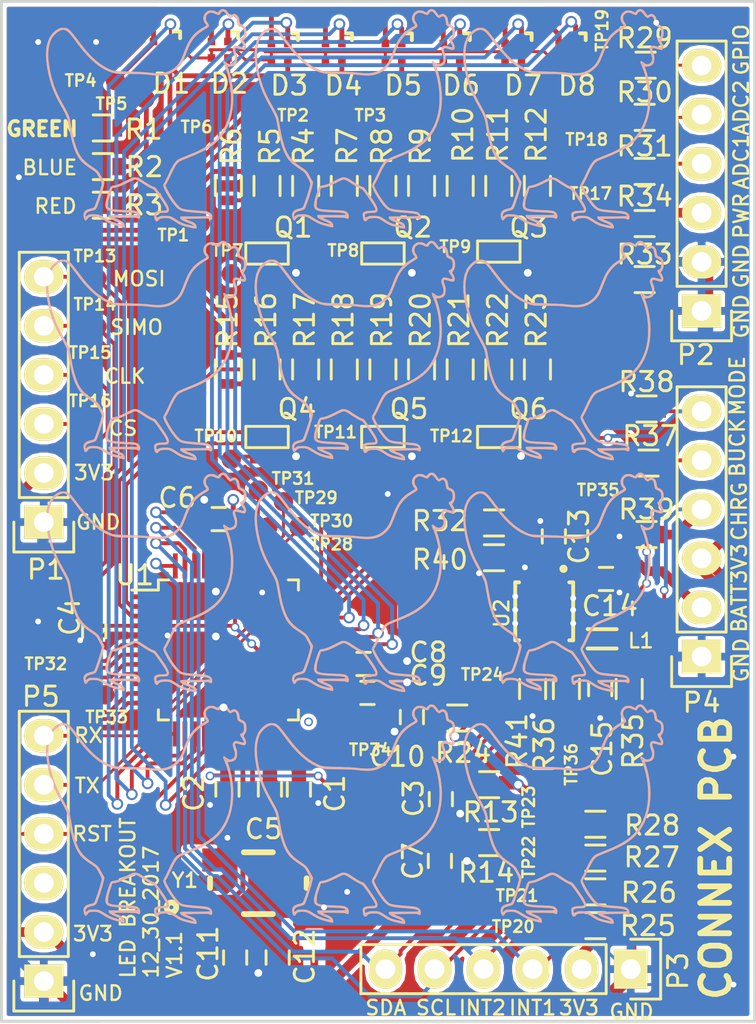
<source format=kicad_pcb>
(kicad_pcb (version 4) (host pcbnew 4.0.2+dfsg1-stable)
  (layers (0 F.Cu signal) (31 B.Cu signal) (34 B.Paste user) (35 F.Paste user) (36 B.SilkS user) (37 F.SilkS user) (38 B.Mask user) (39 F.Mask user) (44 Edge.Cuts user))
  (net 0 "")
  (net 1 "Net-(C1-Pad1)")
  (net 2 GND)
  (net 3 "Net-(C4-Pad1)")
  (net 4 "Net-(C8-Pad1)")
  (net 5 "Net-(C10-Pad1)")
  (net 6 /LED_GREEN)
  (net 7 /LED1)
  (net 8 /LED_RED)
  (net 9 /LED_BLUE)
  (net 10 /LED2)
  (net 11 /LED3)
  (net 12 /LED4)
  (net 13 /LED5)
  (net 14 /LED6)
  (net 15 /LED7)
  (net 16 /LED8)
  (net 17 /PWM_GREEN1)
  (net 18 "Net-(Q1-Pad3)")
  (net 19 /PWM_BLUE1)
  (net 20 "Net-(Q2-Pad3)")
  (net 21 /PWM_RED1)
  (net 22 "Net-(Q3-Pad3)")
  (net 23 /PWM_GREEN2)
  (net 24 "Net-(Q4-Pad3)")
  (net 25 /PWM_BLUE2)
  (net 26 "Net-(Q5-Pad3)")
  (net 27 /PWM_RED2)
  (net 28 "Net-(Q6-Pad3)")
  (net 29 /LED_DRV_GREEN)
  (net 30 /LED_DRV_BLUE)
  (net 31 /LED_DRV_RED)
  (net 32 +3V3)
  (net 33 /SPI_MOSI)
  (net 34 /SPI_SIMO)
  (net 35 /FRAME_SYNC)
  (net 36 /SPI_CLK)
  (net 37 /SPI_CS)
  (net 38 /RESET_N)
  (net 39 /BATTERY_ADC)
  (net 40 /EXTRA_ADC)
  (net 41 /I2C0_SDA)
  (net 42 /I2C0_SCL)
  (net 43 /BOOT_TX)
  (net 44 /BOOT_RX)
  (net 45 "Net-(C11-Pad1)")
  (net 46 "Net-(C12-Pad1)")
  (net 47 /EXTRA_GPIO_CONN)
  (net 48 /EXTRA_ADC_CONN)
  (net 49 /BATTERY_ADC_CONN)
  (net 50 /I2C0_INT1)
  (net 51 /I2C0_INT2)
  (net 52 "Net-(U1-Pad10)")
  (net 53 /3V3_CHARGE_INPUT)
  (net 54 /BATT_CONN_OUTPUT)
  (net 55 /REG_OUTPUT_3V3)
  (net 56 "Net-(L1-Pad1)")
  (net 57 /POWER_INPUT_CONN)
  (net 58 /MODE)
  (net 59 /EN_CHRG)
  (net 60 /EN_BUCK)
  (net 61 "Net-(R32-Pad1)")
  (net 62 "Net-(R36-Pad1)")
  (net 63 "Net-(R40-Pad2)")
  (net 64 "Net-(TP28-Pad1)")
  (net 65 "Net-(TP29-Pad1)")
  (net 66 "Net-(TP30-Pad1)")
  (net 67 "Net-(TP31-Pad1)")
  (net 68 "Net-(TP32-Pad1)")
  (net 69 "Net-(TP33-Pad1)")
  (net 70 "Net-(TP34-Pad1)")
  (net 71 "Net-(P5-Pad3)")
  (module connex_logos:chicken_outline_12mmx15mm (layer B.Cu) (at 129.1 89.3 180)
    (fp_text reference G***111114 hide)
    (fp_text value LOGO hide)
  )
  (module connex_logos:chicken_outline_12mmx15mm (layer B.Cu) (at 129.1 77.3 180)
    (fp_text reference G***111113 hide)
    (fp_text value LOGO hide)
  )
  (module connex_logos:chicken_outline_12mmx15mm (layer B.Cu) (at 129.1 65.3 180)
    (fp_text reference G***111112 hide)
    (fp_text value LOGO hide)
  )
  (module connex_logos:chicken_outline_12mmx15mm (layer B.Cu) (at 118.3 89.3 180)
    (fp_text reference G***111114 hide)
    (fp_text value LOGO hide)
  )
  (module connex_logos:chicken_outline_12mmx15mm (layer B.Cu) (at 118.3 77.3 180)
    (fp_text reference G***111113 hide)
    (fp_text value LOGO hide)
  )
  (module connex_logos:chicken_outline_12mmx15mm (layer B.Cu) (at 118.3 65.3 180)
    (fp_text reference G***111112 hide)
    (fp_text value LOGO hide)
  )
  (module connex_logos:chicken_outline_12mmx15mm (layer B.Cu) (at 107.5 89.3 180)
    (fp_text reference G***111114 hide)
    (fp_text value LOGO hide)
  )
  (module connex_logos:chicken_outline_12mmx15mm (layer B.Cu) (at 107.5 77.3 180)
    (fp_text reference G***111113 hide)
    (fp_text value LOGO hide)
  )
  (module connex_logos:chicken_outline_12mmx15mm (layer B.Cu) (at 107.5 65.3 180)
    (fp_text reference G***111112 hide)
    (fp_text value LOGO hide)
  )
  (module connex_logos:chicken_outline_12mmx15mm (layer B.Cu) (at 129.1 53.3 180)
    (fp_text reference G***111111 hide)
    (fp_text value LOGO hide)
  )
  (module connex_logos:chicken_outline_12mmx15mm (layer B.Cu) (at 118.3 53.3 180)
    (fp_text reference G***111111 hide)
    (fp_text value LOGO hide)
  )
  (module Resistors_SMD:R_0603 (layer F.Cu) (at 125.25 90.75 180)
    (fp_text reference R14 (at 0.15 -1.55 180) (layer F.SilkS))
    (fp_text value SMD-RES-0R-1_4W_0603_)
    (pad 1 smd rect (at -0.75 0 180) (size 0.5 0.9) (layers F.Cu F.Paste F.Mask) (net 32 +3V3))
    (pad 2 smd rect (at 0.75 0 180) (size 0.5 0.9) (layers F.Cu F.Paste F.Mask) (net 3 "Net-(C4-Pad1)"))
  )
  (module Capacitors_SMD:C_0603 (layer F.Cu) (at 122.75 88.5 270)
    (fp_text reference C3 (at -0.04 1.42 270) (layer F.SilkS))
    (fp_text value connex_cap_10UF_0603_6V3)
    (pad 1 smd rect (at -0.75 0 270) (size 0.8 0.75) (layers F.Cu F.Paste F.Mask) (net 1 "Net-(C1-Pad1)"))
    (pad 2 smd rect (at 0.75 0 270) (size 0.8 0.75) (layers F.Cu F.Paste F.Mask) (net 2 GND))
  )
  (module Capacitors_SMD:C_0603 (layer F.Cu) (at 104.8 79.8 270)
    (fp_text reference C4 (at -0.73 1.26 270) (layer F.SilkS))
    (fp_text value connex_cap_100NF_0603_10V)
    (pad 1 smd rect (at -0.75 0 270) (size 0.8 0.75) (layers F.Cu F.Paste F.Mask) (net 3 "Net-(C4-Pad1)"))
    (pad 2 smd rect (at 0.75 0 270) (size 0.8 0.75) (layers F.Cu F.Paste F.Mask) (net 2 GND))
  )
  (module Capacitors_SMD:C_0603 (layer F.Cu) (at 113.9 88 270)
    (fp_text reference C5 (at 2.05 0.33 360) (layer F.SilkS))
    (fp_text value connex_cap_100NF_0603_10V)
    (pad 1 smd rect (at -0.75 0 270) (size 0.8 0.75) (layers F.Cu F.Paste F.Mask) (net 3 "Net-(C4-Pad1)"))
    (pad 2 smd rect (at 0.75 0 270) (size 0.8 0.75) (layers F.Cu F.Paste F.Mask) (net 2 GND))
  )
  (module Capacitors_SMD:C_0603 (layer F.Cu) (at 111.25 74 180)
    (fp_text reference C6 (at 2.15 1.1 180) (layer F.SilkS))
    (fp_text value connex_cap_100NF_0603_10V)
    (pad 1 smd rect (at -0.75 0 180) (size 0.8 0.75) (layers F.Cu F.Paste F.Mask) (net 3 "Net-(C4-Pad1)"))
    (pad 2 smd rect (at 0.75 0 180) (size 0.8 0.75) (layers F.Cu F.Paste F.Mask) (net 2 GND))
  )
  (module Capacitors_SMD:C_0603 (layer F.Cu) (at 122.7 91.7 270)
    (fp_text reference C7 (at 0.01 1.4 270) (layer F.SilkS))
    (fp_text value connex_cap_10UF_0603_6V3)
    (pad 1 smd rect (at -0.75 0 270) (size 0.8 0.75) (layers F.Cu F.Paste F.Mask) (net 3 "Net-(C4-Pad1)"))
    (pad 2 smd rect (at 0.75 0 270) (size 0.8 0.75) (layers F.Cu F.Paste F.Mask) (net 2 GND))
  )
  (module Capacitors_SMD:C_0603 (layer F.Cu) (at 118.75 81.5)
    (fp_text reference C8 (at 3.35 -0.6) (layer F.SilkS))
    (fp_text value connex_cap_1UF_0603_10V)
    (pad 1 smd rect (at -0.75 0) (size 0.8 0.75) (layers F.Cu F.Paste F.Mask) (net 4 "Net-(C8-Pad1)"))
    (pad 2 smd rect (at 0.75 0) (size 0.8 0.75) (layers F.Cu F.Paste F.Mask) (net 2 GND))
  )
  (module Capacitors_SMD:C_0603 (layer F.Cu) (at 118.95 83)
    (fp_text reference C9 (at 3.15 -0.9) (layer F.SilkS))
    (fp_text value connex_cap_100NF_0603_10V)
    (pad 1 smd rect (at -0.75 0) (size 0.8 0.75) (layers F.Cu F.Paste F.Mask) (net 5 "Net-(C10-Pad1)"))
    (pad 2 smd rect (at 0.75 0) (size 0.8 0.75) (layers F.Cu F.Paste F.Mask) (net 2 GND))
  )
  (module Capacitors_SMD:C_0603 (layer F.Cu) (at 121.25 84.25 270)
    (fp_text reference C10 (at 2.05 0.75 360) (layer F.SilkS))
    (fp_text value connex_cap_10UF_0603_6V3)
    (pad 1 smd rect (at -0.75 0 270) (size 0.8 0.75) (layers F.Cu F.Paste F.Mask) (net 5 "Net-(C10-Pad1)"))
    (pad 2 smd rect (at 0.75 0 270) (size 0.8 0.75) (layers F.Cu F.Paste F.Mask) (net 2 GND))
  )
  (module TO_SOT_Packages_SMD:SC-70 (layer F.Cu) (at 113.75 60.25)
    (fp_text reference Q1 (at 1.35 -1.35) (layer F.SilkS))
    (fp_text value Q_NMOS_SSM3K09FULF)
    (pad 1 smd rect (at -0.6604 1.016) (size 0.4572 0.7112) (layers F.Cu F.Paste F.Mask) (net 17 /PWM_GREEN1))
    (pad 2 smd rect (at 0.6604 1.016) (size 0.4572 0.7112) (layers F.Cu F.Paste F.Mask) (net 2 GND))
    (pad 3 smd rect (at 0 -1.016) (size 0.4572 0.7112) (layers F.Cu F.Paste F.Mask) (net 18 "Net-(Q1-Pad3)"))
  )
  (module TO_SOT_Packages_SMD:SC-70 (layer F.Cu) (at 119.75 60.25)
    (fp_text reference Q2 (at 1.55 -1.35) (layer F.SilkS))
    (fp_text value Q_NMOS_SSM3K09FULF)
    (pad 1 smd rect (at -0.6604 1.016) (size 0.4572 0.7112) (layers F.Cu F.Paste F.Mask) (net 19 /PWM_BLUE1))
    (pad 2 smd rect (at 0.6604 1.016) (size 0.4572 0.7112) (layers F.Cu F.Paste F.Mask) (net 2 GND))
    (pad 3 smd rect (at 0 -1.016) (size 0.4572 0.7112) (layers F.Cu F.Paste F.Mask) (net 20 "Net-(Q2-Pad3)"))
  )
  (module TO_SOT_Packages_SMD:SC-70 (layer F.Cu) (at 125.75 60.15)
    (fp_text reference Q3 (at 1.55 -1.25) (layer F.SilkS))
    (fp_text value Q_NMOS_SSM3K09FULF)
    (pad 1 smd rect (at -0.6604 1.016) (size 0.4572 0.7112) (layers F.Cu F.Paste F.Mask) (net 21 /PWM_RED1))
    (pad 2 smd rect (at 0.6604 1.016) (size 0.4572 0.7112) (layers F.Cu F.Paste F.Mask) (net 2 GND))
    (pad 3 smd rect (at 0 -1.016) (size 0.4572 0.7112) (layers F.Cu F.Paste F.Mask) (net 22 "Net-(Q3-Pad3)"))
  )
  (module TO_SOT_Packages_SMD:SC-70 (layer F.Cu) (at 113.75 69.75)
    (fp_text reference Q4 (at 1.55 -1.45) (layer F.SilkS))
    (fp_text value Q_NMOS_SSM3K09FULF)
    (pad 1 smd rect (at -0.6604 1.016) (size 0.4572 0.7112) (layers F.Cu F.Paste F.Mask) (net 23 /PWM_GREEN2))
    (pad 2 smd rect (at 0.6604 1.016) (size 0.4572 0.7112) (layers F.Cu F.Paste F.Mask) (net 2 GND))
    (pad 3 smd rect (at 0 -1.016) (size 0.4572 0.7112) (layers F.Cu F.Paste F.Mask) (net 24 "Net-(Q4-Pad3)"))
  )
  (module TO_SOT_Packages_SMD:SC-70 (layer F.Cu) (at 119.75 69.75)
    (fp_text reference Q5 (at 1.35 -1.45) (layer F.SilkS))
    (fp_text value Q_NMOS_SSM3K09FULF)
    (pad 1 smd rect (at -0.6604 1.016) (size 0.4572 0.7112) (layers F.Cu F.Paste F.Mask) (net 25 /PWM_BLUE2))
    (pad 2 smd rect (at 0.6604 1.016) (size 0.4572 0.7112) (layers F.Cu F.Paste F.Mask) (net 2 GND))
    (pad 3 smd rect (at 0 -1.016) (size 0.4572 0.7112) (layers F.Cu F.Paste F.Mask) (net 26 "Net-(Q5-Pad3)"))
  )
  (module TO_SOT_Packages_SMD:SC-70 (layer F.Cu) (at 125.75 69.75)
    (fp_text reference Q6 (at 1.55 -1.45) (layer F.SilkS))
    (fp_text value Q_NMOS_SSM3K09FULF)
    (pad 1 smd rect (at -0.6604 1.016) (size 0.4572 0.7112) (layers F.Cu F.Paste F.Mask) (net 27 /PWM_RED2))
    (pad 2 smd rect (at 0.6604 1.016) (size 0.4572 0.7112) (layers F.Cu F.Paste F.Mask) (net 2 GND))
    (pad 3 smd rect (at 0 -1.016) (size 0.4572 0.7112) (layers F.Cu F.Paste F.Mask) (net 28 "Net-(Q6-Pad3)"))
  )
  (module Resistors_SMD:R_0603 (layer F.Cu) (at 105.25 53.75 180)
    (fp_text reference R1 (at -2.11 -0.08 180) (layer F.SilkS))
    (fp_text value SMD-RES-0R-1_4W_0603_)
    (pad 1 smd rect (at -0.75 0 180) (size 0.5 0.9) (layers F.Cu F.Paste F.Mask) (net 6 /LED_GREEN))
    (pad 2 smd rect (at 0.75 0 180) (size 0.5 0.9) (layers F.Cu F.Paste F.Mask) (net 29 /LED_DRV_GREEN))
  )
  (module Resistors_SMD:R_0603 (layer F.Cu) (at 105.25 55.75 180)
    (fp_text reference R2 (at -2.15 -0.02 180) (layer F.SilkS))
    (fp_text value SMD-RES-0R-1_4W_0603_)
    (pad 1 smd rect (at -0.75 0 180) (size 0.5 0.9) (layers F.Cu F.Paste F.Mask) (net 9 /LED_BLUE))
    (pad 2 smd rect (at 0.75 0 180) (size 0.5 0.9) (layers F.Cu F.Paste F.Mask) (net 30 /LED_DRV_BLUE))
  )
  (module Resistors_SMD:R_0603 (layer F.Cu) (at 105.25 57.75 180)
    (fp_text reference R3 (at -2.15 0 180) (layer F.SilkS))
    (fp_text value SMD-RES-0R-1_4W_0603_)
    (pad 1 smd rect (at -0.75 0 180) (size 0.5 0.9) (layers F.Cu F.Paste F.Mask) (net 8 /LED_RED))
    (pad 2 smd rect (at 0.75 0 180) (size 0.5 0.9) (layers F.Cu F.Paste F.Mask) (net 31 /LED_DRV_RED))
  )
  (module Resistors_SMD:R_0603 (layer F.Cu) (at 115.75 56.75 270)
    (fp_text reference R4 (at -2.05 0.1 270) (layer F.SilkS))
    (fp_text value CONNEX-SMD-RES-20-0603)
    (pad 1 smd rect (at -0.75 0 270) (size 0.5 0.9) (layers F.Cu F.Paste F.Mask) (net 29 /LED_DRV_GREEN))
    (pad 2 smd rect (at 0.75 0 270) (size 0.5 0.9) (layers F.Cu F.Paste F.Mask) (net 18 "Net-(Q1-Pad3)"))
  )
  (module Resistors_SMD:R_0603 (layer F.Cu) (at 113.75 56.75 270)
    (fp_text reference R5 (at -2.05 -0.15 270) (layer F.SilkS))
    (fp_text value CONNEX-SMD-RES-10-0603)
    (pad 1 smd rect (at -0.75 0 270) (size 0.5 0.9) (layers F.Cu F.Paste F.Mask) (net 29 /LED_DRV_GREEN))
    (pad 2 smd rect (at 0.75 0 270) (size 0.5 0.9) (layers F.Cu F.Paste F.Mask) (net 18 "Net-(Q1-Pad3)"))
  )
  (module Resistors_SMD:R_0603 (layer F.Cu) (at 111.75 56.75 270)
    (fp_text reference R6 (at -2.05 -0.15 270) (layer F.SilkS))
    (fp_text value CONNEX-SMD-RES-6R65-0603)
    (pad 1 smd rect (at -0.75 0 270) (size 0.5 0.9) (layers F.Cu F.Paste F.Mask) (net 29 /LED_DRV_GREEN))
    (pad 2 smd rect (at 0.75 0 270) (size 0.5 0.9) (layers F.Cu F.Paste F.Mask) (net 18 "Net-(Q1-Pad3)"))
  )
  (module Resistors_SMD:R_0603 (layer F.Cu) (at 117.75 56.75 270)
    (fp_text reference R7 (at -2.05 -0.15 270) (layer F.SilkS))
    (fp_text value CONNEX-SMD-RES-30-0603)
    (pad 1 smd rect (at -0.75 0 270) (size 0.5 0.9) (layers F.Cu F.Paste F.Mask) (net 30 /LED_DRV_BLUE))
    (pad 2 smd rect (at 0.75 0 270) (size 0.5 0.9) (layers F.Cu F.Paste F.Mask) (net 20 "Net-(Q2-Pad3)"))
  )
  (module Resistors_SMD:R_0603 (layer F.Cu) (at 119.75 56.75 270)
    (fp_text reference R8 (at -2.05 0.05 270) (layer F.SilkS))
    (fp_text value CONNEX-SMD-RES-15-0603)
    (pad 1 smd rect (at -0.75 0 270) (size 0.5 0.9) (layers F.Cu F.Paste F.Mask) (net 30 /LED_DRV_BLUE))
    (pad 2 smd rect (at 0.75 0 270) (size 0.5 0.9) (layers F.Cu F.Paste F.Mask) (net 20 "Net-(Q2-Pad3)"))
  )
  (module Resistors_SMD:R_0603 (layer F.Cu) (at 121.75 56.75 270)
    (fp_text reference R9 (at -2.05 0.05 270) (layer F.SilkS))
    (fp_text value CONNEX-SMD-RES-10-0603)
    (pad 1 smd rect (at -0.75 0 270) (size 0.5 0.9) (layers F.Cu F.Paste F.Mask) (net 30 /LED_DRV_BLUE))
    (pad 2 smd rect (at 0.75 0 270) (size 0.5 0.9) (layers F.Cu F.Paste F.Mask) (net 20 "Net-(Q2-Pad3)"))
  )
  (module Resistors_SMD:R_0603 (layer F.Cu) (at 123.75 56.75 270)
    (fp_text reference R10 (at -2.65 -0.15 270) (layer F.SilkS))
    (fp_text value CONNEX-SMD-RES-120-0603)
    (pad 1 smd rect (at -0.75 0 270) (size 0.5 0.9) (layers F.Cu F.Paste F.Mask) (net 31 /LED_DRV_RED))
    (pad 2 smd rect (at 0.75 0 270) (size 0.5 0.9) (layers F.Cu F.Paste F.Mask) (net 22 "Net-(Q3-Pad3)"))
  )
  (module Resistors_SMD:R_0603 (layer F.Cu) (at 125.75 56.75 270)
    (fp_text reference R11 (at -2.65 0.05 270) (layer F.SilkS))
    (fp_text value CONNEX-SMD-RES-60R4-0603)
    (pad 1 smd rect (at -0.75 0 270) (size 0.5 0.9) (layers F.Cu F.Paste F.Mask) (net 31 /LED_DRV_RED))
    (pad 2 smd rect (at 0.75 0 270) (size 0.5 0.9) (layers F.Cu F.Paste F.Mask) (net 22 "Net-(Q3-Pad3)"))
  )
  (module Resistors_SMD:R_0603 (layer F.Cu) (at 127.75 56.75 270)
    (fp_text reference R12 (at -2.65 0.05 270) (layer F.SilkS))
    (fp_text value CONNEX-SMD-RES-40R2-0603)
    (pad 1 smd rect (at -0.75 0 270) (size 0.5 0.9) (layers F.Cu F.Paste F.Mask) (net 31 /LED_DRV_RED))
    (pad 2 smd rect (at 0.75 0 270) (size 0.5 0.9) (layers F.Cu F.Paste F.Mask) (net 22 "Net-(Q3-Pad3)"))
  )
  (module Resistors_SMD:R_0603 (layer F.Cu) (at 125.25 87.75 180)
    (fp_text reference R13 (at -0.08 -1.43 180) (layer F.SilkS))
    (fp_text value SMD-RES-0R-1_4W_0603_)
    (pad 1 smd rect (at -0.75 0 180) (size 0.5 0.9) (layers F.Cu F.Paste F.Mask) (net 32 +3V3))
    (pad 2 smd rect (at 0.75 0 180) (size 0.5 0.9) (layers F.Cu F.Paste F.Mask) (net 1 "Net-(C1-Pad1)"))
  )
  (module Resistors_SMD:R_0603 (layer F.Cu) (at 111.75 66.25 270)
    (fp_text reference R15 (at -2.55 0.05 270) (layer F.SilkS))
    (fp_text value CONNEX-SMD-RES-20-0603)
    (pad 1 smd rect (at -0.75 0 270) (size 0.5 0.9) (layers F.Cu F.Paste F.Mask) (net 29 /LED_DRV_GREEN))
    (pad 2 smd rect (at 0.75 0 270) (size 0.5 0.9) (layers F.Cu F.Paste F.Mask) (net 24 "Net-(Q4-Pad3)"))
  )
  (module Resistors_SMD:R_0603 (layer F.Cu) (at 113.75 66.25 270)
    (fp_text reference R16 (at -2.55 0.05 270) (layer F.SilkS))
    (fp_text value CONNEX-SMD-RES-10-0603)
    (pad 1 smd rect (at -0.75 0 270) (size 0.5 0.9) (layers F.Cu F.Paste F.Mask) (net 29 /LED_DRV_GREEN))
    (pad 2 smd rect (at 0.75 0 270) (size 0.5 0.9) (layers F.Cu F.Paste F.Mask) (net 24 "Net-(Q4-Pad3)"))
  )
  (module Resistors_SMD:R_0603 (layer F.Cu) (at 115.75 66.25 270)
    (fp_text reference R17 (at -2.55 0.05 270) (layer F.SilkS))
    (fp_text value CONNEX-SMD-RES-6R65-0603)
    (pad 1 smd rect (at -0.75 0 270) (size 0.5 0.9) (layers F.Cu F.Paste F.Mask) (net 29 /LED_DRV_GREEN))
    (pad 2 smd rect (at 0.75 0 270) (size 0.5 0.9) (layers F.Cu F.Paste F.Mask) (net 24 "Net-(Q4-Pad3)"))
  )
  (module Resistors_SMD:R_0603 (layer F.Cu) (at 117.75 66.25 270)
    (fp_text reference R18 (at -2.55 0.05 270) (layer F.SilkS))
    (fp_text value CONNEX-SMD-RES-30-0603)
    (pad 1 smd rect (at -0.75 0 270) (size 0.5 0.9) (layers F.Cu F.Paste F.Mask) (net 30 /LED_DRV_BLUE))
    (pad 2 smd rect (at 0.75 0 270) (size 0.5 0.9) (layers F.Cu F.Paste F.Mask) (net 26 "Net-(Q5-Pad3)"))
  )
  (module Resistors_SMD:R_0603 (layer F.Cu) (at 119.75 66.25 270)
    (fp_text reference R19 (at -2.55 0.05 270) (layer F.SilkS))
    (fp_text value CONNEX-SMD-RES-15-0603)
    (pad 1 smd rect (at -0.75 0 270) (size 0.5 0.9) (layers F.Cu F.Paste F.Mask) (net 30 /LED_DRV_BLUE))
    (pad 2 smd rect (at 0.75 0 270) (size 0.5 0.9) (layers F.Cu F.Paste F.Mask) (net 26 "Net-(Q5-Pad3)"))
  )
  (module Resistors_SMD:R_0603 (layer F.Cu) (at 121.75 66.25 270)
    (fp_text reference R20 (at -2.55 0.05 270) (layer F.SilkS))
    (fp_text value CONNEX-SMD-RES-10-0603)
    (pad 1 smd rect (at -0.75 0 270) (size 0.5 0.9) (layers F.Cu F.Paste F.Mask) (net 30 /LED_DRV_BLUE))
    (pad 2 smd rect (at 0.75 0 270) (size 0.5 0.9) (layers F.Cu F.Paste F.Mask) (net 26 "Net-(Q5-Pad3)"))
  )
  (module Resistors_SMD:R_0603 (layer F.Cu) (at 123.75 66.25 270)
    (fp_text reference R21 (at -2.55 0.05 270) (layer F.SilkS))
    (fp_text value CONNEX-SMD-RES-120-0603)
    (pad 1 smd rect (at -0.75 0 270) (size 0.5 0.9) (layers F.Cu F.Paste F.Mask) (net 31 /LED_DRV_RED))
    (pad 2 smd rect (at 0.75 0 270) (size 0.5 0.9) (layers F.Cu F.Paste F.Mask) (net 28 "Net-(Q6-Pad3)"))
  )
  (module Resistors_SMD:R_0603 (layer F.Cu) (at 125.75 66.25 270)
    (fp_text reference R22 (at -2.55 0.05 270) (layer F.SilkS))
    (fp_text value CONNEX-SMD-RES-60R4-0603)
    (pad 1 smd rect (at -0.75 0 270) (size 0.5 0.9) (layers F.Cu F.Paste F.Mask) (net 31 /LED_DRV_RED))
    (pad 2 smd rect (at 0.75 0 270) (size 0.5 0.9) (layers F.Cu F.Paste F.Mask) (net 28 "Net-(Q6-Pad3)"))
  )
  (module Resistors_SMD:R_0603 (layer F.Cu) (at 127.75 66.25 270)
    (fp_text reference R23 (at -2.55 0.05 270) (layer F.SilkS))
    (fp_text value CONNEX-SMD-RES-40R2-0603)
    (pad 1 smd rect (at -0.75 0 270) (size 0.5 0.9) (layers F.Cu F.Paste F.Mask) (net 31 /LED_DRV_RED))
    (pad 2 smd rect (at 0.75 0 270) (size 0.5 0.9) (layers F.Cu F.Paste F.Mask) (net 28 "Net-(Q6-Pad3)"))
  )
  (module Resistors_SMD:R_0603 (layer F.Cu) (at 123.6 84.3 180)
    (fp_text reference R24 (at -0.3 -1.8 180) (layer F.SilkS))
    (fp_text value SMD-RES-0R-1_4W_0603_)
    (pad 1 smd rect (at -0.75 0 180) (size 0.5 0.9) (layers F.Cu F.Paste F.Mask) (net 32 +3V3))
    (pad 2 smd rect (at 0.75 0 180) (size 0.5 0.9) (layers F.Cu F.Paste F.Mask) (net 5 "Net-(C10-Pad1)"))
  )
  (module Housings_QFP:TQFP-48_7x7mm_Pitch0.5mm (layer F.Cu) (at 111.75 80.775)
    (fp_text reference U1 (at -4.85 -3.875) (layer F.SilkS))
    (fp_text value connex_EFM32ZG222F16-QFP48)
    (pad 1 smd rect (at -4.35 -2.75) (size 1.3 0.25) (layers F.Cu F.Paste F.Mask) (net 21 /PWM_RED1))
    (pad 2 smd rect (at -4.35 -2.25) (size 1.3 0.25) (layers F.Cu F.Paste F.Mask) (net 19 /PWM_BLUE1))
    (pad 3 smd rect (at -4.35 -1.75) (size 1.3 0.25) (layers F.Cu F.Paste F.Mask) (net 17 /PWM_GREEN1))
    (pad 4 smd rect (at -4.35 -1.25) (size 1.3 0.25) (layers F.Cu F.Paste F.Mask) (net 3 "Net-(C4-Pad1)"))
    (pad 5 smd rect (at -4.35 -0.75) (size 1.3 0.25) (layers F.Cu F.Paste F.Mask) (net 2 GND))
    (pad 6 smd rect (at -4.35 -0.25) (size 1.3 0.25) (layers F.Cu F.Paste F.Mask) (net 33 /SPI_MOSI))
    (pad 7 smd rect (at -4.35 0.25) (size 1.3 0.25) (layers F.Cu F.Paste F.Mask) (net 34 /SPI_SIMO))
    (pad 8 smd rect (at -4.35 0.75) (size 1.3 0.25) (layers F.Cu F.Paste F.Mask) (net 68 "Net-(TP32-Pad1)"))
    (pad 9 smd rect (at -4.35 1.25) (size 1.3 0.25) (layers F.Cu F.Paste F.Mask) (net 69 "Net-(TP33-Pad1)"))
    (pad 10 smd rect (at -4.35 1.75) (size 1.3 0.25) (layers F.Cu F.Paste F.Mask) (net 52 "Net-(U1-Pad10)"))
    (pad 11 smd rect (at -4.35 2.25) (size 1.3 0.25) (layers F.Cu F.Paste F.Mask) (net 36 /SPI_CLK))
    (pad 12 smd rect (at -4.35 2.75) (size 1.3 0.25) (layers F.Cu F.Paste F.Mask) (net 37 /SPI_CS))
    (pad 13 smd rect (at -2.75 4.35 90) (size 1.3 0.25) (layers F.Cu F.Paste F.Mask) (net 7 /LED1))
    (pad 14 smd rect (at -2.25 4.35 90) (size 1.3 0.25) (layers F.Cu F.Paste F.Mask) (net 10 /LED2))
    (pad 15 smd rect (at -1.75 4.35 90) (size 1.3 0.25) (layers F.Cu F.Paste F.Mask) (net 11 /LED3))
    (pad 16 smd rect (at -1.25 4.35 90) (size 1.3 0.25) (layers F.Cu F.Paste F.Mask) (net 38 /RESET_N))
    (pad 17 smd rect (at -0.75 4.35 90) (size 1.3 0.25) (layers F.Cu F.Paste F.Mask) (net 12 /LED4))
    (pad 18 smd rect (at -0.25 4.35 90) (size 1.3 0.25) (layers F.Cu F.Paste F.Mask) (net 2 GND))
    (pad 19 smd rect (at 0.25 4.35 90) (size 1.3 0.25) (layers F.Cu F.Paste F.Mask) (net 1 "Net-(C1-Pad1)"))
    (pad 20 smd rect (at 0.75 4.35 90) (size 1.3 0.25) (layers F.Cu F.Paste F.Mask) (net 45 "Net-(C11-Pad1)"))
    (pad 21 smd rect (at 1.25 4.35 90) (size 1.3 0.25) (layers F.Cu F.Paste F.Mask) (net 46 "Net-(C12-Pad1)"))
    (pad 22 smd rect (at 1.75 4.35 90) (size 1.3 0.25) (layers F.Cu F.Paste F.Mask) (net 3 "Net-(C4-Pad1)"))
    (pad 23 smd rect (at 2.25 4.35 90) (size 1.3 0.25) (layers F.Cu F.Paste F.Mask) (net 1 "Net-(C1-Pad1)"))
    (pad 24 smd rect (at 2.75 4.35 90) (size 1.3 0.25) (layers F.Cu F.Paste F.Mask) (net 39 /BATTERY_ADC))
    (pad 25 smd rect (at 4.35 2.75) (size 1.3 0.25) (layers F.Cu F.Paste F.Mask) (net 40 /EXTRA_ADC))
    (pad 26 smd rect (at 4.35 2.25) (size 1.3 0.25) (layers F.Cu F.Paste F.Mask) (net 35 /FRAME_SYNC))
    (pad 27 smd rect (at 4.35 1.75) (size 1.3 0.25) (layers F.Cu F.Paste F.Mask) (net 70 "Net-(TP34-Pad1)"))
    (pad 28 smd rect (at 4.35 1.25) (size 1.3 0.25) (layers F.Cu F.Paste F.Mask) (net 5 "Net-(C10-Pad1)"))
    (pad 29 smd rect (at 4.35 0.75) (size 1.3 0.25) (layers F.Cu F.Paste F.Mask) (net 4 "Net-(C8-Pad1)"))
    (pad 30 smd rect (at 4.35 0.25) (size 1.3 0.25) (layers F.Cu F.Paste F.Mask) (net 16 /LED8))
    (pad 31 smd rect (at 4.35 -0.25) (size 1.3 0.25) (layers F.Cu F.Paste F.Mask) (net 15 /LED7))
    (pad 32 smd rect (at 4.35 -0.75) (size 1.3 0.25) (layers F.Cu F.Paste F.Mask) (net 14 /LED6))
    (pad 33 smd rect (at 4.35 -1.25) (size 1.3 0.25) (layers F.Cu F.Paste F.Mask) (net 13 /LED5))
    (pad 34 smd rect (at 4.35 -1.75) (size 1.3 0.25) (layers F.Cu F.Paste F.Mask) (net 27 /PWM_RED2))
    (pad 35 smd rect (at 4.35 -2.25) (size 1.3 0.25) (layers F.Cu F.Paste F.Mask) (net 25 /PWM_BLUE2))
    (pad 36 smd rect (at 4.35 -2.75) (size 1.3 0.25) (layers F.Cu F.Paste F.Mask) (net 23 /PWM_GREEN2))
    (pad 37 smd rect (at 2.75 -4.35 90) (size 1.3 0.25) (layers F.Cu F.Paste F.Mask) (net 43 /BOOT_TX))
    (pad 38 smd rect (at 2.25 -4.35 90) (size 1.3 0.25) (layers F.Cu F.Paste F.Mask) (net 44 /BOOT_RX))
    (pad 39 smd rect (at 1.75 -4.35 90) (size 1.3 0.25) (layers F.Cu F.Paste F.Mask) (net 64 "Net-(TP28-Pad1)"))
    (pad 40 smd rect (at 1.25 -4.35 90) (size 1.3 0.25) (layers F.Cu F.Paste F.Mask) (net 65 "Net-(TP29-Pad1)"))
    (pad 41 smd rect (at 0.75 -4.35 90) (size 1.3 0.25) (layers F.Cu F.Paste F.Mask) (net 66 "Net-(TP30-Pad1)"))
    (pad 42 smd rect (at 0.25 -4.35 90) (size 1.3 0.25) (layers F.Cu F.Paste F.Mask) (net 67 "Net-(TP31-Pad1)"))
    (pad 43 smd rect (at -0.25 -4.35 90) (size 1.3 0.25) (layers F.Cu F.Paste F.Mask) (net 3 "Net-(C4-Pad1)"))
    (pad 44 smd rect (at -0.75 -4.35 90) (size 1.3 0.25) (layers F.Cu F.Paste F.Mask) (net 2 GND))
    (pad 45 smd rect (at -1.25 -4.35 90) (size 1.3 0.25) (layers F.Cu F.Paste F.Mask) (net 50 /I2C0_INT1))
    (pad 46 smd rect (at -1.75 -4.35 90) (size 1.3 0.25) (layers F.Cu F.Paste F.Mask) (net 51 /I2C0_INT2))
    (pad 47 smd rect (at -2.25 -4.35 90) (size 1.3 0.25) (layers F.Cu F.Paste F.Mask) (net 41 /I2C0_SDA))
    (pad 48 smd rect (at -2.75 -4.35 90) (size 1.3 0.25) (layers F.Cu F.Paste F.Mask) (net 42 /I2C0_SCL))
  )
  (module Capacitors_SMD:C_0603 (layer F.Cu) (at 112.1 96.7 270)
    (fp_text reference C11 (at -0.2 1.4 270) (layer F.SilkS))
    (fp_text value connex_cap_30PF_0603_50V)
    (pad 1 smd rect (at -0.75 0 270) (size 0.8 0.75) (layers F.Cu F.Paste F.Mask) (net 45 "Net-(C11-Pad1)"))
    (pad 2 smd rect (at 0.75 0 270) (size 0.8 0.75) (layers F.Cu F.Paste F.Mask) (net 2 GND))
  )
  (module Capacitors_SMD:C_0603 (layer F.Cu) (at 114.3 96.7 270)
    (fp_text reference C12 (at -0.05 -1.4 270) (layer F.SilkS))
    (fp_text value connex_cap_30PF_0603_50V)
    (pad 1 smd rect (at -0.75 0 270) (size 0.8 0.75) (layers F.Cu F.Paste F.Mask) (net 46 "Net-(C12-Pad1)"))
    (pad 2 smd rect (at 0.75 0 270) (size 0.8 0.75) (layers F.Cu F.Paste F.Mask) (net 2 GND))
  )
  (module Resistors_SMD:R_0603 (layer F.Cu) (at 130.75 95.05 180)
    (fp_text reference R25 (at -2.72 -0.01 180) (layer F.SilkS))
    (fp_text value SMD-RES-10K-1%-1_10W_0603_)
    (pad 1 smd rect (at -0.75 0 180) (size 0.5 0.9) (layers F.Cu F.Paste F.Mask) (net 32 +3V3))
    (pad 2 smd rect (at 0.75 0 180) (size 0.5 0.9) (layers F.Cu F.Paste F.Mask) (net 50 /I2C0_INT1))
  )
  (module Resistors_SMD:R_0603 (layer F.Cu) (at 130.75 93.3 180)
    (fp_text reference R26 (at -2.77 -0.04 180) (layer F.SilkS))
    (fp_text value SMD-RES-10K-1%-1_10W_0603_)
    (pad 1 smd rect (at -0.75 0 180) (size 0.5 0.9) (layers F.Cu F.Paste F.Mask) (net 32 +3V3))
    (pad 2 smd rect (at 0.75 0 180) (size 0.5 0.9) (layers F.Cu F.Paste F.Mask) (net 51 /I2C0_INT2))
  )
  (module Resistors_SMD:R_0603 (layer F.Cu) (at 130.75 91.55 180)
    (fp_text reference R27 (at -2.92 0.04 180) (layer F.SilkS))
    (fp_text value SMD-RES-10K-1%-1_10W_0603_)
    (pad 1 smd rect (at -0.75 0 180) (size 0.5 0.9) (layers F.Cu F.Paste F.Mask) (net 32 +3V3))
    (pad 2 smd rect (at 0.75 0 180) (size 0.5 0.9) (layers F.Cu F.Paste F.Mask) (net 42 /I2C0_SCL))
  )
  (module Resistors_SMD:R_0603 (layer F.Cu) (at 130.75 89.8 180)
    (fp_text reference R28 (at -2.94 -0.06 180) (layer F.SilkS))
    (fp_text value SMD-RES-10K-1%-1_10W_0603_)
    (pad 1 smd rect (at -0.75 0 180) (size 0.5 0.9) (layers F.Cu F.Paste F.Mask) (net 32 +3V3))
    (pad 2 smd rect (at 0.75 0 180) (size 0.5 0.9) (layers F.Cu F.Paste F.Mask) (net 41 /I2C0_SDA))
  )
  (module Resistors_SMD:R_0603 (layer F.Cu) (at 133.35 50.5)
    (fp_text reference R29 (at -0.05 -1.4) (layer F.SilkS))
    (fp_text value SMD-RES-0R-1_4W_0603_)
    (pad 1 smd rect (at -0.75 0) (size 0.5 0.9) (layers F.Cu F.Paste F.Mask) (net 35 /FRAME_SYNC))
    (pad 2 smd rect (at 0.75 0) (size 0.5 0.9) (layers F.Cu F.Paste F.Mask) (net 47 /EXTRA_GPIO_CONN))
  )
  (module Resistors_SMD:R_0603 (layer F.Cu) (at 133.3 53.2)
    (fp_text reference R30 (at 0 -1.3) (layer F.SilkS))
    (fp_text value SMD-RES-0R-1_4W_0603_)
    (pad 1 smd rect (at -0.75 0) (size 0.5 0.9) (layers F.Cu F.Paste F.Mask) (net 40 /EXTRA_ADC))
    (pad 2 smd rect (at 0.75 0) (size 0.5 0.9) (layers F.Cu F.Paste F.Mask) (net 48 /EXTRA_ADC_CONN))
  )
  (module Resistors_SMD:R_0603 (layer F.Cu) (at 133.3 56)
    (fp_text reference R31 (at 0 -1.3) (layer F.SilkS))
    (fp_text value SMD-RES-0R-1_4W_0603_)
    (pad 1 smd rect (at -0.75 0) (size 0.5 0.9) (layers F.Cu F.Paste F.Mask) (net 39 /BATTERY_ADC))
    (pad 2 smd rect (at 0.75 0) (size 0.5 0.9) (layers F.Cu F.Paste F.Mask) (net 49 /BATTERY_ADC_CONN))
  )
  (module Pin_Headers:Pin_Header_Straight_1x06 (layer F.Cu) (at 102.192688 74.154816 180)
    (fp_text reference P1 (at -0.107312 -2.455184 180) (layer F.SilkS))
    (fp_text value CONN_01X06_M50-3530642)
    (pad 1 thru_hole rect (at 0 0 180) (size 2.032 1.7272) (drill 1.016) (layers *.Cu *.Mask F.SilkS) (net 2 GND))
    (pad 2 thru_hole oval (at 0 2.54 180) (size 2.032 1.7272) (drill 1.016) (layers *.Cu *.Mask F.SilkS) (net 32 +3V3))
    (pad 3 thru_hole oval (at 0 5.08 180) (size 2.032 1.7272) (drill 1.016) (layers *.Cu *.Mask F.SilkS) (net 37 /SPI_CS))
    (pad 4 thru_hole oval (at 0 7.62 180) (size 2.032 1.7272) (drill 1.016) (layers *.Cu *.Mask F.SilkS) (net 36 /SPI_CLK))
    (pad 5 thru_hole oval (at 0 10.16 180) (size 2.032 1.7272) (drill 1.016) (layers *.Cu *.Mask F.SilkS) (net 34 /SPI_SIMO))
    (pad 6 thru_hole oval (at 0 12.7 180) (size 2.032 1.7272) (drill 1.016) (layers *.Cu *.Mask F.SilkS) (net 33 /SPI_MOSI))
  )
  (module Pin_Headers:Pin_Header_Straight_1x06 (layer F.Cu) (at 136.25 63.22 180)
    (fp_text reference P2 (at 0.3 -2.28 180) (layer F.SilkS))
    (fp_text value CONN_01X06_M50-3530642)
    (pad 1 thru_hole rect (at 0 0 180) (size 2.032 1.7272) (drill 1.016) (layers *.Cu *.Mask F.SilkS) (net 2 GND))
    (pad 2 thru_hole oval (at 0 2.54 180) (size 2.032 1.7272) (drill 1.016) (layers *.Cu *.Mask F.SilkS) (net 2 GND))
    (pad 3 thru_hole oval (at 0 5.08 180) (size 2.032 1.7272) (drill 1.016) (layers *.Cu *.Mask F.SilkS) (net 57 /POWER_INPUT_CONN))
    (pad 4 thru_hole oval (at 0 7.62 180) (size 2.032 1.7272) (drill 1.016) (layers *.Cu *.Mask F.SilkS) (net 49 /BATTERY_ADC_CONN))
    (pad 5 thru_hole oval (at 0 10.16 180) (size 2.032 1.7272) (drill 1.016) (layers *.Cu *.Mask F.SilkS) (net 48 /EXTRA_ADC_CONN))
    (pad 6 thru_hole oval (at 0 12.7 180) (size 2.032 1.7272) (drill 1.016) (layers *.Cu *.Mask F.SilkS) (net 47 /EXTRA_GPIO_CONN))
  )
  (module Pin_Headers:Pin_Header_Straight_1x06 (layer F.Cu) (at 132.58 97.3 270)
    (fp_text reference P3 (at 0.1 -2.45 270) (layer F.SilkS))
    (fp_text value CONN_01X06_M50-3530642)
    (pad 1 thru_hole rect (at 0 0 270) (size 2.032 1.7272) (drill 1.016) (layers *.Cu *.Mask F.SilkS) (net 2 GND))
    (pad 2 thru_hole oval (at 0 2.54 270) (size 2.032 1.7272) (drill 1.016) (layers *.Cu *.Mask F.SilkS) (net 32 +3V3))
    (pad 3 thru_hole oval (at 0 5.08 270) (size 2.032 1.7272) (drill 1.016) (layers *.Cu *.Mask F.SilkS) (net 50 /I2C0_INT1))
    (pad 4 thru_hole oval (at 0 7.62 270) (size 2.032 1.7272) (drill 1.016) (layers *.Cu *.Mask F.SilkS) (net 51 /I2C0_INT2))
    (pad 5 thru_hole oval (at 0 10.16 270) (size 2.032 1.7272) (drill 1.016) (layers *.Cu *.Mask F.SilkS) (net 42 /I2C0_SCL))
    (pad 6 thru_hole oval (at 0 12.7 270) (size 2.032 1.7272) (drill 1.016) (layers *.Cu *.Mask F.SilkS) (net 41 /I2C0_SDA))
  )
  (module Capacitors_SMD:C_0603 (layer F.Cu) (at 128.6 74.9 90)
    (fp_text reference C13 (at 0 1.3 90) (layer F.SilkS))
    (fp_text value CONNEX-SMD-CAP-4700NF-0603)
    (pad 1 smd rect (at -0.75 0 90) (size 0.8 0.75) (layers F.Cu F.Paste F.Mask) (net 53 /3V3_CHARGE_INPUT))
    (pad 2 smd rect (at 0.75 0 90) (size 0.8 0.75) (layers F.Cu F.Paste F.Mask) (net 2 GND))
  )
  (module Capacitors_SMD:C_0603 (layer F.Cu) (at 131.3 77.1 180)
    (fp_text reference C14 (at -0.2 -1.4 180) (layer F.SilkS))
    (fp_text value CONNEX-SMD-CAP-4700NF-0603)
    (pad 1 smd rect (at -0.75 0 180) (size 0.8 0.75) (layers F.Cu F.Paste F.Mask) (net 2 GND))
    (pad 2 smd rect (at 0.75 0 180) (size 0.8 0.75) (layers F.Cu F.Paste F.Mask) (net 54 /BATT_CONN_OUTPUT))
  )
  (module Capacitors_SMD:C_0603 (layer F.Cu) (at 131 82.8 90)
    (fp_text reference C15 (at -3.1 0.1 90) (layer F.SilkS))
    (fp_text value CONNEX-SMD-CAP-4700NF-0603)
    (pad 1 smd rect (at -0.75 0 90) (size 0.8 0.75) (layers F.Cu F.Paste F.Mask) (net 2 GND))
    (pad 2 smd rect (at 0.75 0 90) (size 0.8 0.75) (layers F.Cu F.Paste F.Mask) (net 55 /REG_OUTPUT_3V3))
  )
  (module connex_inductor:L_0603 (layer F.Cu) (at 131.1 80.2)
    (fp_text reference L1 (at 2 0.1) (layer F.SilkS) (effects (font (size 0.75 0.75) (thickness 0.125))))
    (fp_text value CONNEX-SMD-INDUCTOR-6R8M-0603 hide)
    (pad 1 smd rect (at -0.7 0) (size 0.7 0.7) (layers F.Cu F.Paste F.Mask) (net 56 "Net-(L1-Pad1)"))
    (pad 2 smd rect (at 0.7 0) (size 0.7 0.7) (layers F.Cu F.Paste F.Mask) (net 55 /REG_OUTPUT_3V3))
  )
  (module Pin_Headers:Pin_Header_Straight_1x06 (layer F.Cu) (at 136.25 81.12 180)
    (fp_text reference P4 (at 0 -2.38 180) (layer F.SilkS))
    (fp_text value CONN_01X06_M50-3530642)
    (pad 1 thru_hole rect (at 0 0 180) (size 2.032 1.7272) (drill 1.016) (layers *.Cu *.Mask F.SilkS) (net 2 GND))
    (pad 2 thru_hole oval (at 0 2.54 180) (size 2.032 1.7272) (drill 1.016) (layers *.Cu *.Mask F.SilkS) (net 54 /BATT_CONN_OUTPUT))
    (pad 3 thru_hole oval (at 0 5.08 180) (size 2.032 1.7272) (drill 1.016) (layers *.Cu *.Mask F.SilkS) (net 32 +3V3))
    (pad 4 thru_hole oval (at 0 7.62 180) (size 2.032 1.7272) (drill 1.016) (layers *.Cu *.Mask F.SilkS) (net 58 /MODE))
    (pad 5 thru_hole oval (at 0 10.16 180) (size 2.032 1.7272) (drill 1.016) (layers *.Cu *.Mask F.SilkS) (net 60 /EN_BUCK))
    (pad 6 thru_hole oval (at 0 12.7 180) (size 2.032 1.7272) (drill 1.016) (layers *.Cu *.Mask F.SilkS) (net 59 /EN_CHRG))
  )
  (module Resistors_SMD:R_0603 (layer F.Cu) (at 125.5 74.2)
    (fp_text reference R32 (at -2.8 -0.1) (layer F.SilkS))
    (fp_text value SMD-RES-10K-1%-1_10W_0603_)
    (pad 1 smd rect (at -0.75 0) (size 0.5 0.9) (layers F.Cu F.Paste F.Mask) (net 61 "Net-(R32-Pad1)"))
    (pad 2 smd rect (at 0.75 0) (size 0.5 0.9) (layers F.Cu F.Paste F.Mask) (net 53 /3V3_CHARGE_INPUT))
  )
  (module Resistors_SMD:R_0603 (layer F.Cu) (at 133.3 61.6)
    (fp_text reference R33 (at 0 -1.3) (layer F.SilkS))
    (fp_text value SMD-RES-0R-1_4W_0603_)
    (pad 1 smd rect (at -0.75 0) (size 0.5 0.9) (layers F.Cu F.Paste F.Mask) (net 32 +3V3))
    (pad 2 smd rect (at 0.75 0) (size 0.5 0.9) (layers F.Cu F.Paste F.Mask) (net 57 /POWER_INPUT_CONN))
  )
  (module Resistors_SMD:R_0603 (layer F.Cu) (at 133.3 58.7 180)
    (fp_text reference R34 (at 0 1.4 180) (layer F.SilkS))
    (fp_text value SMD-RES-0R-1_4W_0603_)
    (pad 1 smd rect (at -0.75 0 180) (size 0.5 0.9) (layers F.Cu F.Paste F.Mask) (net 57 /POWER_INPUT_CONN))
    (pad 2 smd rect (at 0.75 0 180) (size 0.5 0.9) (layers F.Cu F.Paste F.Mask) (net 53 /3V3_CHARGE_INPUT))
  )
  (module Resistors_SMD:R_0603 (layer F.Cu) (at 132.5 82.8 270)
    (fp_text reference R35 (at 2.7 -0.2 270) (layer F.SilkS))
    (fp_text value SMD-RES-0R-1_4W_0603_)
    (pad 1 smd rect (at -0.75 0 270) (size 0.5 0.9) (layers F.Cu F.Paste F.Mask) (net 55 /REG_OUTPUT_3V3))
    (pad 2 smd rect (at 0.75 0 270) (size 0.5 0.9) (layers F.Cu F.Paste F.Mask) (net 32 +3V3))
  )
  (module Resistors_SMD:R_0603 (layer F.Cu) (at 129.25 82.8 90)
    (fp_text reference R36 (at -2.9 -1.15 90) (layer F.SilkS))
    (fp_text value CONNEX-SMD-RES-1M-0603)
    (pad 1 smd rect (at -0.75 0 90) (size 0.5 0.9) (layers F.Cu F.Paste F.Mask) (net 62 "Net-(R36-Pad1)"))
    (pad 2 smd rect (at 0.75 0 90) (size 0.5 0.9) (layers F.Cu F.Paste F.Mask) (net 55 /REG_OUTPUT_3V3))
  )
  (module Resistors_SMD:R_0603 (layer F.Cu) (at 133.5 71.1 180)
    (fp_text reference R37 (at -0.1 1.4 180) (layer F.SilkS))
    (fp_text value SMD-RES-10K-1%-1_10W_0603_)
    (pad 1 smd rect (at -0.75 0 180) (size 0.5 0.9) (layers F.Cu F.Paste F.Mask) (net 60 /EN_BUCK))
    (pad 2 smd rect (at 0.75 0 180) (size 0.5 0.9) (layers F.Cu F.Paste F.Mask) (net 53 /3V3_CHARGE_INPUT))
  )
  (module Resistors_SMD:R_0603 (layer F.Cu) (at 133.4 68.3 180)
    (fp_text reference R38 (at 0 1.4 180) (layer F.SilkS))
    (fp_text value SMD-RES-10K-1%-1_10W_0603_)
    (pad 1 smd rect (at -0.75 0 180) (size 0.5 0.9) (layers F.Cu F.Paste F.Mask) (net 59 /EN_CHRG))
    (pad 2 smd rect (at 0.75 0 180) (size 0.5 0.9) (layers F.Cu F.Paste F.Mask) (net 2 GND))
  )
  (module Resistors_SMD:R_0603 (layer F.Cu) (at 133.4 74.8 180)
    (fp_text reference R39 (at 0 1.3 180) (layer F.SilkS))
    (fp_text value SMD-RES-10K-1%-1_10W_0603_)
    (pad 1 smd rect (at -0.75 0 180) (size 0.5 0.9) (layers F.Cu F.Paste F.Mask) (net 58 /MODE))
    (pad 2 smd rect (at 0.75 0 180) (size 0.5 0.9) (layers F.Cu F.Paste F.Mask) (net 2 GND))
  )
  (module Resistors_SMD:R_0603 (layer F.Cu) (at 125.5 76)
    (fp_text reference R40 (at -2.8 0.1) (layer F.SilkS))
    (fp_text value CONNEX-SMD-RES-4K02-0603)
    (pad 1 smd rect (at -0.75 0) (size 0.5 0.9) (layers F.Cu F.Paste F.Mask) (net 2 GND))
    (pad 2 smd rect (at 0.75 0) (size 0.5 0.9) (layers F.Cu F.Paste F.Mask) (net 63 "Net-(R40-Pad2)"))
  )
  (module Resistors_SMD:R_0603 (layer F.Cu) (at 127.5 82.8 270)
    (fp_text reference R41 (at 2.7 0.8 270) (layer F.SilkS))
    (fp_text value CONNEX-SMD-RES-324K-0603)
    (pad 1 smd rect (at -0.75 0 270) (size 0.5 0.9) (layers F.Cu F.Paste F.Mask) (net 62 "Net-(R36-Pad1)"))
    (pad 2 smd rect (at 0.75 0 270) (size 0.5 0.9) (layers F.Cu F.Paste F.Mask) (net 2 GND))
  )
  (module Pin_Headers:Pin_Header_Straight_1x06 (layer F.Cu) (at 102.192688 97.92 180)
    (fp_text reference P5 (at 0.152688 14.73 180) (layer F.SilkS))
    (fp_text value CONN_01X06_M50-3530642)
    (pad 1 thru_hole rect (at 0 0 180) (size 2.032 1.7272) (drill 1.016) (layers *.Cu *.Mask F.SilkS) (net 2 GND))
    (pad 2 thru_hole oval (at 0 2.54 180) (size 2.032 1.7272) (drill 1.016) (layers *.Cu *.Mask F.SilkS) (net 32 +3V3))
    (pad 3 thru_hole oval (at 0 5.08 180) (size 2.032 1.7272) (drill 1.016) (layers *.Cu *.Mask F.SilkS) (net 71 "Net-(P5-Pad3)"))
    (pad 4 thru_hole oval (at 0 7.62 180) (size 2.032 1.7272) (drill 1.016) (layers *.Cu *.Mask F.SilkS) (net 38 /RESET_N))
    (pad 5 thru_hole oval (at 0 10.16 180) (size 2.032 1.7272) (drill 1.016) (layers *.Cu *.Mask F.SilkS) (net 43 /BOOT_TX))
    (pad 6 thru_hole oval (at 0 12.7 180) (size 2.032 1.7272) (drill 1.016) (layers *.Cu *.Mask F.SilkS) (net 44 /BOOT_RX))
  )
  (module Capacitors_SMD:C_0603 (layer F.Cu) (at 115.4 88 270)
    (fp_text reference C1 (at 0.21 -1.86 270) (layer F.SilkS))
    (fp_text value CONNEX-SMD-CAP-10NF-0603)
    (pad 1 smd rect (at -0.75 0 270) (size 0.8 0.75) (layers F.Cu F.Paste F.Mask) (net 1 "Net-(C1-Pad1)"))
    (pad 2 smd rect (at 0.75 0 270) (size 0.8 0.75) (layers F.Cu F.Paste F.Mask) (net 2 GND))
  )
  (module Capacitors_SMD:C_0603 (layer F.Cu) (at 111.7 88 270)
    (fp_text reference C2 (at 0.18 1.74 270) (layer F.SilkS))
    (fp_text value CONNEX-SMD-CAP-10NF-0603)
    (pad 1 smd rect (at -0.75 0 270) (size 0.8 0.75) (layers F.Cu F.Paste F.Mask) (net 1 "Net-(C1-Pad1)"))
    (pad 2 smd rect (at 0.75 0 270) (size 0.8 0.75) (layers F.Cu F.Paste F.Mask) (net 2 GND))
  )
  (module connex_smd_misc:CONNEX_DFN_10PIN_3MMX3MM (layer F.Cu) (at 128.1 78.775 270)
    (fp_text reference U2 (at 0.1 2.2 270) (layer F.SilkS) (effects (font (size 0.75 0.75) (thickness 0.125))))
    (fp_text value CONNEX_REGUL_LT4081)
    (pad 1 smd rect (at -1.475 -1) (size 0.25 0.8) (layers F.Cu F.Paste F.Mask) (net 54 /BATT_CONN_OUTPUT))
    (pad 10 smd rect (at 1.475 -1) (size 0.25 0.8) (layers F.Cu F.Paste F.Mask) (net 56 "Net-(L1-Pad1)"))
    (pad 2 smd rect (at -1.475 -0.5) (size 0.25 0.8) (layers F.Cu F.Paste F.Mask) (net 53 /3V3_CHARGE_INPUT))
    (pad 9 smd rect (at 1.475 -0.5) (size 0.25 0.8) (layers F.Cu F.Paste F.Mask) (net 60 /EN_BUCK))
    (pad 3 smd rect (at -1.475 0) (size 0.25 0.8) (layers F.Cu F.Paste F.Mask) (net 59 /EN_CHRG))
    (pad 8 smd rect (at 1.475 0) (size 0.25 0.8) (layers F.Cu F.Paste F.Mask) (net 58 /MODE))
    (pad 4 smd rect (at -1.475 0.5) (size 0.25 0.8) (layers F.Cu F.Paste F.Mask) (net 63 "Net-(R40-Pad2)"))
    (pad 7 smd rect (at 1.475 0.5) (size 0.25 0.8) (layers F.Cu F.Paste F.Mask) (net 62 "Net-(R36-Pad1)"))
    (pad 5 smd rect (at -1.475 1) (size 0.25 0.8) (layers F.Cu F.Paste F.Mask) (net 2 GND))
    (pad 6 smd rect (at 1.475 1) (size 0.25 0.8) (layers F.Cu F.Paste F.Mask) (net 61 "Net-(R32-Pad1)"))
    (pad 11 smd rect (at 0 0 90) (size 1.65 2.38) (layers F.Cu F.Paste F.Mask) (net 2 GND))
  )
  (module connex_led:led_0404_SMLP34RGB1W3 (layer F.Cu) (at 117.2 49.8)
    (fp_text reference D4 (at 0.5 1.75) (layer F.SilkS))
    (fp_text value LED_RGB_SMLP34RGB1W3)
    (pad 4 smd rect (at -0.425 -0.425) (size 0.39 0.39) (layers F.Cu F.Paste F.Mask) (net 6 /LED_GREEN))
    (pad 1 smd rect (at 0.425 -0.425) (size 0.39 0.39) (layers F.Cu F.Paste F.Mask) (net 12 /LED4))
    (pad 2 smd rect (at 0.425 0.425) (size 0.39 0.39) (layers F.Cu F.Paste F.Mask) (net 8 /LED_RED))
    (pad 3 smd rect (at -0.425 0.425) (size 0.39 0.39) (layers F.Cu F.Paste F.Mask) (net 9 /LED_BLUE))
  )
  (module connex_led:led_0404_SMLP34RGB1W3 (layer F.Cu) (at 114.4 49.8)
    (fp_text reference D3 (at 0.5 1.75) (layer F.SilkS))
    (fp_text value LED_RGB_SMLP34RGB1W3)
    (pad 4 smd rect (at -0.425 -0.425) (size 0.39 0.39) (layers F.Cu F.Paste F.Mask) (net 6 /LED_GREEN))
    (pad 1 smd rect (at 0.425 -0.425) (size 0.39 0.39) (layers F.Cu F.Paste F.Mask) (net 11 /LED3))
    (pad 2 smd rect (at 0.425 0.425) (size 0.39 0.39) (layers F.Cu F.Paste F.Mask) (net 8 /LED_RED))
    (pad 3 smd rect (at -0.425 0.425) (size 0.39 0.39) (layers F.Cu F.Paste F.Mask) (net 9 /LED_BLUE))
  )
  (module connex_led:led_0404_SMLP34RGB1W3 (layer F.Cu) (at 111.3 49.7)
    (fp_text reference D2 (at 0.5 1.75) (layer F.SilkS))
    (fp_text value LED_RGB_SMLP34RGB1W3)
    (pad 4 smd rect (at -0.425 -0.425) (size 0.39 0.39) (layers F.Cu F.Paste F.Mask) (net 6 /LED_GREEN))
    (pad 1 smd rect (at 0.425 -0.425) (size 0.39 0.39) (layers F.Cu F.Paste F.Mask) (net 10 /LED2))
    (pad 2 smd rect (at 0.425 0.425) (size 0.39 0.39) (layers F.Cu F.Paste F.Mask) (net 8 /LED_RED))
    (pad 3 smd rect (at -0.425 0.425) (size 0.39 0.39) (layers F.Cu F.Paste F.Mask) (net 9 /LED_BLUE))
  )
  (module connex_led:led_0404_SMLP34RGB1W3 (layer F.Cu) (at 120.3 49.8)
    (fp_text reference D5 (at 0.5 1.75) (layer F.SilkS))
    (fp_text value LED_RGB_SMLP34RGB1W3)
    (pad 4 smd rect (at -0.425 -0.425) (size 0.39 0.39) (layers F.Cu F.Paste F.Mask) (net 6 /LED_GREEN))
    (pad 1 smd rect (at 0.425 -0.425) (size 0.39 0.39) (layers F.Cu F.Paste F.Mask) (net 13 /LED5))
    (pad 2 smd rect (at 0.425 0.425) (size 0.39 0.39) (layers F.Cu F.Paste F.Mask) (net 8 /LED_RED))
    (pad 3 smd rect (at -0.425 0.425) (size 0.39 0.39) (layers F.Cu F.Paste F.Mask) (net 9 /LED_BLUE))
  )
  (module connex_led:led_0404_SMLP34RGB1W3 (layer F.Cu) (at 123.3 49.8)
    (fp_text reference D6 (at 0.5 1.75) (layer F.SilkS))
    (fp_text value LED_RGB_SMLP34RGB1W3)
    (pad 4 smd rect (at -0.425 -0.425) (size 0.39 0.39) (layers F.Cu F.Paste F.Mask) (net 6 /LED_GREEN))
    (pad 1 smd rect (at 0.425 -0.425) (size 0.39 0.39) (layers F.Cu F.Paste F.Mask) (net 14 /LED6))
    (pad 2 smd rect (at 0.425 0.425) (size 0.39 0.39) (layers F.Cu F.Paste F.Mask) (net 8 /LED_RED))
    (pad 3 smd rect (at -0.425 0.425) (size 0.39 0.39) (layers F.Cu F.Paste F.Mask) (net 9 /LED_BLUE))
  )
  (module connex_led:led_0404_SMLP34RGB1W3 (layer F.Cu) (at 126.5 49.8)
    (fp_text reference D7 (at 0.5 1.75) (layer F.SilkS))
    (fp_text value LED_RGB_SMLP34RGB1W3)
    (pad 4 smd rect (at -0.425 -0.425) (size 0.39 0.39) (layers F.Cu F.Paste F.Mask) (net 6 /LED_GREEN))
    (pad 1 smd rect (at 0.425 -0.425) (size 0.39 0.39) (layers F.Cu F.Paste F.Mask) (net 15 /LED7))
    (pad 2 smd rect (at 0.425 0.425) (size 0.39 0.39) (layers F.Cu F.Paste F.Mask) (net 8 /LED_RED))
    (pad 3 smd rect (at -0.425 0.425) (size 0.39 0.39) (layers F.Cu F.Paste F.Mask) (net 9 /LED_BLUE))
  )
  (module connex_led:led_0404_SMLP34RGB1W3 (layer F.Cu) (at 129.3 49.8)
    (fp_text reference D8 (at 0.5 1.75) (layer F.SilkS))
    (fp_text value LED_RGB_SMLP34RGB1W3)
    (pad 4 smd rect (at -0.425 -0.425) (size 0.39 0.39) (layers F.Cu F.Paste F.Mask) (net 6 /LED_GREEN))
    (pad 1 smd rect (at 0.425 -0.425) (size 0.39 0.39) (layers F.Cu F.Paste F.Mask) (net 16 /LED8))
    (pad 2 smd rect (at 0.425 0.425) (size 0.39 0.39) (layers F.Cu F.Paste F.Mask) (net 8 /LED_RED))
    (pad 3 smd rect (at -0.425 0.425) (size 0.39 0.39) (layers F.Cu F.Paste F.Mask) (net 9 /LED_BLUE))
  )
  (module connex_led:led_0404_SMLP34RGB1W3 (layer F.Cu) (at 108.3 49.7)
    (fp_text reference D1 (at 0.5 1.75) (layer F.SilkS))
    (fp_text value LED_RGB_SMLP34RGB1W3)
    (pad 4 smd rect (at -0.425 -0.425) (size 0.39 0.39) (layers F.Cu F.Paste F.Mask) (net 6 /LED_GREEN))
    (pad 1 smd rect (at 0.425 -0.425) (size 0.39 0.39) (layers F.Cu F.Paste F.Mask) (net 7 /LED1))
    (pad 2 smd rect (at 0.425 0.425) (size 0.39 0.39) (layers F.Cu F.Paste F.Mask) (net 8 /LED_RED))
    (pad 3 smd rect (at -0.425 0.425) (size 0.39 0.39) (layers F.Cu F.Paste F.Mask) (net 9 /LED_BLUE))
  )
  (module connex_test:TEST_POINT_SMD_50MIL (layer F.Cu) (at 129.25 84.8)
    (fp_text reference TP36 (at 0.25 1.9 90) (layer F.SilkS) (effects (font (size 0.6 0.6) (thickness 0.125))))
    (fp_text value test_point_smt hide)
    (pad 1 smd circle (at 0 0) (size 1 1) (layers F.Cu F.Paste F.Mask) (net 62 "Net-(R36-Pad1)"))
  )
  (module connex_test:TEST_POINT_SMD_50MIL (layer F.Cu) (at 131.1 73.7)
    (fp_text reference TP35 (at -0.2 -1.2) (layer F.SilkS) (effects (font (size 0.6 0.6) (thickness 0.125))))
    (fp_text value test_point_smt hide)
    (pad 1 smd circle (at 0 0) (size 1 1) (layers F.Cu F.Paste F.Mask) (net 53 /3V3_CHARGE_INPUT))
  )
  (module connex_test:TEST_POINT_SMD_50MIL (layer F.Cu) (at 119 84.8)
    (fp_text reference TP34 (at 0.1 1.15) (layer F.SilkS) (effects (font (size 0.6 0.6) (thickness 0.125))))
    (fp_text value test_point_smt hide)
    (pad 1 smd circle (at 0 0) (size 1 1) (layers F.Cu F.Paste F.Mask) (net 70 "Net-(TP34-Pad1)"))
  )
  (module connex_test:TEST_POINT_SMD_50MIL (layer F.Cu) (at 105.35 83.1)
    (fp_text reference TP33 (at 0.1 1.15) (layer F.SilkS) (effects (font (size 0.6 0.6) (thickness 0.125))))
    (fp_text value test_point_smt hide)
    (pad 1 smd circle (at 0 0) (size 1 1) (layers F.Cu F.Paste F.Mask) (net 69 "Net-(TP33-Pad1)"))
  )
  (module connex_test:TEST_POINT_SMD_50MIL (layer F.Cu) (at 103.95 82.7)
    (fp_text reference TP32 (at -1.65 -1.2) (layer F.SilkS) (effects (font (size 0.6 0.6) (thickness 0.125))))
    (fp_text value test_point_smt hide)
    (pad 1 smd circle (at 0 0) (size 1 1) (layers F.Cu F.Paste F.Mask) (net 68 "Net-(TP32-Pad1)"))
  )
  (module connex_test:TEST_POINT_SMD_50MIL (layer F.Cu) (at 113.3 72.5)
    (fp_text reference TP31 (at 1.8 -0.6) (layer F.SilkS) (effects (font (size 0.6 0.6) (thickness 0.125))))
    (fp_text value test_point_smt hide)
    (pad 1 smd circle (at 0 0) (size 1 1) (layers F.Cu F.Paste F.Mask) (net 67 "Net-(TP31-Pad1)"))
  )
  (module connex_test:TEST_POINT_SMD_50MIL (layer F.Cu) (at 113.8 74.4)
    (fp_text reference TP30 (at 3.3 -0.3) (layer F.SilkS) (effects (font (size 0.6 0.6) (thickness 0.125))))
    (fp_text value test_point_smt hide)
    (pad 1 smd circle (at 0 0) (size 1 1) (layers F.Cu F.Paste F.Mask) (net 66 "Net-(TP30-Pad1)"))
  )
  (module connex_test:TEST_POINT_SMD_50MIL (layer F.Cu) (at 114.6 73.1)
    (fp_text reference TP29 (at 1.7 -0.2) (layer F.SilkS) (effects (font (size 0.6 0.6) (thickness 0.125))))
    (fp_text value test_point_smt hide)
    (pad 1 smd circle (at 0 0) (size 1 1) (layers F.Cu F.Paste F.Mask) (net 65 "Net-(TP29-Pad1)"))
  )
  (module connex_test:TEST_POINT_SMD_50MIL (layer F.Cu) (at 115.4 74.4)
    (fp_text reference TP28 (at 1.7 0.9) (layer F.SilkS) (effects (font (size 0.6 0.6) (thickness 0.125))))
    (fp_text value test_point_smt hide)
    (pad 1 smd circle (at 0 0) (size 1 1) (layers F.Cu F.Paste F.Mask) (net 64 "Net-(TP28-Pad1)"))
  )
  (module connex_test:TEST_POINT_SMD_50MIL (layer F.Cu) (at 124.8 80.9)
    (fp_text reference TP24 (at 0.1 1.15) (layer F.SilkS) (effects (font (size 0.6 0.6) (thickness 0.125))))
    (fp_text value test_point_smt hide)
    (pad 1 smd circle (at 0 0) (size 1 1) (layers F.Cu F.Paste F.Mask) (net 61 "Net-(R32-Pad1)"))
  )
  (module connex_test:TEST_POINT_SMD_50MIL (layer F.Cu) (at 128.5 89.8 90)
    (fp_text reference TP23 (at 0.9 -1.2 90) (layer F.SilkS) (effects (font (size 0.6 0.6) (thickness 0.125))))
    (fp_text value test_point_smt hide)
    (pad 1 smd circle (at 0 0 90) (size 1 1) (layers F.Cu F.Paste F.Mask) (net 41 /I2C0_SDA))
  )
  (module connex_test:TEST_POINT_SMD_50MIL (layer F.Cu) (at 128.5 91.55 90)
    (fp_text reference TP22 (at 0.05 -1.2 270) (layer F.SilkS) (effects (font (size 0.6 0.6) (thickness 0.125))))
    (fp_text value test_point_smt hide)
    (pad 1 smd circle (at 0 0 90) (size 1 1) (layers F.Cu F.Paste F.Mask) (net 42 /I2C0_SCL))
  )
  (module connex_test:TEST_POINT_SMD_50MIL (layer F.Cu) (at 128.5 93.3 90)
    (fp_text reference TP21 (at -0.2 -1.8 180) (layer F.SilkS) (effects (font (size 0.6 0.6) (thickness 0.125))))
    (fp_text value test_point_smt hide)
    (pad 1 smd circle (at 0 0 90) (size 1 1) (layers F.Cu F.Paste F.Mask) (net 51 /I2C0_INT2))
  )
  (module connex_test:TEST_POINT_SMD_50MIL (layer F.Cu) (at 128.5 95.05 90)
    (fp_text reference TP20 (at -0.05 -2 180) (layer F.SilkS) (effects (font (size 0.6 0.6) (thickness 0.125))))
    (fp_text value test_point_smt hide)
    (pad 1 smd circle (at 0 0 90) (size 1 1) (layers F.Cu F.Paste F.Mask) (net 50 /I2C0_INT1))
  )
  (module connex_test:TEST_POINT_SMD_50MIL (layer F.Cu) (at 131.1 50.5)
    (fp_text reference TP19 (at 0 -1.8 90) (layer F.SilkS) (effects (font (size 0.6 0.6) (thickness 0.125))))
    (fp_text value test_point_smt hide)
    (pad 1 smd circle (at 0 0) (size 1 1) (layers F.Cu F.Paste F.Mask) (net 35 /FRAME_SYNC))
  )
  (module connex_test:TEST_POINT_SMD_50MIL (layer F.Cu) (at 131.2 53.2)
    (fp_text reference TP18 (at -0.9 1.15 180) (layer F.SilkS) (effects (font (size 0.6 0.6) (thickness 0.125))))
    (fp_text value test_point_smt hide)
    (pad 1 smd circle (at 0 0) (size 1 1) (layers F.Cu F.Paste F.Mask) (net 40 /EXTRA_ADC))
  )
  (module connex_test:TEST_POINT_SMD_50MIL (layer F.Cu) (at 131.3 56)
    (fp_text reference TP17 (at -0.8 1.15) (layer F.SilkS) (effects (font (size 0.6 0.6) (thickness 0.125))))
    (fp_text value test_point_smt hide)
    (pad 1 smd circle (at 0 0) (size 1 1) (layers F.Cu F.Paste F.Mask) (net 39 /BATTERY_ADC))
  )
  (module connex_test:TEST_POINT_SMD_50MIL (layer F.Cu) (at 104.692688 69.034816 180)
    (fp_text reference TP16 (at 0.1 1.15 180) (layer F.SilkS) (effects (font (size 0.6 0.6) (thickness 0.125))))
    (fp_text value test_point_smt hide)
    (pad 1 smd circle (at 0 0 180) (size 1 1) (layers F.Cu F.Paste F.Mask) (net 37 /SPI_CS))
  )
  (module connex_test:TEST_POINT_SMD_50MIL (layer F.Cu) (at 104.692688 66.534816 180)
    (fp_text reference TP15 (at 0.1 1.15 180) (layer F.SilkS) (effects (font (size 0.6 0.6) (thickness 0.125))))
    (fp_text value test_point_smt hide)
    (pad 1 smd circle (at 0 0 180) (size 1 1) (layers F.Cu F.Paste F.Mask) (net 36 /SPI_CLK))
  )
  (module connex_test:TEST_POINT_SMD_50MIL (layer F.Cu) (at 104.942688 64.034816 180)
    (fp_text reference TP14 (at 0.1 1.15 180) (layer F.SilkS) (effects (font (size 0.6 0.6) (thickness 0.125))))
    (fp_text value test_point_smt hide)
    (pad 1 smd circle (at 0 0 180) (size 1 1) (layers F.Cu F.Paste F.Mask) (net 34 /SPI_SIMO))
  )
  (module connex_test:TEST_POINT_SMD_50MIL (layer F.Cu) (at 104.942688 61.534816 180)
    (fp_text reference TP13 (at 0.1 1.15 180) (layer F.SilkS) (effects (font (size 0.6 0.6) (thickness 0.125))))
    (fp_text value test_point_smt hide)
    (pad 1 smd circle (at 0 0 180) (size 1 1) (layers F.Cu F.Paste F.Mask) (net 33 /SPI_MOSI))
  )
  (module connex_test:TEST_POINT_SMD_50MIL (layer F.Cu) (at 123.75 70.9)
    (fp_text reference TP12 (at -0.45 -1.2) (layer F.SilkS) (effects (font (size 0.6 0.6) (thickness 0.125))))
    (fp_text value test_point_smt hide)
    (pad 1 smd circle (at 0 0) (size 1 1) (layers F.Cu F.Paste F.Mask) (net 27 /PWM_RED2))
  )
  (module connex_test:TEST_POINT_SMD_50MIL (layer F.Cu) (at 117.9 70.9)
    (fp_text reference TP11 (at -0.6 -1.4) (layer F.SilkS) (effects (font (size 0.6 0.6) (thickness 0.125))))
    (fp_text value test_point_smt hide)
    (pad 1 smd circle (at 0 0) (size 1 1) (layers F.Cu F.Paste F.Mask) (net 25 /PWM_BLUE2))
  )
  (module connex_test:TEST_POINT_SMD_50MIL (layer F.Cu) (at 111.9 70.9)
    (fp_text reference TP10 (at -0.8 -1.2) (layer F.SilkS) (effects (font (size 0.6 0.6) (thickness 0.125))))
    (fp_text value test_point_smt hide)
    (pad 1 smd circle (at 0 0) (size 1 1) (layers F.Cu F.Paste F.Mask) (net 23 /PWM_GREEN2))
  )
  (module connex_test:TEST_POINT_SMD_50MIL (layer F.Cu) (at 123.9 61.1)
    (fp_text reference TP9 (at -0.4 -1.2) (layer F.SilkS) (effects (font (size 0.6 0.6) (thickness 0.125))))
    (fp_text value test_point_smt hide)
    (pad 1 smd circle (at 0 0) (size 1 1) (layers F.Cu F.Paste F.Mask) (net 21 /PWM_RED1))
  )
  (module connex_test:TEST_POINT_SMD_50MIL (layer F.Cu) (at 117.9 61.3)
    (fp_text reference TP8 (at -0.2 -1.2) (layer F.SilkS) (effects (font (size 0.6 0.6) (thickness 0.125))))
    (fp_text value test_point_smt hide)
    (pad 1 smd circle (at 0 0) (size 1 1) (layers F.Cu F.Paste F.Mask) (net 19 /PWM_BLUE1))
  )
  (module connex_test:TEST_POINT_SMD_50MIL (layer F.Cu) (at 111.9 61.3)
    (fp_text reference TP7 (at -0.2 -1.2) (layer F.SilkS) (effects (font (size 0.6 0.6) (thickness 0.125))))
    (fp_text value test_point_smt hide)
    (pad 1 smd circle (at 0 0) (size 1 1) (layers F.Cu F.Paste F.Mask) (net 17 /PWM_GREEN1))
  )
  (module connex_test:TEST_POINT_SMD_50MIL (layer F.Cu) (at 108.9 54.5)
    (fp_text reference TP6 (at 1.2 -0.8) (layer F.SilkS) (effects (font (size 0.6 0.6) (thickness 0.125))))
    (fp_text value test_point_smt hide)
    (pad 1 smd circle (at 0 0) (size 1 1) (layers F.Cu F.Paste F.Mask) (net 8 /LED_RED))
  )
  (module connex_test:TEST_POINT_SMD_50MIL (layer F.Cu) (at 107.43 52.23)
    (fp_text reference TP5 (at -1.73 0.27) (layer F.SilkS) (effects (font (size 0.6 0.6) (thickness 0.125))))
    (fp_text value test_point_smt hide)
    (pad 1 smd circle (at 0 0) (size 1 1) (layers F.Cu F.Paste F.Mask) (net 9 /LED_BLUE))
  )
  (module connex_test:TEST_POINT_SMD_50MIL (layer F.Cu) (at 105.9 51.3)
    (fp_text reference TP4 (at -1.8 0) (layer F.SilkS) (effects (font (size 0.6 0.6) (thickness 0.125))))
    (fp_text value test_point_smt hide)
    (pad 1 smd circle (at 0 0) (size 1 1) (layers F.Cu F.Paste F.Mask) (net 6 /LED_GREEN))
  )
  (module connex_test:TEST_POINT_SMD_50MIL (layer F.Cu) (at 120.7 53.1)
    (fp_text reference TP3 (at -1.6 0) (layer F.SilkS) (effects (font (size 0.6 0.6) (thickness 0.125))))
    (fp_text value test_point_smt hide)
    (pad 1 smd circle (at 0 0) (size 1 1) (layers F.Cu F.Paste F.Mask) (net 31 /LED_DRV_RED))
  )
  (module connex_test:TEST_POINT_SMD_50MIL (layer F.Cu) (at 116.7 53.5)
    (fp_text reference TP2 (at -1.6 -0.4) (layer F.SilkS) (effects (font (size 0.6 0.6) (thickness 0.125))))
    (fp_text value test_point_smt hide)
    (pad 1 smd circle (at 0 0) (size 1 1) (layers F.Cu F.Paste F.Mask) (net 30 /LED_DRV_BLUE))
  )
  (module connex_test:TEST_POINT_SMD_50MIL (layer F.Cu) (at 110.3 58.7)
    (fp_text reference TP1 (at -1.4 0.6) (layer F.SilkS) (effects (font (size 0.6 0.6) (thickness 0.125))))
    (fp_text value test_point_smt hide)
    (pad 1 smd circle (at 0 0) (size 1 1) (layers F.Cu F.Paste F.Mask) (net 29 /LED_DRV_GREEN))
  )
  (module connex_crystal:CONNEX_CRYSTAL_4SMD_32X50 (layer F.Cu) (at 113.3 92.85)
    (fp_text reference Y1 (at -3.8 -0.15) (layer F.SilkS) (effects (font (size 0.75 0.75) (thickness 0.125))))
    (fp_text value Crystal_8MHZ_ABM3B-8.000MHZ-B2-T hide)
    (pad 4 smd rect (at -2 -1.2) (size 1.8 1.2) (layers F.Cu F.Paste F.Mask) (net 2 GND))
    (pad 3 smd rect (at 2 -1.2) (size 1.8 1.2) (layers F.Cu F.Paste F.Mask) (net 46 "Net-(C12-Pad1)"))
    (pad 1 smd rect (at -2 1.2) (size 1.8 1.2) (layers F.Cu F.Paste F.Mask) (net 45 "Net-(C11-Pad1)"))
    (pad 2 smd rect (at 2 1.2) (size 1.8 1.2) (layers F.Cu F.Paste F.Mask) (net 2 GND))
  )
  (module connex_logos:chicken_outline_12mmx15mm (layer B.Cu) (at 107.5 53.3 180)
    (fp_text reference G***111111 hide)
    (fp_text value LOGO hide)
  )
  (gr_text "LED BREAKOUT\n12_30_2017\nV1.1" (at 107.75 97.85 90) (layer F.SilkS) (effects (font (size 0.75 0.75) (thickness 0.125)) (justify left)))
  (gr_text "CONNEX PCB" (at 137 91.55 90) (layer F.SilkS) (effects (font (size 1.5 1.5) (thickness 0.3))))
  (gr_text GREEN (at 102.1 53.8) (layer F.SilkS) (effects (font (size 0.75 0.75) (thickness 0.1875))))
  (gr_text BLUE (at 102.5 55.8) (layer F.SilkS) (effects (font (size 0.75 0.75) (thickness 0.125))))
  (gr_text RED (at 102.8 57.8) (layer F.SilkS) (effects (font (size 0.75 0.75) (thickness 0.125))))
  (gr_line (start 139 100) (end 100 100) (layer Edge.Cuts) (width 0.15))
  (gr_line (start 139 47.2) (end 139 100) (layer Edge.Cuts) (width 0.15))
  (gr_line (start 100 47.2) (end 139 47.2) (layer Edge.Cuts) (width 0.15))
  (gr_line (start 100 100) (end 100 47.2) (layer Edge.Cuts) (width 0.15))
  (gr_line (start 100 100) (end 105 100) (layer Edge.Cuts) (width 0.15))
  (gr_text RX (at 104.5 85.2) (layer F.SilkS) (effects (font (size 0.75 0.75) (thickness 0.125))))
  (gr_text TX (at 104.440476 87.8) (layer F.SilkS) (effects (font (size 0.75 0.75) (thickness 0.125))))
  (gr_text RST (at 104.690476 90.3) (layer F.SilkS) (effects (font (size 0.75 0.75) (thickness 0.125))))
  (gr_text 3V3 (at 104.74 95.47) (layer F.SilkS) (effects (font (size 0.75 0.75) (thickness 0.125))))
  (gr_text GND (at 105.14 98.55) (layer F.SilkS) (effects (font (size 0.75 0.75) (thickness 0.125))))
  (gr_text GPIO (at 138.3 49.7 90) (layer F.SilkS) (effects (font (size 0.75 0.75) (thickness 0.125))))
  (gr_text ADC2 (at 138.3 52.7 90) (layer F.SilkS) (effects (font (size 0.75 0.75) (thickness 0.125))))
  (gr_text ADC1 (at 138.3 55.5 90) (layer F.SilkS) (effects (font (size 0.75 0.75) (thickness 0.125))))
  (gr_text PWR (at 138.3 58.3 90) (layer F.SilkS) (effects (font (size 0.75 0.75) (thickness 0.125))))
  (gr_text GND (at 138.3 60.9 90) (layer F.SilkS) (effects (font (size 0.75 0.75) (thickness 0.125))))
  (gr_text GND (at 138.3 63.5 90) (layer F.SilkS) (effects (font (size 0.75 0.75) (thickness 0.125))))
  (gr_text MODE (at 138.1 67.1 90) (layer F.SilkS) (effects (font (size 0.75 0.75) (thickness 0.125))))
  (gr_text BUCK (at 138.1 70.3 90) (layer F.SilkS) (effects (font (size 0.75 0.75) (thickness 0.125))))
  (gr_text CHRG (at 138.2 73.6 90) (layer F.SilkS) (effects (font (size 0.75 0.75) (thickness 0.125))))
  (gr_text GND (at 138.3 81.3 90) (layer F.SilkS) (effects (font (size 0.75 0.75) (thickness 0.125))))
  (gr_text BATT (at 138.2 78.6 90) (layer F.SilkS) (effects (font (size 0.75 0.75) (thickness 0.125))))
  (gr_text 3V3 (at 138.2 76.3 90) (layer F.SilkS) (effects (font (size 0.75 0.75) (thickness 0.125))))
  (gr_text MOSI (at 107.13 61.56) (layer F.SilkS) (effects (font (size 0.75 0.75) (thickness 0.125))))
  (gr_text SIMO (at 107 64.07) (layer F.SilkS) (effects (font (size 0.75 0.75) (thickness 0.125))))
  (gr_text CLK (at 106.4 66.6) (layer F.SilkS) (effects (font (size 0.75 0.75) (thickness 0.125))))
  (gr_text CS (at 106.3 69.3) (layer F.SilkS) (effects (font (size 0.75 0.75) (thickness 0.125))))
  (gr_text 3V3 (at 104.8 71.6) (layer F.SilkS) (effects (font (size 0.75 0.75) (thickness 0.125))))
  (gr_text GND (at 105.01 74.16) (layer F.SilkS) (effects (font (size 0.75 0.75) (thickness 0.125))))
  (gr_text GND (at 132.62 99.5) (layer F.SilkS) (effects (font (size 0.75 0.75) (thickness 0.125))))
  (gr_text 3V3 (at 129.9 99.3) (layer F.SilkS) (effects (font (size 0.75 0.75) (thickness 0.125))))
  (gr_text INT2 (at 124.9 99.3) (layer F.SilkS) (effects (font (size 0.75 0.75) (thickness 0.125))))
  (gr_text INT1 (at 127.5 99.3) (layer F.SilkS) (effects (font (size 0.75 0.75) (thickness 0.125))))
  (gr_text SCL (at 122.5 99.3) (layer F.SilkS) (effects (font (size 0.75 0.75) (thickness 0.125))))
  (gr_text SDA (at 119.9 99.3) (layer F.SilkS) (effects (font (size 0.75 0.75) (thickness 0.125))))
  (via (at 115.9 84.5) (size 0.452) (drill 0.3) (layers F.Cu B.Cu) (net 0))
  (segment (start 116.399994 87.3) (end 116.4 87.3) (width 0.2) (layer F.Cu) (net 1))
  (segment (start 116.4 87.3) (end 116.8 87.7) (width 0.2) (layer F.Cu) (net 1))
  (segment (start 116.8 87.7) (end 122.575 87.7) (width 0.2) (layer F.Cu) (net 1))
  (segment (start 122.575 87.7) (end 122.75 87.525) (width 0.2) (layer F.Cu) (net 1))
  (segment (start 116.349994 87.25) (end 116.399994 87.3) (width 0.152) (layer F.Cu) (net 1))
  (segment (start 115.5 87.25) (end 116.349994 87.25) (width 0.152) (layer F.Cu) (net 1))
  (segment (start 110.8 87.3) (end 116.399994 87.3) (width 0.152) (layer B.Cu) (net 1))
  (via (at 116.399994 87.3) (size 0.452) (drill 0.3) (layers F.Cu B.Cu) (net 1))
  (segment (start 114 85.125) (end 114 85.927) (width 0.152) (layer F.Cu) (net 1))
  (segment (start 114 85.927) (end 115.323 87.25) (width 0.152) (layer F.Cu) (net 1))
  (segment (start 115.323 87.25) (end 115.5 87.25) (width 0.152) (layer F.Cu) (net 1))
  (segment (start 111.6 87.25) (end 110.85 87.25) (width 0.152) (layer F.Cu) (net 1))
  (segment (start 110.85 87.25) (end 110.8 87.3) (width 0.152) (layer F.Cu) (net 1))
  (via (at 110.8 87.3) (size 0.452) (drill 0.3) (layers F.Cu B.Cu) (net 1))
  (segment (start 112 85.125) (end 112 86.85) (width 0.152) (layer F.Cu) (net 1))
  (segment (start 112 86.85) (end 111.6 87.25) (width 0.152) (layer F.Cu) (net 1))
  (segment (start 124.5 87.75) (end 123 87.75) (width 0.25) (layer F.Cu) (net 1))
  (segment (start 112 85.75) (end 112 85.125) (width 0.25) (layer F.Cu) (net 1))
  (segment (start 111.3 91.65) (end 111.3 90.9) (width 0.25) (layer F.Cu) (net 2))
  (segment (start 111.3 90.9) (end 111.7 90.5) (width 0.25) (layer F.Cu) (net 2))
  (via (at 111.7 90.5) (size 0.452) (drill 0.3) (layers F.Cu B.Cu) (net 2))
  (segment (start 115.3 94.05) (end 116.65 94.05) (width 0.25) (layer F.Cu) (net 2))
  (segment (start 116.65 94.05) (end 116.7 94.1) (width 0.25) (layer F.Cu) (net 2))
  (via (at 116.7 94.1) (size 0.452) (drill 0.3) (layers F.Cu B.Cu) (net 2))
  (segment (start 115.3 94.05) (end 115.3 97.075) (width 0.25) (layer F.Cu) (net 2))
  (segment (start 115.3 97.075) (end 114.925 97.45) (width 0.25) (layer F.Cu) (net 2))
  (segment (start 114.925 97.45) (end 114.3 97.45) (width 0.25) (layer F.Cu) (net 2))
  (segment (start 117.9 93.3) (end 117.674001 93.074001) (width 0.25) (layer F.Cu) (net 2))
  (segment (start 117.674001 89.974001) (end 116.625999 88.925999) (width 0.25) (layer F.Cu) (net 2))
  (segment (start 117.674001 93.074001) (end 117.674001 89.974001) (width 0.25) (layer F.Cu) (net 2))
  (segment (start 116.625999 88.925999) (end 116.4 88.7) (width 0.25) (layer F.Cu) (net 2))
  (segment (start 110.8 88.8) (end 111.65 88.8) (width 0.5) (layer F.Cu) (net 2))
  (segment (start 111.65 88.8) (end 111.7 88.75) (width 0.5) (layer F.Cu) (net 2))
  (segment (start 110.45 97.3) (end 110.6 97.45) (width 0.5) (layer F.Cu) (net 2))
  (segment (start 110.6 97.45) (end 112.1 97.45) (width 0.5) (layer F.Cu) (net 2))
  (segment (start 111.1 97.92) (end 111.88 97.92) (width 0.5) (layer B.Cu) (net 2))
  (segment (start 112.88 97.92) (end 113.3 97.5) (width 0.5) (layer B.Cu) (net 2))
  (segment (start 102.192688 97.92) (end 111.1 97.92) (width 0.5) (layer B.Cu) (net 2))
  (segment (start 111.1 97.92) (end 112.88 97.92) (width 0.5) (layer B.Cu) (net 2))
  (segment (start 113.3 97.5) (end 112.15 97.5) (width 0.5) (layer F.Cu) (net 2))
  (segment (start 112.15 97.5) (end 112.1 97.45) (width 0.5) (layer F.Cu) (net 2))
  (segment (start 114.3 97.45) (end 113.35 97.45) (width 0.5) (layer F.Cu) (net 2))
  (segment (start 113.35 97.45) (end 113.3 97.5) (width 0.5) (layer F.Cu) (net 2))
  (segment (start 110.45 97.3) (end 112.5 97.3) (width 0.2) (layer F.Cu) (net 2))
  (via (at 113.3 97.5) (size 0.6) (drill 0.4) (layers F.Cu B.Cu) (net 2))
  (segment (start 123.800001 91.400001) (end 124.1 91.7) (width 0.2) (layer B.Cu) (net 2))
  (segment (start 123.75 91.35) (end 123.800001 91.400001) (width 0.2) (layer B.Cu) (net 2))
  (segment (start 123.75 90.7) (end 123.75 91.35) (width 0.2) (layer B.Cu) (net 2))
  (via (at 124.1 91.7) (size 0.6) (drill 0.4) (layers F.Cu B.Cu) (net 2))
  (segment (start 130.5 99.3) (end 131.2224 99.3) (width 0.5) (layer F.Cu) (net 2))
  (segment (start 132.58 97.4524) (end 132.58 97.3) (width 0.5) (layer F.Cu) (net 2))
  (segment (start 104.2 99.3) (end 130.5 99.3) (width 0.5) (layer F.Cu) (net 2))
  (segment (start 130.5 99.3) (end 130.7324 99.3) (width 0.5) (layer F.Cu) (net 2))
  (segment (start 130.7324 99.3) (end 132.58 97.4524) (width 0.5) (layer F.Cu) (net 2))
  (segment (start 127.3 93.9) (end 127.7 93.9) (width 0.152) (layer B.Cu) (net 2))
  (segment (start 128.69 93.7) (end 127.9 93.7) (width 0.2) (layer B.Cu) (net 2))
  (segment (start 127.7 93.9) (end 128.89 93.9) (width 0.152) (layer B.Cu) (net 2))
  (segment (start 127.9 93.7) (end 127.7 93.9) (width 0.2) (layer B.Cu) (net 2))
  (segment (start 123.75 90.7) (end 123.75 91.5) (width 0.5) (layer B.Cu) (net 2))
  (segment (start 123.75 89.25) (end 123.75 90.7) (width 0.5) (layer B.Cu) (net 2))
  (segment (start 127.3 93.9) (end 118.5 93.9) (width 0.152) (layer B.Cu) (net 2))
  (segment (start 128.69 93.9) (end 127.3 93.9) (width 0.152) (layer B.Cu) (net 2))
  (segment (start 133.09 98.1) (end 129.29 94.3) (width 0.152) (layer B.Cu) (net 2))
  (segment (start 129.29 94.3) (end 128.69 93.7) (width 0.152) (layer B.Cu) (net 2))
  (segment (start 128.89 93.9) (end 129.29 94.3) (width 0.152) (layer B.Cu) (net 2))
  (segment (start 137.9 98.1) (end 133.09 98.1) (width 0.152) (layer B.Cu) (net 2))
  (segment (start 118.5 93.9) (end 117.9 93.3) (width 0.152) (layer B.Cu) (net 2))
  (segment (start 137.9 86.3) (end 137.9 98.3) (width 0.152) (layer B.Cu) (net 2))
  (segment (start 138.59 49.9) (end 138.59 85.61) (width 0.152) (layer B.Cu) (net 2))
  (segment (start 138.59 85.61) (end 137.9 86.3) (width 0.152) (layer B.Cu) (net 2))
  (segment (start 136.99 48.3) (end 138.59 49.9) (width 0.152) (layer B.Cu) (net 2))
  (segment (start 133.9 48.3) (end 136.99 48.3) (width 0.152) (layer B.Cu) (net 2))
  (segment (start 108.1 47.66) (end 133.26 47.66) (width 0.152) (layer B.Cu) (net 2))
  (segment (start 133.26 47.66) (end 133.9 48.3) (width 0.152) (layer B.Cu) (net 2))
  (segment (start 106.46 49.3) (end 108.1 47.66) (width 0.152) (layer B.Cu) (net 2))
  (segment (start 104.9 49.3) (end 106.46 49.3) (width 0.152) (layer B.Cu) (net 2))
  (via (at 104.73 96.53) (size 0.452) (drill 0.3) (layers F.Cu B.Cu) (net 2))
  (segment (start 101.9 79.3) (end 104.73 82.13) (width 0.152) (layer B.Cu) (net 2))
  (segment (start 104.73 82.13) (end 104.73 96.53) (width 0.152) (layer B.Cu) (net 2))
  (segment (start 101.9 79.3) (end 101.9 76.88) (width 0.152) (layer B.Cu) (net 2))
  (segment (start 103.92 59.32) (end 103.92 77.28) (width 0.152) (layer B.Cu) (net 2))
  (segment (start 103.92 77.28) (end 101.9 79.3) (width 0.152) (layer B.Cu) (net 2))
  (segment (start 100.9 56.3) (end 103.92 59.32) (width 0.152) (layer B.Cu) (net 2))
  (segment (start 101.9 49.3) (end 101.9 55.3) (width 0.152) (layer F.Cu) (net 2))
  (segment (start 101.9 55.3) (end 100.9 56.3) (width 0.152) (layer F.Cu) (net 2))
  (segment (start 101.9 49.3) (end 104.9 49.3) (width 0.152) (layer F.Cu) (net 2))
  (via (at 120 72.7) (size 0.452) (drill 0.3) (layers F.Cu B.Cu) (net 2))
  (via (at 117.9 93.3) (size 0.452) (drill 0.3) (layers F.Cu B.Cu) (net 2))
  (via (at 113.5 77.8) (size 0.452) (drill 0.3) (layers F.Cu B.Cu) (net 2))
  (via (at 137.9 98.1) (size 0.452) (drill 0.3) (layers F.Cu B.Cu) (net 2))
  (via (at 137.9 86.3) (size 0.452) (drill 0.3) (layers F.Cu B.Cu) (net 2))
  (via (at 133.9 48.3) (size 0.452) (drill 0.3) (layers F.Cu B.Cu) (net 2))
  (via (at 104.9 49.3) (size 0.452) (drill 0.3) (layers F.Cu B.Cu) (net 2))
  (via (at 101.9 49.3) (size 0.452) (drill 0.3) (layers F.Cu B.Cu) (net 2))
  (via (at 100.9 56.3) (size 0.452) (drill 0.3) (layers F.Cu B.Cu) (net 2))
  (via (at 101.9 79.3) (size 0.452) (drill 0.3) (layers F.Cu B.Cu) (net 2))
  (segment (start 116.4 88.7) (end 116.4 91.76) (width 0.152) (layer B.Cu) (net 2))
  (segment (start 104.07801 80.276035) (end 103.852011 80.050036) (width 0.152) (layer B.Cu) (net 2))
  (segment (start 103.852011 80.050036) (end 102.660036 80.050036) (width 0.152) (layer B.Cu) (net 2))
  (segment (start 102.660036 80.050036) (end 101.93 79.32) (width 0.152) (layer B.Cu) (net 2))
  (segment (start 101.93 79.32) (end 101.93 74.417504) (width 0.152) (layer B.Cu) (net 2))
  (segment (start 101.93 74.417504) (end 102.192688 74.154816) (width 0.152) (layer B.Cu) (net 2))
  (segment (start 111.10002 80.07702) (end 111.10002 77.75) (width 0.152) (layer B.Cu) (net 2))
  (segment (start 113.5 77.77) (end 113.48 77.75) (width 0.152) (layer B.Cu) (net 2))
  (segment (start 113.48 77.75) (end 111.10002 77.75) (width 0.152) (layer B.Cu) (net 2))
  (segment (start 113.5 77.88) (end 113.5 77.77) (width 0.152) (layer B.Cu) (net 2))
  (segment (start 116.97 81.35) (end 113.5 77.88) (width 0.152) (layer B.Cu) (net 2))
  (segment (start 121 81.35) (end 116.97 81.35) (width 0.152) (layer B.Cu) (net 2))
  (segment (start 120.27392 73.00392) (end 119.97 72.7) (width 0.152) (layer B.Cu) (net 2))
  (segment (start 120.27392 73.21) (end 120.27392 73.00392) (width 0.152) (layer B.Cu) (net 2))
  (segment (start 121 81.35) (end 121 73.93608) (width 0.152) (layer B.Cu) (net 2))
  (segment (start 121 73.93608) (end 120.27392 73.21) (width 0.152) (layer B.Cu) (net 2))
  (segment (start 104.8 80.55) (end 104.351975 80.55) (width 0.152) (layer F.Cu) (net 2))
  (segment (start 104.351975 80.55) (end 104.07801 80.276035) (width 0.152) (layer F.Cu) (net 2))
  (via (at 104.07801 80.276035) (size 0.452) (drill 0.3) (layers F.Cu B.Cu) (net 2))
  (segment (start 131 84.3) (end 130.774001 84.525999) (width 0.5) (layer B.Cu) (net 2))
  (segment (start 130.774001 84.525999) (end 130.774001 85.525999) (width 0.5) (layer B.Cu) (net 2))
  (segment (start 130.774001 85.525999) (end 127.05 89.25) (width 0.5) (layer B.Cu) (net 2))
  (segment (start 127.05 89.25) (end 123.75 89.25) (width 0.5) (layer B.Cu) (net 2))
  (segment (start 127.9 74.1) (end 128.125999 73.874001) (width 0.3) (layer B.Cu) (net 2))
  (segment (start 128.125999 73.874001) (end 128.125999 71.959034) (width 0.3) (layer B.Cu) (net 2))
  (segment (start 128.125999 71.959034) (end 127.199979 71.033014) (width 0.3) (layer B.Cu) (net 2))
  (segment (start 127.199979 71.033014) (end 126.89998 70.733015) (width 0.3) (layer B.Cu) (net 2))
  (segment (start 130.8 69.3) (end 130.8 73.7) (width 0.3) (layer B.Cu) (net 2))
  (segment (start 130.8 73.7) (end 132 74.9) (width 0.3) (layer B.Cu) (net 2))
  (segment (start 132.6 67.5) (end 130.8 69.3) (width 0.3) (layer B.Cu) (net 2))
  (segment (start 132.65 74.8) (end 132.1 74.8) (width 0.3) (layer F.Cu) (net 2))
  (segment (start 132.1 74.8) (end 132 74.9) (width 0.3) (layer F.Cu) (net 2))
  (via (at 132 74.9) (size 0.452) (drill 0.3) (layers F.Cu B.Cu) (net 2))
  (segment (start 132 77.8) (end 132 74.9) (width 0.3) (layer B.Cu) (net 2))
  (segment (start 124.726009 76.8) (end 125.4 76.8) (width 0.3) (layer F.Cu) (net 2))
  (segment (start 125.4 76.8) (end 126.6 78) (width 0.3) (layer F.Cu) (net 2))
  (segment (start 129.6 78.7) (end 126.6 78.7) (width 0.5) (layer B.Cu) (net 2))
  (segment (start 136.25 81.12) (end 132.02 81.12) (width 0.5) (layer B.Cu) (net 2))
  (segment (start 132.02 81.12) (end 129.6 78.7) (width 0.5) (layer B.Cu) (net 2))
  (segment (start 136.25 81.12) (end 134.18 81.12) (width 0.5) (layer B.Cu) (net 2))
  (segment (start 134.18 81.12) (end 131 84.3) (width 0.5) (layer B.Cu) (net 2))
  (segment (start 131 84.3) (end 127.6 84.3) (width 0.5) (layer B.Cu) (net 2))
  (segment (start 127.6 84.3) (end 127.5 84.2) (width 0.5) (layer B.Cu) (net 2))
  (segment (start 132.6 67.5) (end 133.8 67.5) (width 0.2) (layer B.Cu) (net 2))
  (segment (start 133.8 67.5) (end 136.6 64.7) (width 0.2) (layer B.Cu) (net 2))
  (segment (start 124.75 76) (end 124.75 76.776009) (width 0.2) (layer F.Cu) (net 2))
  (segment (start 124.75 76.776009) (end 124.726009 76.8) (width 0.2) (layer F.Cu) (net 2))
  (via (at 124.726009 76.8) (size 0.452) (drill 0.3) (layers F.Cu B.Cu) (net 2))
  (segment (start 132.65 68.3) (end 132.65 67.55) (width 0.2) (layer F.Cu) (net 2))
  (segment (start 132.65 67.55) (end 132.6 67.5) (width 0.2) (layer F.Cu) (net 2))
  (via (at 132.6 67.5) (size 0.452) (drill 0.3) (layers F.Cu B.Cu) (net 2))
  (segment (start 127.9 74.1) (end 127.9 75.7) (width 0.3) (layer B.Cu) (net 2))
  (segment (start 127.9 75.7) (end 127.1 76.5) (width 0.3) (layer B.Cu) (net 2))
  (segment (start 128.5 74.15) (end 127.95 74.15) (width 0.3) (layer F.Cu) (net 2))
  (segment (start 127.95 74.15) (end 127.9 74.1) (width 0.3) (layer F.Cu) (net 2))
  (via (at 127.9 74.1) (size 0.452) (drill 0.3) (layers F.Cu B.Cu) (net 2))
  (segment (start 132 77.8) (end 129.9 77.8) (width 0.3) (layer B.Cu) (net 2))
  (segment (start 129.9 77.8) (end 129.6 78.1) (width 0.3) (layer B.Cu) (net 2))
  (segment (start 129.6 78.1) (end 129.6 79.4) (width 0.3) (layer B.Cu) (net 2))
  (segment (start 127.1 76.5) (end 127.1 77.5) (width 0.3) (layer B.Cu) (net 2))
  (segment (start 127.1 77.5) (end 126.6 78) (width 0.3) (layer B.Cu) (net 2))
  (segment (start 127.1 77.3) (end 127.1 76.5) (width 0.3) (layer F.Cu) (net 2))
  (via (at 127.1 76.5) (size 0.452) (drill 0.3) (layers F.Cu B.Cu) (net 2))
  (segment (start 127.1 77.3) (end 127.1 77.5) (width 0.3) (layer F.Cu) (net 2))
  (segment (start 127.1 77.5) (end 126.6 78) (width 0.3) (layer F.Cu) (net 2))
  (segment (start 126.6 78) (end 127.325 78) (width 0.3) (layer F.Cu) (net 2))
  (segment (start 127.325 78) (end 128.1 78.775) (width 0.3) (layer F.Cu) (net 2))
  (segment (start 126.6 78.7) (end 126.6 78) (width 0.3) (layer B.Cu) (net 2))
  (via (at 126.6 78) (size 0.452) (drill 0.3) (layers F.Cu B.Cu) (net 2))
  (segment (start 126.6 79.4) (end 127.475 79.4) (width 0.3) (layer F.Cu) (net 2))
  (segment (start 127.475 79.4) (end 128.1 78.775) (width 0.3) (layer F.Cu) (net 2))
  (segment (start 126.6 78.7) (end 126.6 79.4) (width 0.3) (layer B.Cu) (net 2))
  (via (at 126.6 79.4) (size 0.452) (drill 0.3) (layers F.Cu B.Cu) (net 2))
  (segment (start 128.1 78.775) (end 126.675 78.775) (width 0.3) (layer F.Cu) (net 2))
  (segment (start 126.675 78.775) (end 126.6 78.7) (width 0.3) (layer F.Cu) (net 2))
  (via (at 126.6 78.7) (size 0.452) (drill 0.3) (layers F.Cu B.Cu) (net 2))
  (segment (start 129.6 79.4) (end 128.725 79.4) (width 0.3) (layer F.Cu) (net 2))
  (segment (start 128.725 79.4) (end 128.1 78.775) (width 0.3) (layer F.Cu) (net 2))
  (segment (start 129.6 78.7) (end 129.6 79.4) (width 0.3) (layer F.Cu) (net 2))
  (via (at 129.6 79.4) (size 0.452) (drill 0.3) (layers F.Cu B.Cu) (net 2))
  (segment (start 129.6 78.1) (end 128.775 78.1) (width 0.3) (layer F.Cu) (net 2))
  (segment (start 128.775 78.1) (end 128.1 78.775) (width 0.3) (layer F.Cu) (net 2))
  (segment (start 129.6 78.7) (end 129.6 78.1) (width 0.3) (layer B.Cu) (net 2))
  (via (at 129.6 78.1) (size 0.452) (drill 0.3) (layers F.Cu B.Cu) (net 2))
  (segment (start 128.1 78.775) (end 129.525 78.775) (width 0.3) (layer F.Cu) (net 2))
  (segment (start 129.525 78.775) (end 129.6 78.7) (width 0.3) (layer F.Cu) (net 2))
  (via (at 129.6 78.7) (size 0.452) (drill 0.3) (layers F.Cu B.Cu) (net 2))
  (segment (start 132.05 77.1) (end 132.05 77.75) (width 0.3) (layer F.Cu) (net 2))
  (segment (start 132.05 77.75) (end 132 77.8) (width 0.3) (layer F.Cu) (net 2))
  (via (at 132 77.8) (size 0.452) (drill 0.3) (layers F.Cu B.Cu) (net 2))
  (segment (start 131 83.55) (end 131 84.3) (width 0.5) (layer F.Cu) (net 2))
  (via (at 131 84.3) (size 0.452) (drill 0.3) (layers F.Cu B.Cu) (net 2))
  (segment (start 127.5 83.55) (end 127.5 84.2) (width 0.2) (layer F.Cu) (net 2))
  (via (at 127.5 84.2) (size 0.452) (drill 0.3) (layers F.Cu B.Cu) (net 2))
  (segment (start 120.350002 85.424264) (end 120.350002 85) (width 0.5) (layer B.Cu) (net 2))
  (segment (start 120.350002 85.850002) (end 120.350002 85.424264) (width 0.5) (layer B.Cu) (net 2))
  (segment (start 121 82.45) (end 120.350002 83.099998) (width 0.5) (layer B.Cu) (net 2))
  (segment (start 120.350002 84.575736) (end 120.350002 85) (width 0.5) (layer B.Cu) (net 2))
  (segment (start 123.75 89.25) (end 120.350002 85.850002) (width 0.5) (layer B.Cu) (net 2))
  (segment (start 121.25 85) (end 120.350002 85) (width 0.2) (layer F.Cu) (net 2))
  (segment (start 120.350002 83.099998) (end 120.350002 84.575736) (width 0.5) (layer B.Cu) (net 2))
  (via (at 120.350002 85) (size 0.6) (drill 0.4) (layers F.Cu B.Cu) (net 2))
  (segment (start 120.575736 81.35) (end 121 81.35) (width 0.25) (layer F.Cu) (net 2))
  (segment (start 119.6 81.35) (end 120.575736 81.35) (width 0.25) (layer F.Cu) (net 2))
  (segment (start 121.299999 81.050001) (end 121 81.35) (width 0.5) (layer B.Cu) (net 2))
  (segment (start 119.5 81.25) (end 119.6 81.35) (width 0.25) (layer F.Cu) (net 2))
  (segment (start 121 82.45) (end 121 81.35) (width 0.5) (layer B.Cu) (net 2))
  (via (at 121 81.35) (size 0.6) (drill 0.4) (layers F.Cu B.Cu) (net 2))
  (segment (start 119.8 82.45) (end 120.575736 82.45) (width 0.25) (layer F.Cu) (net 2))
  (segment (start 119.5 82.75) (end 119.8 82.45) (width 0.25) (layer F.Cu) (net 2))
  (segment (start 120.575736 82.45) (end 121 82.45) (width 0.25) (layer F.Cu) (net 2))
  (via (at 121 82.45) (size 0.6) (drill 0.4) (layers F.Cu B.Cu) (net 2))
  (segment (start 108.6 80.025) (end 111.048 80.025) (width 0.2) (layer F.Cu) (net 2))
  (segment (start 107.4 80.025) (end 108.6 80.025) (width 0.2) (layer F.Cu) (net 2))
  (via (at 108.6 80.025) (size 0.452) (drill 0.3) (layers F.Cu B.Cu) (net 2))
  (segment (start 111.048 80.025) (end 111.10002 80.07702) (width 0.2) (layer F.Cu) (net 2))
  (via (at 111.10002 80.07702) (size 0.6) (drill 0.4) (layers F.Cu B.Cu) (net 2))
  (segment (start 102.192688 97.92) (end 102.040288 97.92) (width 0.5) (layer B.Cu) (net 2))
  (segment (start 102.040288 97.92) (end 100.774678 96.65439) (width 0.5) (layer B.Cu) (net 2))
  (segment (start 102.192688 75.518416) (end 102.192688 74.154816) (width 0.5) (layer B.Cu) (net 2))
  (segment (start 100.774678 96.65439) (end 100.774678 76.936426) (width 0.5) (layer B.Cu) (net 2))
  (segment (start 100.774678 76.936426) (end 102.192688 75.518416) (width 0.5) (layer B.Cu) (net 2))
  (segment (start 103.7 99.3) (end 102.209088 99.3) (width 0.5) (layer F.Cu) (net 2))
  (segment (start 102.209088 99.3) (end 102.192688 99.2836) (width 0.5) (layer F.Cu) (net 2))
  (segment (start 102.192688 99.2836) (end 102.192688 97.92) (width 0.5) (layer F.Cu) (net 2))
  (segment (start 103.7 99.3) (end 104.2 99.3) (width 0.5) (layer F.Cu) (net 2))
  (segment (start 104.2 99.3) (end 103.725088 99.3) (width 0.5) (layer F.Cu) (net 2))
  (segment (start 103.725088 99.3) (end 102.345088 97.92) (width 0.5) (layer F.Cu) (net 2))
  (segment (start 102.345088 97.92) (end 102.192688 97.92) (width 0.5) (layer F.Cu) (net 2))
  (segment (start 103.308191 99.3) (end 103.7 99.3) (width 0.5) (layer F.Cu) (net 2))
  (segment (start 108 91.6) (end 108 94.825) (width 0.5) (layer F.Cu) (net 2))
  (segment (start 108 94.825) (end 110.45 97.275) (width 0.5) (layer F.Cu) (net 2))
  (segment (start 110.45 97.275) (end 110.45 97.3) (width 0.5) (layer F.Cu) (net 2))
  (segment (start 110.8 88.8) (end 108 91.6) (width 0.5) (layer F.Cu) (net 2))
  (segment (start 123.75 91.5) (end 124 91.75) (width 0.5) (layer B.Cu) (net 2))
  (segment (start 136.6 63.22) (end 136.6 64.7) (width 0.5) (layer B.Cu) (net 2))
  (segment (start 136.6 60.68) (end 127.82 60.68) (width 0.5) (layer B.Cu) (net 2))
  (segment (start 127.82 60.68) (end 127.25 61.25) (width 0.5) (layer B.Cu) (net 2))
  (segment (start 131.2224 99.1) (end 132.62 97.7024) (width 0.5) (layer F.Cu) (net 2))
  (segment (start 132.62 97.7024) (end 132.62 97.55) (width 0.5) (layer F.Cu) (net 2))
  (segment (start 136.6 63.22) (end 136.6 64.5836) (width 0.5) (layer F.Cu) (net 2))
  (segment (start 136.6 64.5836) (end 138.45201 66.43561) (width 0.5) (layer F.Cu) (net 2))
  (segment (start 138.45201 66.43561) (end 138.45201 83.84799) (width 0.5) (layer F.Cu) (net 2))
  (segment (start 138.45201 83.84799) (end 132.62 89.68) (width 0.5) (layer F.Cu) (net 2))
  (segment (start 132.62 89.48) (end 132.62 97.55) (width 0.5) (layer F.Cu) (net 2))
  (segment (start 136.6 60.68) (end 136.6 63.22) (width 0.5) (layer F.Cu) (net 2))
  (segment (start 115.5 88.75) (end 116.35 88.75) (width 0.2) (layer F.Cu) (net 2))
  (segment (start 116.35 88.75) (end 116.4 88.7) (width 0.2) (layer F.Cu) (net 2))
  (via (at 116.4 88.7) (size 0.452) (drill 0.3) (layers F.Cu B.Cu) (net 2))
  (segment (start 113.9 88.75) (end 115.5 88.75) (width 0.2) (layer F.Cu) (net 2))
  (segment (start 111.6 88.75) (end 110.85 88.75) (width 0.152) (layer F.Cu) (net 2))
  (segment (start 110.85 88.75) (end 110.8 88.8) (width 0.152) (layer F.Cu) (net 2))
  (via (at 110.8 88.8) (size 0.452) (drill 0.3) (layers F.Cu B.Cu) (net 2))
  (segment (start 122.75 89.25) (end 123.75 89.25) (width 0.2) (layer F.Cu) (net 2))
  (via (at 111.10002 77.75) (size 0.6) (drill 0.4) (layers F.Cu B.Cu) (net 2))
  (segment (start 111 76.425) (end 111 77.64998) (width 0.2) (layer F.Cu) (net 2))
  (segment (start 111 77.64998) (end 111.10002 77.75) (width 0.2) (layer F.Cu) (net 2))
  (segment (start 110.5 73.75) (end 110.5 72.999998) (width 0.25) (layer F.Cu) (net 2))
  (segment (start 110.5 74.25) (end 110.5 72.999998) (width 0.25) (layer F.Cu) (net 2))
  (via (at 110.5 72.999998) (size 0.6) (drill 0.4) (layers F.Cu B.Cu) (net 2))
  (segment (start 111 76.425) (end 111 74.75) (width 0.25) (layer F.Cu) (net 2))
  (segment (start 111 74.75) (end 110.5 74.25) (width 0.25) (layer F.Cu) (net 2))
  (via (at 126.89998 70.733015) (size 0.6) (drill 0.4) (layers F.Cu B.Cu) (net 2))
  (segment (start 126.4104 70.766) (end 126.889 70.766) (width 0.25) (layer F.Cu) (net 2))
  (segment (start 126.882995 70.75) (end 126.89998 70.733015) (width 0.2) (layer B.Cu) (net 2))
  (segment (start 126.89998 70.75502) (end 126.89998 70.733015) (width 0.25) (layer F.Cu) (net 2))
  (segment (start 127.25 70.382995) (end 127.199979 70.433016) (width 0.2) (layer B.Cu) (net 2))
  (segment (start 127.199979 70.433016) (end 126.89998 70.733015) (width 0.2) (layer B.Cu) (net 2))
  (segment (start 115.25 70.75) (end 126.882995 70.75) (width 0.2) (layer B.Cu) (net 2))
  (segment (start 127.25 61.25) (end 127.25 70.382995) (width 0.2) (layer B.Cu) (net 2))
  (segment (start 126.889 70.766) (end 126.89998 70.75502) (width 0.25) (layer F.Cu) (net 2))
  (segment (start 111.5 85.125) (end 111.5 83.75) (width 0.2) (layer F.Cu) (net 2))
  (via (at 111.5 83.75) (size 0.6) (drill 0.4) (layers F.Cu B.Cu) (net 2))
  (segment (start 115.25 61.25) (end 127.25 61.25) (width 0.2) (layer B.Cu) (net 2))
  (segment (start 121.234 70.766) (end 121.25 70.75) (width 0.25) (layer F.Cu) (net 2))
  (segment (start 120.4104 70.766) (end 121.234 70.766) (width 0.25) (layer F.Cu) (net 2))
  (via (at 121.25 70.75) (size 0.6) (drill 0.4) (layers F.Cu B.Cu) (net 2))
  (segment (start 107.4 80.025) (end 105.175 80.025) (width 0.2) (layer F.Cu) (net 2))
  (segment (start 105.175 80.025) (end 104.7 80.5) (width 0.2) (layer F.Cu) (net 2))
  (segment (start 115.234 70.766) (end 115.25 70.75) (width 0.25) (layer F.Cu) (net 2))
  (segment (start 114.4104 70.766) (end 115.234 70.766) (width 0.25) (layer F.Cu) (net 2))
  (via (at 115.25 70.75) (size 0.6) (drill 0.4) (layers F.Cu B.Cu) (net 2))
  (segment (start 114.4104 61.266) (end 115.234 61.266) (width 0.25) (layer F.Cu) (net 2))
  (segment (start 115.234 61.266) (end 115.25 61.25) (width 0.25) (layer F.Cu) (net 2))
  (via (at 115.25 61.25) (size 0.6) (drill 0.4) (layers F.Cu B.Cu) (net 2))
  (segment (start 120.4104 61.266) (end 121.234 61.266) (width 0.25) (layer F.Cu) (net 2))
  (segment (start 121.234 61.266) (end 121.25 61.25) (width 0.25) (layer F.Cu) (net 2))
  (via (at 121.25 61.25) (size 0.6) (drill 0.4) (layers F.Cu B.Cu) (net 2))
  (segment (start 126.4104 61.166) (end 127.166 61.166) (width 0.25) (layer F.Cu) (net 2))
  (segment (start 127.166 61.166) (end 127.25 61.25) (width 0.25) (layer F.Cu) (net 2))
  (via (at 127.25 61.25) (size 0.6) (drill 0.4) (layers F.Cu B.Cu) (net 2))
  (segment (start 123.5 92.25) (end 124 91.75) (width 0.25) (layer F.Cu) (net 2))
  (segment (start 122.75 92.25) (end 123.5 92.25) (width 0.25) (layer F.Cu) (net 2))
  (segment (start 122.75 89.25) (end 123.5 89.25) (width 0.25) (layer F.Cu) (net 2))
  (via (at 123.75 89.25) (size 0.6) (drill 0.4) (layers F.Cu B.Cu) (net 2))
  (segment (start 107.4 79.525) (end 112.025 79.525) (width 0.2) (layer F.Cu) (net 3))
  (segment (start 112.025 79.525) (end 112.092688 79.592688) (width 0.2) (layer F.Cu) (net 3))
  (segment (start 112.092688 79.592688) (end 112.092688 78.442644) (width 0.2) (layer F.Cu) (net 3))
  (segment (start 112.092688 78.442644) (end 111.700022 78.049978) (width 0.2) (layer F.Cu) (net 3))
  (segment (start 112 79.5) (end 112.092688 79.592688) (width 0.2) (layer F.Cu) (net 3))
  (segment (start 112.954393 80.454393) (end 112.092688 79.592688) (width 0.2) (layer B.Cu) (net 3))
  (segment (start 112.2 79.7) (end 112.092688 79.592688) (width 0.2) (layer B.Cu) (net 3))
  (via (at 112.092688 79.592688) (size 0.452) (drill 0.3) (layers F.Cu B.Cu) (net 3))
  (segment (start 113.5 85.125) (end 113.5 81) (width 0.2) (layer F.Cu) (net 3))
  (segment (start 113.5 81) (end 112.954393 80.454393) (width 0.2) (layer F.Cu) (net 3))
  (via (at 112.954393 80.454393) (size 0.452) (drill 0.3) (layers F.Cu B.Cu) (net 3))
  (segment (start 113.9 87.25) (end 113.9 87.2) (width 0.2) (layer F.Cu) (net 3))
  (segment (start 113.9 87.2) (end 113.5 86.8) (width 0.2) (layer F.Cu) (net 3))
  (segment (start 113.5 86.8) (end 113.5 85.975) (width 0.2) (layer F.Cu) (net 3))
  (segment (start 113.5 85.975) (end 113.5 85.125) (width 0.2) (layer F.Cu) (net 3))
  (segment (start 122.75 91) (end 122.75 90.975) (width 0.2) (layer F.Cu) (net 3))
  (segment (start 114.722999 88.097999) (end 113.9 87.275) (width 0.2) (layer F.Cu) (net 3))
  (segment (start 122.75 90.975) (end 119.872999 88.097999) (width 0.2) (layer F.Cu) (net 3))
  (segment (start 119.872999 88.097999) (end 114.722999 88.097999) (width 0.2) (layer F.Cu) (net 3))
  (segment (start 113.9 87.275) (end 113.9 87.25) (width 0.2) (layer F.Cu) (net 3))
  (segment (start 124.5 90.75) (end 123 90.75) (width 0.2) (layer F.Cu) (net 3))
  (segment (start 123 90.75) (end 122.75 91) (width 0.2) (layer F.Cu) (net 3))
  (segment (start 124.5 90.75) (end 124.5 90.55) (width 0.2) (layer F.Cu) (net 3))
  (segment (start 111.700022 77.475022) (end 111.700022 78.049978) (width 0.2) (layer F.Cu) (net 3))
  (segment (start 111.5 77.275) (end 111.700022 77.475022) (width 0.2) (layer F.Cu) (net 3))
  (segment (start 111.5 76.425) (end 111.5 77.275) (width 0.2) (layer F.Cu) (net 3))
  (segment (start 112 74.25) (end 112 73) (width 0.25) (layer F.Cu) (net 3))
  (via (at 112 73) (size 0.6) (drill 0.4) (layers F.Cu B.Cu) (net 3))
  (segment (start 112 73.75) (end 112 73) (width 0.25) (layer F.Cu) (net 3))
  (segment (start 111.5 76.425) (end 111.5 74.75) (width 0.25) (layer F.Cu) (net 3))
  (segment (start 111.5 74.75) (end 112 74.25) (width 0.25) (layer F.Cu) (net 3))
  (segment (start 111.5 77.240002) (end 111.5 76.425) (width 0.2) (layer F.Cu) (net 3))
  (segment (start 107.4 79.525) (end 105.225 79.525) (width 0.2) (layer F.Cu) (net 3))
  (segment (start 105.225 79.525) (end 104.7 79) (width 0.2) (layer F.Cu) (net 3))
  (segment (start 118 81.25) (end 117.725 81.525) (width 0.25) (layer F.Cu) (net 4))
  (segment (start 117.725 81.525) (end 116.1 81.525) (width 0.25) (layer F.Cu) (net 4))
  (segment (start 121.25 83.5) (end 122.5 83.5) (width 0.2) (layer F.Cu) (net 5))
  (segment (start 122.5 83.5) (end 123 84) (width 0.2) (layer F.Cu) (net 5))
  (segment (start 119.25 84) (end 119 84) (width 0.25) (layer F.Cu) (net 5))
  (segment (start 119.25 84) (end 120.175 84) (width 0.2) (layer F.Cu) (net 5))
  (segment (start 120.175 84) (end 120.675 83.5) (width 0.2) (layer F.Cu) (net 5))
  (segment (start 120.675 83.5) (end 121.25 83.5) (width 0.2) (layer F.Cu) (net 5))
  (segment (start 118 83) (end 117.025 82.025) (width 0.25) (layer F.Cu) (net 5))
  (segment (start 117.025 82.025) (end 116.1 82.025) (width 0.25) (layer F.Cu) (net 5))
  (segment (start 119 84) (end 118 83) (width 0.25) (layer F.Cu) (net 5))
  (segment (start 114 47.672999) (end 110.7 47.672999) (width 0.25) (layer F.Cu) (net 6))
  (segment (start 114.8 47.672999) (end 114 47.672999) (width 0.25) (layer F.Cu) (net 6))
  (segment (start 114 47.672999) (end 113.975 47.697999) (width 0.25) (layer F.Cu) (net 6))
  (segment (start 113.975 47.697999) (end 113.975 49.375) (width 0.25) (layer F.Cu) (net 6))
  (segment (start 110.7 47.672999) (end 108.598049 47.672999) (width 0.25) (layer F.Cu) (net 6))
  (segment (start 110.7 47.672999) (end 110.875 47.847999) (width 0.25) (layer F.Cu) (net 6))
  (segment (start 110.875 47.847999) (end 110.875 49.275) (width 0.25) (layer F.Cu) (net 6))
  (segment (start 108.598049 47.672999) (end 107.875 48.396048) (width 0.25) (layer F.Cu) (net 6))
  (segment (start 107.875 48.396048) (end 107.875 49.275) (width 0.25) (layer F.Cu) (net 6))
  (segment (start 114.522975 47.672999) (end 114.8 47.672999) (width 0.25) (layer F.Cu) (net 6))
  (segment (start 114.8 47.672999) (end 116.7 47.672999) (width 0.25) (layer F.Cu) (net 6))
  (segment (start 116.7 47.672999) (end 119.7 47.672999) (width 0.25) (layer F.Cu) (net 6))
  (segment (start 116.7 47.672999) (end 116.775 47.747999) (width 0.25) (layer F.Cu) (net 6))
  (segment (start 116.775 47.747999) (end 116.775 49.375) (width 0.25) (layer F.Cu) (net 6))
  (segment (start 119.7 47.672999) (end 122.9 47.672999) (width 0.25) (layer F.Cu) (net 6))
  (segment (start 119.7 47.672999) (end 119.875 47.847999) (width 0.25) (layer F.Cu) (net 6))
  (segment (start 119.875 47.847999) (end 119.875 49.375) (width 0.25) (layer F.Cu) (net 6))
  (segment (start 122.9 47.672999) (end 126.1 47.672999) (width 0.25) (layer F.Cu) (net 6))
  (segment (start 122.9 47.672999) (end 122.875 47.697999) (width 0.25) (layer F.Cu) (net 6))
  (segment (start 122.875 47.697999) (end 122.875 49.375) (width 0.25) (layer F.Cu) (net 6))
  (segment (start 126.1 47.672999) (end 127.619999 47.672999) (width 0.25) (layer F.Cu) (net 6))
  (segment (start 126.075 47.697999) (end 126.075 49.375) (width 0.25) (layer F.Cu) (net 6))
  (segment (start 126.1 47.672999) (end 126.075 47.697999) (width 0.25) (layer F.Cu) (net 6))
  (segment (start 127.619999 47.672999) (end 128.875 48.928) (width 0.25) (layer F.Cu) (net 6))
  (segment (start 128.875 48.928) (end 128.875 49.375) (width 0.25) (layer F.Cu) (net 6))
  (segment (start 105.9 51.3) (end 107.875 49.325) (width 0.25) (layer F.Cu) (net 6))
  (segment (start 107.875 49.325) (end 107.875 49.275) (width 0.25) (layer F.Cu) (net 6))
  (segment (start 106 51.75) (end 106 53.75) (width 0.25) (layer F.Cu) (net 6))
  (segment (start 108.75 48.37501) (end 108.75 49.25) (width 0.152) (layer F.Cu) (net 7))
  (segment (start 108.75 49.25) (end 108.725 49.275) (width 0.152) (layer F.Cu) (net 7))
  (segment (start 108.725 48.40001) (end 108.75 48.37501) (width 0.25) (layer F.Cu) (net 7))
  (segment (start 105.549967 51.575043) (end 105.549967 88.299969) (width 0.2) (layer B.Cu) (net 7))
  (segment (start 108.75 48.37501) (end 105.549967 51.575043) (width 0.2) (layer B.Cu) (net 7))
  (segment (start 106 88.325738) (end 106 88.750002) (width 0.2) (layer F.Cu) (net 7))
  (segment (start 105.549967 88.299969) (end 105.700001 88.450003) (width 0.2) (layer B.Cu) (net 7))
  (segment (start 106 87.230596) (end 106 88.325738) (width 0.2) (layer F.Cu) (net 7))
  (segment (start 108.105596 85.125) (end 106 87.230596) (width 0.2) (layer F.Cu) (net 7))
  (segment (start 105.700001 88.450003) (end 106 88.750002) (width 0.2) (layer B.Cu) (net 7))
  (via (at 106 88.750002) (size 0.6) (drill 0.4) (layers F.Cu B.Cu) (net 7))
  (segment (start 109 85.125) (end 108.105596 85.125) (width 0.2) (layer F.Cu) (net 7))
  (via (at 108.75 48.37501) (size 0.6) (drill 0.4) (layers F.Cu B.Cu) (net 7))
  (segment (start 108.725 50.125) (end 108.725 54.325) (width 0.25) (layer F.Cu) (net 8))
  (segment (start 108.725 54.325) (end 108.9 54.5) (width 0.25) (layer F.Cu) (net 8))
  (segment (start 111.7 51.050001) (end 109.203001 51.050001) (width 0.25) (layer F.Cu) (net 8))
  (segment (start 109.203001 51.050001) (end 108.725 50.572) (width 0.25) (layer F.Cu) (net 8))
  (segment (start 108.725 50.572) (end 108.725 50.125) (width 0.25) (layer F.Cu) (net 8))
  (segment (start 112 51.050001) (end 111.7 51.050001) (width 0.25) (layer F.Cu) (net 8))
  (segment (start 111.7 51.050001) (end 111.725 51.025001) (width 0.25) (layer F.Cu) (net 8))
  (segment (start 111.725 51.025001) (end 111.725 50.125) (width 0.25) (layer F.Cu) (net 8))
  (segment (start 114.75 51.050001) (end 114.825 50.975001) (width 0.25) (layer F.Cu) (net 8))
  (segment (start 114.825 50.975001) (end 114.825 50.225) (width 0.25) (layer F.Cu) (net 8))
  (segment (start 117.7 51.050001) (end 114.75 51.050001) (width 0.25) (layer F.Cu) (net 8))
  (segment (start 118 51.050001) (end 117.7 51.050001) (width 0.25) (layer F.Cu) (net 8))
  (segment (start 117.7 51.050001) (end 117.625 50.975001) (width 0.25) (layer F.Cu) (net 8))
  (segment (start 117.625 50.975001) (end 117.625 50.225) (width 0.25) (layer F.Cu) (net 8))
  (segment (start 120.75 51.050001) (end 120.725 51.025001) (width 0.25) (layer F.Cu) (net 8))
  (segment (start 120.725 51.025001) (end 120.725 50.225) (width 0.25) (layer F.Cu) (net 8))
  (segment (start 123.75 51.050001) (end 123.725 51.025001) (width 0.25) (layer F.Cu) (net 8))
  (segment (start 123.725 51.025001) (end 123.725 50.225) (width 0.25) (layer F.Cu) (net 8))
  (segment (start 127 51.050001) (end 126.925 50.975001) (width 0.25) (layer F.Cu) (net 8))
  (segment (start 126.925 50.975001) (end 126.925 50.225) (width 0.25) (layer F.Cu) (net 8))
  (segment (start 128.6 51.050001) (end 127 51.050001) (width 0.25) (layer F.Cu) (net 8))
  (segment (start 129.199999 51.050001) (end 128.6 51.050001) (width 0.25) (layer F.Cu) (net 8))
  (segment (start 128.6 51.050001) (end 129.248999 51.050001) (width 0.152) (layer F.Cu) (net 8))
  (segment (start 129.248999 51.050001) (end 129.725 50.574) (width 0.152) (layer F.Cu) (net 8))
  (segment (start 129.725 50.574) (end 129.725 50.225) (width 0.152) (layer F.Cu) (net 8))
  (segment (start 108.75 55.25) (end 106.25 57.75) (width 0.25) (layer F.Cu) (net 8))
  (segment (start 106.25 57.75) (end 106 57.75) (width 0.25) (layer F.Cu) (net 8))
  (segment (start 108.75 53.95) (end 108.75 55.25) (width 0.25) (layer F.Cu) (net 8))
  (segment (start 127 51.050001) (end 123.75 51.050001) (width 0.25) (layer F.Cu) (net 8))
  (segment (start 123.75 51.050001) (end 120.75 51.050001) (width 0.25) (layer F.Cu) (net 8))
  (segment (start 120.75 51.050001) (end 118 51.050001) (width 0.25) (layer F.Cu) (net 8))
  (segment (start 114.75 51.050001) (end 112 51.050001) (width 0.25) (layer F.Cu) (net 8))
  (segment (start 108.9 54.5) (end 108.9 54.1) (width 0.2) (layer F.Cu) (net 8))
  (segment (start 108.9 54.1) (end 108.75 53.95) (width 0.2) (layer F.Cu) (net 8))
  (segment (start 107.875 50.125) (end 108.300001 49.699999) (width 0.152) (layer F.Cu) (net 9))
  (segment (start 108.3 49.7) (end 109.399999 49.700001) (width 0.152) (layer F.Cu) (net 9))
  (segment (start 109.4 49.7) (end 109.825 50.125) (width 0.152) (layer F.Cu) (net 9))
  (segment (start 109.825 50.125) (end 110.875 50.125) (width 0.152) (layer F.Cu) (net 9))
  (segment (start 111.5 49.7) (end 113.549999 49.7) (width 0.152) (layer F.Cu) (net 9))
  (segment (start 113.649999 49.8) (end 114 49.8) (width 0.152) (layer F.Cu) (net 9))
  (segment (start 113.549999 49.7) (end 113.649999 49.8) (width 0.152) (layer F.Cu) (net 9))
  (segment (start 114 49.8) (end 116.7 49.8) (width 0.152) (layer F.Cu) (net 9))
  (segment (start 113.975 50.225) (end 113.975 49.825) (width 0.152) (layer F.Cu) (net 9))
  (segment (start 113.975 49.825) (end 114 49.8) (width 0.152) (layer F.Cu) (net 9))
  (segment (start 116.7 49.8) (end 119.8 49.8) (width 0.152) (layer F.Cu) (net 9))
  (segment (start 116.775 50.225) (end 116.775 49.875) (width 0.152) (layer F.Cu) (net 9))
  (segment (start 116.775 49.875) (end 116.7 49.8) (width 0.152) (layer F.Cu) (net 9))
  (segment (start 119.8 49.8) (end 122.9 49.8) (width 0.152) (layer F.Cu) (net 9))
  (segment (start 119.875 50.225) (end 119.875 49.875) (width 0.152) (layer F.Cu) (net 9))
  (segment (start 119.875 49.875) (end 119.8 49.8) (width 0.152) (layer F.Cu) (net 9))
  (segment (start 122.875 49.825) (end 122.9 49.8) (width 0.152) (layer F.Cu) (net 9))
  (segment (start 122.9 49.8) (end 126.2 49.8) (width 0.152) (layer F.Cu) (net 9))
  (segment (start 122.875 50.225) (end 122.875 49.825) (width 0.152) (layer F.Cu) (net 9))
  (segment (start 126.075 50.225) (end 126.075 49.876) (width 0.152) (layer F.Cu) (net 9))
  (segment (start 126.2 49.8) (end 128.101 49.8) (width 0.152) (layer F.Cu) (net 9))
  (segment (start 126.075 49.876) (end 126.151 49.8) (width 0.152) (layer F.Cu) (net 9))
  (segment (start 126.151 49.8) (end 126.2 49.8) (width 0.152) (layer F.Cu) (net 9))
  (segment (start 128.101 49.8) (end 128.526 50.225) (width 0.152) (layer F.Cu) (net 9))
  (segment (start 128.526 50.225) (end 128.875 50.225) (width 0.152) (layer F.Cu) (net 9))
  (segment (start 111.5 49.7) (end 110.8 49.7) (width 0.152) (layer F.Cu) (net 9))
  (segment (start 112.104402 49.7) (end 111.5 49.7) (width 0.152) (layer F.Cu) (net 9))
  (segment (start 110.875 50.125) (end 110.875 49.775) (width 0.152) (layer F.Cu) (net 9))
  (segment (start 110.875 49.775) (end 110.8 49.7) (width 0.152) (layer F.Cu) (net 9))
  (segment (start 113.975 50.225) (end 112.629402 50.225) (width 0.152) (layer F.Cu) (net 9))
  (segment (start 112.629402 50.225) (end 112.104402 49.7) (width 0.152) (layer F.Cu) (net 9))
  (segment (start 107.5 52.7) (end 107.5 54.9) (width 0.25) (layer F.Cu) (net 9))
  (segment (start 107.5 54.9) (end 106.65 55.75) (width 0.25) (layer F.Cu) (net 9))
  (segment (start 106.65 55.75) (end 106 55.75) (width 0.25) (layer F.Cu) (net 9))
  (segment (start 107.875 50.125) (end 107.5 50.5) (width 0.25) (layer F.Cu) (net 9))
  (segment (start 107.5 50.5) (end 107.5 52.7) (width 0.25) (layer F.Cu) (net 9))
  (segment (start 111.725 49.275) (end 111.725 48.40001) (width 0.25) (layer F.Cu) (net 10))
  (segment (start 111.725 48.40001) (end 111.75 48.37501) (width 0.25) (layer F.Cu) (net 10))
  (segment (start 107.546309 86.249987) (end 106.75 87.046296) (width 0.2) (layer F.Cu) (net 10))
  (segment (start 106.450001 87.950001) (end 106.75 88.25) (width 0.2) (layer B.Cu) (net 10))
  (segment (start 109.190015 86.249987) (end 107.546309 86.249987) (width 0.2) (layer F.Cu) (net 10))
  (segment (start 105.949978 87.449978) (end 106.450001 87.950001) (width 0.2) (layer B.Cu) (net 10))
  (segment (start 105.949978 54.175032) (end 105.949978 87.449978) (width 0.2) (layer B.Cu) (net 10))
  (segment (start 106.75 87.046296) (end 106.75 87.825736) (width 0.2) (layer F.Cu) (net 10))
  (via (at 106.75 88.25) (size 0.6) (drill 0.4) (layers F.Cu B.Cu) (net 10))
  (segment (start 106.75 87.825736) (end 106.75 88.25) (width 0.2) (layer F.Cu) (net 10))
  (segment (start 109.5 85.125) (end 109.5 85.940002) (width 0.2) (layer F.Cu) (net 10))
  (segment (start 109.5 85.940002) (end 109.190015 86.249987) (width 0.2) (layer F.Cu) (net 10))
  (segment (start 111.75 48.37501) (end 105.949978 54.175032) (width 0.2) (layer B.Cu) (net 10))
  (segment (start 111.875 48.50001) (end 111.75 48.37501) (width 0.25) (layer F.Cu) (net 10))
  (via (at 111.75 48.37501) (size 0.6) (drill 0.4) (layers F.Cu B.Cu) (net 10))
  (segment (start 114.825 49.375) (end 114.825 48.374936) (width 0.25) (layer F.Cu) (net 11))
  (segment (start 114.825 48.374936) (end 114.75 48.299936) (width 0.25) (layer F.Cu) (net 11))
  (via (at 107.565695 87.684306) (size 0.6) (drill 0.4) (layers F.Cu B.Cu) (net 11))
  (via (at 114.75 48.299936) (size 0.6) (drill 0.4) (layers F.Cu B.Cu) (net 11))
  (segment (start 114.875 48.424936) (end 114.75 48.299936) (width 0.25) (layer F.Cu) (net 11))
  (segment (start 109.355704 86.649998) (end 107.711998 86.649998) (width 0.2) (layer F.Cu) (net 11))
  (segment (start 110 86.005702) (end 109.355704 86.649998) (width 0.2) (layer F.Cu) (net 11))
  (segment (start 106.349989 86.4686) (end 107.265696 87.384307) (width 0.2) (layer B.Cu) (net 11))
  (segment (start 107.565695 86.796301) (end 107.565695 87.260042) (width 0.2) (layer F.Cu) (net 11))
  (segment (start 110 85.125) (end 110 86.005702) (width 0.2) (layer F.Cu) (net 11))
  (segment (start 107.565695 87.260042) (end 107.565695 87.684306) (width 0.2) (layer F.Cu) (net 11))
  (segment (start 106.349989 54.965711) (end 106.349989 86.4686) (width 0.2) (layer B.Cu) (net 11))
  (segment (start 107.711998 86.649998) (end 107.565695 86.796301) (width 0.2) (layer F.Cu) (net 11))
  (segment (start 113.015764 48.299936) (end 106.349989 54.965711) (width 0.2) (layer B.Cu) (net 11))
  (segment (start 114.75 48.299936) (end 113.015764 48.299936) (width 0.2) (layer B.Cu) (net 11))
  (segment (start 107.265696 87.384307) (end 107.565695 87.684306) (width 0.2) (layer B.Cu) (net 11))
  (segment (start 117.625 49.375) (end 117.625 48.50001) (width 0.25) (layer F.Cu) (net 12))
  (segment (start 117.625 48.50001) (end 117.5 48.37501) (width 0.25) (layer F.Cu) (net 12))
  (segment (start 108.800003 88.500001) (end 108.500004 88.8) (width 0.2) (layer F.Cu) (net 12))
  (segment (start 111 86.300004) (end 108.800003 88.500001) (width 0.2) (layer F.Cu) (net 12))
  (segment (start 111 85.125) (end 111 86.300004) (width 0.2) (layer F.Cu) (net 12))
  (segment (start 106.75 85.825736) (end 108.500004 87.57574) (width 0.2) (layer B.Cu) (net 12))
  (segment (start 106.75 55.1314) (end 106.75 85.825736) (width 0.2) (layer B.Cu) (net 12))
  (segment (start 108.500004 88.375736) (end 108.500004 88.8) (width 0.2) (layer B.Cu) (net 12))
  (segment (start 112.981444 48.899956) (end 106.75 55.1314) (width 0.2) (layer B.Cu) (net 12))
  (segment (start 116.975054 48.899956) (end 112.981444 48.899956) (width 0.2) (layer B.Cu) (net 12))
  (segment (start 117.5 48.37501) (end 116.975054 48.899956) (width 0.2) (layer B.Cu) (net 12))
  (segment (start 108.500004 87.57574) (end 108.500004 88.375736) (width 0.2) (layer B.Cu) (net 12))
  (via (at 108.500004 88.8) (size 0.6) (drill 0.4) (layers F.Cu B.Cu) (net 12))
  (via (at 117.5 48.37501) (size 0.6) (drill 0.4) (layers F.Cu B.Cu) (net 12))
  (segment (start 120.725 49.375) (end 120.725 48.60202) (width 0.25) (layer F.Cu) (net 13))
  (segment (start 120.725 48.60202) (end 120.5 48.37702) (width 0.25) (layer F.Cu) (net 13))
  (segment (start 119.577053 49.299967) (end 120.200001 48.677019) (width 0.2) (layer B.Cu) (net 13))
  (segment (start 110.900011 51.547089) (end 113.147133 49.299967) (width 0.2) (layer B.Cu) (net 13))
  (segment (start 120.60202 48.37702) (end 120.5 48.37702) (width 0.25) (layer F.Cu) (net 13))
  (segment (start 110.900011 70.900011) (end 110.900011 51.547089) (width 0.2) (layer B.Cu) (net 13))
  (segment (start 117.998208 79.099958) (end 117.998208 77.998208) (width 0.2) (layer B.Cu) (net 13))
  (segment (start 120.200001 48.677019) (end 120.5 48.37702) (width 0.2) (layer B.Cu) (net 13))
  (via (at 120.5 48.37702) (size 0.6) (drill 0.4) (layers F.Cu B.Cu) (net 13))
  (segment (start 113.147133 49.299967) (end 119.577053 49.299967) (width 0.2) (layer B.Cu) (net 13))
  (segment (start 117.998208 77.998208) (end 110.900011 70.900011) (width 0.2) (layer B.Cu) (net 13))
  (segment (start 116.1 79.525) (end 116.962898 79.525) (width 0.2) (layer F.Cu) (net 13))
  (segment (start 116.962898 79.525) (end 117.38794 79.099958) (width 0.2) (layer F.Cu) (net 13))
  (segment (start 117.38794 79.099958) (end 117.573944 79.099958) (width 0.2) (layer F.Cu) (net 13))
  (via (at 117.998208 79.099958) (size 0.6) (drill 0.4) (layers F.Cu B.Cu) (net 13))
  (segment (start 117.573944 79.099958) (end 117.998208 79.099958) (width 0.2) (layer F.Cu) (net 13))
  (segment (start 123.725 49.375) (end 123.725 48.40202) (width 0.25) (layer F.Cu) (net 14))
  (segment (start 123.725 48.40202) (end 123.75 48.37702) (width 0.25) (layer F.Cu) (net 14))
  (segment (start 113.312822 49.699978) (end 122.427042 49.699978) (width 0.2) (layer B.Cu) (net 14))
  (segment (start 123.875 48.50202) (end 123.75 48.37702) (width 0.25) (layer F.Cu) (net 14))
  (segment (start 122.427042 49.699978) (end 123.450001 48.677019) (width 0.2) (layer B.Cu) (net 14))
  (segment (start 111.300022 51.712778) (end 113.312822 49.699978) (width 0.2) (layer B.Cu) (net 14))
  (segment (start 111.300022 70.734322) (end 111.300022 51.712778) (width 0.2) (layer B.Cu) (net 14))
  (segment (start 118.75 78.1843) (end 111.300022 70.734322) (width 0.2) (layer B.Cu) (net 14))
  (segment (start 118.75 79.499969) (end 118.75 78.1843) (width 0.2) (layer B.Cu) (net 14))
  (segment (start 123.450001 48.677019) (end 123.75 48.37702) (width 0.2) (layer B.Cu) (net 14))
  (via (at 123.75 48.37702) (size 0.6) (drill 0.4) (layers F.Cu B.Cu) (net 14))
  (segment (start 116.1 80.025) (end 117.028598 80.025) (width 0.2) (layer F.Cu) (net 14))
  (segment (start 117.35362 79.699978) (end 118.549991 79.699978) (width 0.2) (layer F.Cu) (net 14))
  (via (at 118.75 79.499969) (size 0.6) (drill 0.4) (layers F.Cu B.Cu) (net 14))
  (segment (start 118.549991 79.699978) (end 118.75 79.499969) (width 0.2) (layer F.Cu) (net 14))
  (segment (start 117.028598 80.025) (end 117.35362 79.699978) (width 0.2) (layer F.Cu) (net 14))
  (segment (start 126.925 49.375) (end 126.925 48.55202) (width 0.25) (layer F.Cu) (net 15))
  (segment (start 126.925 48.55202) (end 126.75 48.37702) (width 0.25) (layer F.Cu) (net 15))
  (segment (start 126.450001 48.677019) (end 126.75 48.37702) (width 0.2) (layer B.Cu) (net 15))
  (segment (start 113.478511 50.099989) (end 125.027031 50.099989) (width 0.2) (layer B.Cu) (net 15))
  (segment (start 111.700033 51.878467) (end 113.478511 50.099989) (width 0.2) (layer B.Cu) (net 15))
  (segment (start 125.027031 50.099989) (end 126.450001 48.677019) (width 0.2) (layer B.Cu) (net 15))
  (segment (start 119.498892 78.367492) (end 111.700033 70.568633) (width 0.2) (layer B.Cu) (net 15))
  (segment (start 119.498892 79.89998) (end 119.498892 78.367492) (width 0.2) (layer B.Cu) (net 15))
  (segment (start 111.700033 70.568633) (end 111.700033 51.878467) (width 0.2) (layer B.Cu) (net 15))
  (via (at 126.75 48.37702) (size 0.6) (drill 0.4) (layers F.Cu B.Cu) (net 15))
  (segment (start 116.1 80.525) (end 117.094298 80.525) (width 0.2) (layer F.Cu) (net 15))
  (segment (start 119.298883 80.099989) (end 119.498892 79.89998) (width 0.2) (layer F.Cu) (net 15))
  (segment (start 117.519309 80.099989) (end 119.298883 80.099989) (width 0.2) (layer F.Cu) (net 15))
  (segment (start 117.094298 80.525) (end 117.519309 80.099989) (width 0.2) (layer F.Cu) (net 15))
  (via (at 119.498892 79.89998) (size 0.6) (drill 0.4) (layers F.Cu B.Cu) (net 15))
  (segment (start 129.725 49.375) (end 129.725 48.475) (width 0.25) (layer F.Cu) (net 16))
  (segment (start 129.725 48.475) (end 129.5 48.25) (width 0.25) (layer F.Cu) (net 16))
  (segment (start 113.6442 50.5) (end 112.100044 52.044156) (width 0.2) (layer B.Cu) (net 16))
  (segment (start 112.100044 52.044156) (end 112.100044 70.402944) (width 0.2) (layer B.Cu) (net 16))
  (via (at 120.228588 80.478606) (size 0.6) (drill 0.4) (layers F.Cu B.Cu) (net 16))
  (segment (start 119.804324 80.478606) (end 120.228588 80.478606) (width 0.2) (layer F.Cu) (net 16))
  (segment (start 127.25 50.5) (end 113.6442 50.5) (width 0.2) (layer B.Cu) (net 16))
  (segment (start 120.228588 80.054342) (end 120.228588 80.478606) (width 0.2) (layer B.Cu) (net 16))
  (segment (start 112.100044 70.402944) (end 120.228588 78.531488) (width 0.2) (layer B.Cu) (net 16))
  (segment (start 117.706392 80.478606) (end 119.804324 80.478606) (width 0.2) (layer F.Cu) (net 16))
  (segment (start 129.5 48.25) (end 127.25 50.5) (width 0.2) (layer B.Cu) (net 16))
  (segment (start 116.1 81.025) (end 117.159998 81.025) (width 0.2) (layer F.Cu) (net 16))
  (segment (start 120.228588 78.531488) (end 120.228588 80.054342) (width 0.2) (layer B.Cu) (net 16))
  (segment (start 117.159998 81.025) (end 117.706392 80.478606) (width 0.2) (layer F.Cu) (net 16))
  (via (at 129.5 48.25) (size 0.6) (drill 0.4) (layers F.Cu B.Cu) (net 16))
  (segment (start 113.0896 61.266) (end 113.0896 61.393) (width 0.2) (layer F.Cu) (net 17))
  (segment (start 110.500011 66.799989) (end 110.500011 67.618589) (width 0.2) (layer F.Cu) (net 17))
  (segment (start 113.0896 61.393) (end 116.525001 64.828401) (width 0.2) (layer F.Cu) (net 17))
  (segment (start 111.05 66.25) (end 110.500011 66.799989) (width 0.2) (layer F.Cu) (net 17))
  (segment (start 116.525001 64.828401) (end 116.525001 66.25) (width 0.2) (layer F.Cu) (net 17))
  (segment (start 116.525001 66.25) (end 111.05 66.25) (width 0.2) (layer F.Cu) (net 17))
  (segment (start 110.500011 67.618589) (end 106.1 72.0186) (width 0.2) (layer F.Cu) (net 17))
  (segment (start 106.1 72.0186) (end 106.1 78.4) (width 0.2) (layer F.Cu) (net 17))
  (segment (start 106.1 78.4) (end 106.725 79.025) (width 0.2) (layer F.Cu) (net 17))
  (segment (start 106.725 79.025) (end 107.4 79.025) (width 0.2) (layer F.Cu) (net 17))
  (segment (start 111.9 61.3) (end 113.0556 61.3) (width 0.2) (layer F.Cu) (net 17))
  (segment (start 113.0556 61.3) (end 113.0896 61.266) (width 0.2) (layer F.Cu) (net 17))
  (segment (start 111.75 57.5) (end 115.75 57.5) (width 0.2) (layer F.Cu) (net 18))
  (segment (start 115.75 57.5) (end 113.75 57.5) (width 0.2) (layer F.Cu) (net 18))
  (segment (start 111.75 57.5) (end 113.75 57.5) (width 0.2) (layer F.Cu) (net 18))
  (segment (start 113.75 59.234) (end 113.75 57.5) (width 0.25) (layer F.Cu) (net 18))
  (segment (start 117.9 61.3) (end 119.0556 61.3) (width 0.2) (layer F.Cu) (net 19))
  (segment (start 119.0556 61.3) (end 119.0896 61.266) (width 0.2) (layer F.Cu) (net 19))
  (segment (start 106.452011 72.232289) (end 109.1843 69.5) (width 0.2) (layer F.Cu) (net 19))
  (segment (start 106.452011 78.252011) (end 106.452011 72.232289) (width 0.2) (layer F.Cu) (net 19))
  (segment (start 106.725 78.525) (end 106.452011 78.252011) (width 0.2) (layer F.Cu) (net 19))
  (segment (start 107.4 78.525) (end 106.725 78.525) (width 0.2) (layer F.Cu) (net 19))
  (segment (start 109.1843 69.5) (end 117.85 69.5) (width 0.2) (layer F.Cu) (net 19))
  (segment (start 120.5 69.5) (end 117.85 69.5) (width 0.2) (layer F.Cu) (net 19))
  (segment (start 117.85 69.5) (end 117.65 69.5) (width 0.2) (layer F.Cu) (net 19))
  (segment (start 122 68) (end 120.5 69.5) (width 0.2) (layer F.Cu) (net 19))
  (segment (start 122.75 65) (end 122.75 68) (width 0.2) (layer F.Cu) (net 19))
  (segment (start 122.75 68) (end 122 68) (width 0.2) (layer F.Cu) (net 19))
  (segment (start 119.0896 61.266) (end 119.0896 61.8716) (width 0.2) (layer F.Cu) (net 19))
  (segment (start 119.0896 61.8716) (end 121.718 64.5) (width 0.2) (layer F.Cu) (net 19))
  (segment (start 121.718 64.5) (end 122.25 64.5) (width 0.2) (layer F.Cu) (net 19))
  (segment (start 122.25 64.5) (end 122.75 65) (width 0.2) (layer F.Cu) (net 19))
  (segment (start 117.75 57.5) (end 119.75 57.5) (width 0.2) (layer F.Cu) (net 20))
  (segment (start 121.75 57.5) (end 117.75 57.5) (width 0.25) (layer F.Cu) (net 20))
  (segment (start 119.75 59.234) (end 119.75 57.5) (width 0.25) (layer F.Cu) (net 20))
  (segment (start 125.0896 61.166) (end 124.034 61.166) (width 0.2) (layer F.Cu) (net 21))
  (segment (start 124.034 61.166) (end 124 61.2) (width 0.2) (layer F.Cu) (net 21))
  (segment (start 107.4 78.025) (end 107.4 75.538004) (width 0.2) (layer F.Cu) (net 21))
  (segment (start 107.399998 75.538002) (end 107.399998 71.850002) (width 0.2) (layer F.Cu) (net 21))
  (segment (start 128.5 69.038022) (end 128.5 64.7034) (width 0.2) (layer F.Cu) (net 21))
  (segment (start 107.4 75.538004) (end 107.399998 75.538002) (width 0.2) (layer F.Cu) (net 21))
  (segment (start 107.399998 71.850002) (end 109.17499 70.07501) (width 0.2) (layer F.Cu) (net 21))
  (segment (start 109.17499 70.07501) (end 127.463012 70.07501) (width 0.2) (layer F.Cu) (net 21))
  (segment (start 128.5 64.7034) (end 125.0896 61.293) (width 0.2) (layer F.Cu) (net 21))
  (segment (start 125.0896 61.293) (end 125.0896 61.166) (width 0.2) (layer F.Cu) (net 21))
  (segment (start 127.463012 70.07501) (end 128.5 69.038022) (width 0.2) (layer F.Cu) (net 21))
  (segment (start 123.75 57.5) (end 125.75 57.5) (width 0.2) (layer F.Cu) (net 22))
  (segment (start 123.75 57.5) (end 127.75 57.5) (width 0.25) (layer F.Cu) (net 22))
  (segment (start 125.75 57.5) (end 125.75 59.134) (width 0.25) (layer F.Cu) (net 22))
  (segment (start 113.0896 70.766) (end 113.466 70.766) (width 0.2) (layer F.Cu) (net 23))
  (segment (start 113.466 70.766) (end 116.55 73.85) (width 0.2) (layer F.Cu) (net 23))
  (segment (start 116.55 73.85) (end 116.55 77.575) (width 0.2) (layer F.Cu) (net 23))
  (segment (start 116.55 77.575) (end 116.1 78.025) (width 0.2) (layer F.Cu) (net 23))
  (segment (start 113.0896 70.766) (end 112.034 70.766) (width 0.2) (layer F.Cu) (net 23))
  (segment (start 112.034 70.766) (end 111.9 70.9) (width 0.2) (layer F.Cu) (net 23))
  (segment (start 115.75 67) (end 113.75 67) (width 0.2) (layer F.Cu) (net 24))
  (segment (start 113.75 67) (end 113.75 68.734) (width 0.25) (layer F.Cu) (net 24))
  (segment (start 115.75 67) (end 111.75 67) (width 0.25) (layer F.Cu) (net 24))
  (segment (start 117.9 70.9) (end 118.9556 70.9) (width 0.2) (layer F.Cu) (net 25))
  (segment (start 118.9556 70.9) (end 119.0896 70.766) (width 0.2) (layer F.Cu) (net 25))
  (segment (start 119.0896 70.766) (end 119.0896 71.9104) (width 0.2) (layer F.Cu) (net 25))
  (segment (start 119.0896 70.766) (end 119.0896 76.266898) (width 0.2) (layer F.Cu) (net 25))
  (segment (start 119.0896 76.266898) (end 116.831498 78.525) (width 0.2) (layer F.Cu) (net 25))
  (segment (start 116.831498 78.525) (end 116.1 78.525) (width 0.2) (layer F.Cu) (net 25))
  (segment (start 117.75 67) (end 119.75 67) (width 0.2) (layer F.Cu) (net 26))
  (segment (start 119.75 67) (end 119.75 68.734) (width 0.25) (layer F.Cu) (net 26))
  (segment (start 121.75 67) (end 117.75 67) (width 0.25) (layer F.Cu) (net 26))
  (segment (start 125.0896 70.766) (end 125.0896 70.832598) (width 0.2) (layer F.Cu) (net 27))
  (segment (start 125.0896 70.832598) (end 116.897198 79.025) (width 0.2) (layer F.Cu) (net 27))
  (segment (start 116.897198 79.025) (end 116.1 79.025) (width 0.2) (layer F.Cu) (net 27))
  (segment (start 125.0896 70.766) (end 123.766 70.766) (width 0.2) (layer F.Cu) (net 27))
  (segment (start 123.766 70.766) (end 123.75 70.75) (width 0.2) (layer F.Cu) (net 27))
  (segment (start 127.75 67) (end 125.75 67) (width 0.2) (layer F.Cu) (net 28))
  (segment (start 125.75 67) (end 125.75 68.734) (width 0.25) (layer F.Cu) (net 28))
  (segment (start 127.75 67) (end 123.75 67) (width 0.25) (layer F.Cu) (net 28))
  (segment (start 111.75 56) (end 113.75 56) (width 0.2) (layer F.Cu) (net 29))
  (segment (start 111.75 65.5) (end 113.75 65.5) (width 0.2) (layer F.Cu) (net 29))
  (segment (start 107.5 59.5) (end 111.75 63.75) (width 0.25) (layer F.Cu) (net 29))
  (segment (start 111.75 63.75) (end 111.75 65.5) (width 0.25) (layer F.Cu) (net 29))
  (segment (start 107.5 59.5) (end 110.3 56.7) (width 0.25) (layer F.Cu) (net 29))
  (segment (start 110.3 56.7) (end 111 56) (width 0.25) (layer F.Cu) (net 29))
  (segment (start 110.3 58.3) (end 110.3 57.592894) (width 0.2) (layer F.Cu) (net 29))
  (segment (start 110.3 57.592894) (end 110.3 56.7) (width 0.2) (layer F.Cu) (net 29))
  (segment (start 111.75 65.5) (end 115.75 65.5) (width 0.25) (layer F.Cu) (net 29))
  (segment (start 104.25 59.5) (end 107.5 59.5) (width 0.25) (layer F.Cu) (net 29))
  (segment (start 111 56) (end 111.75 56) (width 0.25) (layer F.Cu) (net 29))
  (segment (start 104.5 53.75) (end 104.5 53.95) (width 0.25) (layer F.Cu) (net 29))
  (segment (start 104.5 53.95) (end 103 55.45) (width 0.25) (layer F.Cu) (net 29))
  (segment (start 103 55.45) (end 103 58.25) (width 0.25) (layer F.Cu) (net 29))
  (segment (start 103 58.25) (end 104.25 59.5) (width 0.25) (layer F.Cu) (net 29))
  (segment (start 111.75 56) (end 115.75 56) (width 0.25) (layer F.Cu) (net 29))
  (segment (start 116.7 53.5) (end 115.75 53.5) (width 0.152) (layer F.Cu) (net 30))
  (segment (start 115.75 53.5) (end 115.5 53.75) (width 0.152) (layer F.Cu) (net 30))
  (segment (start 116.75 56.3) (end 116.75 56.45) (width 0.25) (layer F.Cu) (net 30))
  (segment (start 116.75 56.45) (end 116.75 64) (width 0.25) (layer F.Cu) (net 30))
  (segment (start 116.75 58.75) (end 116.75 56.45) (width 0.2) (layer F.Cu) (net 30))
  (segment (start 121.75 56) (end 119.75 56) (width 0.2) (layer F.Cu) (net 30))
  (segment (start 117.75 65.5) (end 119.75 65.5) (width 0.2) (layer F.Cu) (net 30))
  (segment (start 117.75 65.5) (end 121.75 65.5) (width 0.25) (layer F.Cu) (net 30))
  (segment (start 116.75 64) (end 117.75 65) (width 0.25) (layer F.Cu) (net 30))
  (segment (start 117.75 65) (end 117.75 65.5) (width 0.25) (layer F.Cu) (net 30))
  (segment (start 117.75 56) (end 117.05 56) (width 0.25) (layer F.Cu) (net 30))
  (segment (start 117.05 56) (end 116.75 56.3) (width 0.25) (layer F.Cu) (net 30))
  (segment (start 104.5 55.75) (end 103.5 56.75) (width 0.25) (layer F.Cu) (net 30))
  (segment (start 103.5 56.75) (end 103.5 58.11359) (width 0.25) (layer F.Cu) (net 30))
  (segment (start 103.5 58.11359) (end 104.436399 59.049989) (width 0.25) (layer F.Cu) (net 30))
  (segment (start 104.436399 59.049989) (end 107.313601 59.049989) (width 0.25) (layer F.Cu) (net 30))
  (segment (start 107.313601 59.049989) (end 112.61359 53.75) (width 0.25) (layer F.Cu) (net 30))
  (segment (start 115.5 53.75) (end 117.75 56) (width 0.25) (layer F.Cu) (net 30))
  (segment (start 112.61359 53.75) (end 115.5 53.75) (width 0.25) (layer F.Cu) (net 30))
  (segment (start 117.75 56) (end 121.75 56) (width 0.25) (layer F.Cu) (net 30))
  (segment (start 120.7 53.1) (end 120.6 53.1) (width 0.152) (layer F.Cu) (net 31))
  (segment (start 120.6 53.1) (end 120 52.5) (width 0.152) (layer F.Cu) (net 31))
  (segment (start 122.75 58.75) (end 122.75 56.3) (width 0.2) (layer F.Cu) (net 31))
  (segment (start 127.75 56) (end 125.75 56) (width 0.2) (layer F.Cu) (net 31))
  (segment (start 123.75 65.5) (end 127.2 65.5) (width 0.25) (layer F.Cu) (net 31))
  (segment (start 127.2 65.5) (end 127.75 65.5) (width 0.25) (layer F.Cu) (net 31))
  (segment (start 125.75 65.5) (end 127.2 65.5) (width 0.2) (layer F.Cu) (net 31))
  (segment (start 122.75 56.3) (end 122.75 64) (width 0.25) (layer F.Cu) (net 31))
  (segment (start 122.75 64) (end 123.75 65) (width 0.25) (layer F.Cu) (net 31))
  (segment (start 123.75 65) (end 123.75 65.5) (width 0.25) (layer F.Cu) (net 31))
  (segment (start 123.75 56) (end 123.05 56) (width 0.25) (layer F.Cu) (net 31))
  (segment (start 123.05 56) (end 122.75 56.3) (width 0.25) (layer F.Cu) (net 31))
  (segment (start 104.5 57.75) (end 104.5 57.95) (width 0.25) (layer F.Cu) (net 31))
  (segment (start 104.5 57.95) (end 105.075001 58.525001) (width 0.25) (layer F.Cu) (net 31))
  (segment (start 105.075001 58.525001) (end 107.202178 58.525001) (width 0.25) (layer F.Cu) (net 31))
  (segment (start 107.202178 58.525001) (end 113.227179 52.5) (width 0.25) (layer F.Cu) (net 31))
  (segment (start 113.227179 52.5) (end 120 52.5) (width 0.25) (layer F.Cu) (net 31))
  (segment (start 120 52.5) (end 123.5 56) (width 0.25) (layer F.Cu) (net 31))
  (segment (start 123.5 56) (end 123.75 56) (width 0.25) (layer F.Cu) (net 31))
  (segment (start 123.75 56) (end 127.75 56) (width 0.25) (layer F.Cu) (net 31))
  (segment (start 102.345088 95.38) (end 102.192688 95.38) (width 0.5) (layer F.Cu) (net 32))
  (segment (start 105.465088 98.5) (end 102.345088 95.38) (width 0.5) (layer F.Cu) (net 32))
  (segment (start 116.6 98.5) (end 105.465088 98.5) (width 0.5) (layer F.Cu) (net 32))
  (segment (start 121.952011 94.997989) (end 120.102011 94.997989) (width 0.5) (layer F.Cu) (net 32))
  (segment (start 126 90.95) (end 121.952011 94.997989) (width 0.5) (layer F.Cu) (net 32))
  (segment (start 126 90.75) (end 126 90.95) (width 0.5) (layer F.Cu) (net 32))
  (segment (start 120.102011 94.997989) (end 116.6 98.5) (width 0.5) (layer F.Cu) (net 32))
  (segment (start 132.5 88.05) (end 133.25 88.05) (width 0.5) (layer F.Cu) (net 32))
  (segment (start 133.25 88.05) (end 137.8 83.5) (width 0.5) (layer F.Cu) (net 32))
  (segment (start 137.8 83.5) (end 137.8 77.4376) (width 0.5) (layer F.Cu) (net 32))
  (segment (start 131.5 90) (end 131.5 89.05) (width 0.5) (layer F.Cu) (net 32))
  (segment (start 131.5 89.05) (end 132.5 88.05) (width 0.5) (layer F.Cu) (net 32))
  (segment (start 132.5 88.05) (end 132.5 84.3) (width 0.5) (layer F.Cu) (net 32))
  (segment (start 132.5 84.3) (end 132.5 83.55) (width 0.5) (layer F.Cu) (net 32))
  (segment (start 126.75 87.75) (end 127.049999 88.049999) (width 0.5) (layer F.Cu) (net 32))
  (segment (start 127.049999 88.049999) (end 129.749999 88.049999) (width 0.5) (layer F.Cu) (net 32))
  (segment (start 129.749999 88.049999) (end 131.5 89.8) (width 0.5) (layer F.Cu) (net 32))
  (segment (start 131.5 89.6) (end 131.5 89.8) (width 0.5) (layer F.Cu) (net 32))
  (segment (start 136.25 76.04) (end 136.4024 76.04) (width 0.5) (layer F.Cu) (net 32))
  (segment (start 136.4024 76.04) (end 137.8 77.4376) (width 0.5) (layer F.Cu) (net 32))
  (segment (start 137.8 74.6424) (end 136.4024 76.04) (width 0.5) (layer F.Cu) (net 32))
  (segment (start 136.25 76.04) (end 136.25 76.637758) (width 0.5) (layer F.Cu) (net 32))
  (segment (start 136.25 76.637758) (end 137.049842 77.4376) (width 0.5) (layer F.Cu) (net 32))
  (segment (start 137.049842 77.4376) (end 137.8 77.4376) (width 0.5) (layer F.Cu) (net 32))
  (segment (start 131.5 95.05) (end 131.5 91.55) (width 0.2) (layer F.Cu) (net 32))
  (segment (start 131.5 89.8) (end 131.5 93.3) (width 0.2) (layer F.Cu) (net 32))
  (segment (start 102.192688 95.38) (end 100.676688 95.38) (width 0.5) (layer F.Cu) (net 32))
  (segment (start 100.676688 95.38) (end 100.59799 95.301302) (width 0.5) (layer F.Cu) (net 32))
  (segment (start 100.59799 95.301302) (end 100.59799 73.057114) (width 0.5) (layer F.Cu) (net 32))
  (segment (start 100.59799 73.057114) (end 102.040288 71.614816) (width 0.5) (layer F.Cu) (net 32))
  (segment (start 102.040288 71.614816) (end 102.192688 71.614816) (width 0.5) (layer F.Cu) (net 32))
  (segment (start 102.345088 71.614816) (end 102.192688 71.614816) (width 0.5) (layer F.Cu) (net 32))
  (segment (start 126 87.75) (end 126.75 87.75) (width 0.5) (layer F.Cu) (net 32))
  (segment (start 126 87.75) (end 126 90.75) (width 0.5) (layer F.Cu) (net 32))
  (segment (start 123.5 85.249979) (end 124.249979 85.249979) (width 0.5) (layer B.Cu) (net 32))
  (segment (start 124.249979 85.249979) (end 126.75 87.75) (width 0.5) (layer B.Cu) (net 32))
  (segment (start 132.55 61.6) (end 132.55 62.55) (width 0.5) (layer F.Cu) (net 32))
  (segment (start 132.55 62.55) (end 137.8 67.8) (width 0.5) (layer F.Cu) (net 32))
  (segment (start 137.8 67.8) (end 137.8 74.6424) (width 0.5) (layer F.Cu) (net 32))
  (via (at 126.75 87.75) (size 0.6) (drill 0.4) (layers F.Cu B.Cu) (net 32))
  (segment (start 130.08 97.55) (end 130.08 96.47) (width 0.5) (layer F.Cu) (net 32))
  (segment (start 130.08 96.47) (end 131.5 95.05) (width 0.5) (layer F.Cu) (net 32))
  (segment (start 124.5 84) (end 124.5 84.249979) (width 0.2) (layer F.Cu) (net 32))
  (segment (start 124.5 84.249979) (end 123.5 85.249979) (width 0.2) (layer F.Cu) (net 32))
  (via (at 123.5 85.249979) (size 0.6) (drill 0.4) (layers F.Cu B.Cu) (net 32))
  (segment (start 130.08 97.55) (end 130.08 97.3976) (width 0.5) (layer F.Cu) (net 32))
  (segment (start 131.5 95.05) (end 131.5 89.8) (width 0.5) (layer F.Cu) (net 32))
  (segment (start 106.55 80.525) (end 107.4 80.525) (width 0.2) (layer F.Cu) (net 33))
  (segment (start 106.225 80.525) (end 106.55 80.525) (width 0.2) (layer F.Cu) (net 33))
  (segment (start 105.74799 71.85201) (end 105.74799 76.35201) (width 0.2) (layer F.Cu) (net 33))
  (segment (start 106.2 71.4) (end 105.74799 71.85201) (width 0.2) (layer F.Cu) (net 33))
  (segment (start 104.319387 81.347989) (end 105.402011 81.347989) (width 0.2) (layer F.Cu) (net 33))
  (segment (start 104.942688 61.534816) (end 106.2 62.792128) (width 0.2) (layer F.Cu) (net 33))
  (segment (start 103.6 80.628602) (end 104.319387 81.347989) (width 0.2) (layer F.Cu) (net 33))
  (segment (start 106.2 62.792128) (end 106.2 71.4) (width 0.2) (layer F.Cu) (net 33))
  (segment (start 103.6 78.5) (end 103.6 80.628602) (width 0.2) (layer F.Cu) (net 33))
  (segment (start 105.402011 81.347989) (end 106.225 80.525) (width 0.2) (layer F.Cu) (net 33))
  (segment (start 105.74799 76.35201) (end 103.6 78.5) (width 0.2) (layer F.Cu) (net 33))
  (segment (start 102.192688 61.454816) (end 104.862688 61.454816) (width 0.2) (layer F.Cu) (net 33))
  (segment (start 104.862688 61.454816) (end 104.942688 61.534816) (width 0.2) (layer F.Cu) (net 33))
  (segment (start 103.247989 80.774409) (end 103.247989 78.354193) (width 0.2) (layer F.Cu) (net 34))
  (segment (start 105.395979 76.206203) (end 105.395979 71.706203) (width 0.2) (layer F.Cu) (net 34))
  (segment (start 105.547818 81.7) (end 104.17358 81.7) (width 0.2) (layer F.Cu) (net 34))
  (segment (start 105.847989 71.254193) (end 105.847989 64.940117) (width 0.2) (layer F.Cu) (net 34))
  (segment (start 107.4 81.025) (end 106.222818 81.025) (width 0.2) (layer F.Cu) (net 34))
  (segment (start 106.222818 81.025) (end 105.547818 81.7) (width 0.2) (layer F.Cu) (net 34))
  (segment (start 104.17358 81.7) (end 103.247989 80.774409) (width 0.2) (layer F.Cu) (net 34))
  (segment (start 103.247989 78.354193) (end 105.395979 76.206203) (width 0.2) (layer F.Cu) (net 34))
  (segment (start 105.395979 71.706203) (end 105.847989 71.254193) (width 0.2) (layer F.Cu) (net 34))
  (segment (start 105.847989 64.940117) (end 105.442687 64.534815) (width 0.2) (layer F.Cu) (net 34))
  (segment (start 105.442687 64.534815) (end 104.942688 64.034816) (width 0.2) (layer F.Cu) (net 34))
  (segment (start 104.8 64.177504) (end 104.942688 64.034816) (width 0.2) (layer F.Cu) (net 34))
  (segment (start 102.192688 63.994816) (end 104.902688 63.994816) (width 0.2) (layer F.Cu) (net 34))
  (segment (start 104.902688 63.994816) (end 104.942688 64.034816) (width 0.2) (layer F.Cu) (net 34))
  (segment (start 116.1 83.025) (end 116.825 83.025) (width 0.2) (layer F.Cu) (net 35))
  (segment (start 116.825 83.025) (end 117.05 83.25) (width 0.2) (layer F.Cu) (net 35))
  (segment (start 117.05 83.25) (end 117.05 84.05) (width 0.2) (layer F.Cu) (net 35))
  (segment (start 117.05 84.05) (end 118.849989 85.849989) (width 0.2) (layer F.Cu) (net 35))
  (segment (start 118.849989 85.849989) (end 124.150011 85.849989) (width 0.2) (layer F.Cu) (net 35))
  (segment (start 124.150011 85.849989) (end 124.895978 85.104022) (width 0.2) (layer F.Cu) (net 35))
  (segment (start 124.895978 85.104022) (end 124.895978 83.691614) (width 0.2) (layer F.Cu) (net 35))
  (segment (start 124.895978 83.691614) (end 120.795978 79.591614) (width 0.2) (layer F.Cu) (net 35))
  (segment (start 120.795979 75.708385) (end 124.958386 71.545978) (width 0.2) (layer F.Cu) (net 35))
  (segment (start 124.958386 71.545978) (end 126.960567 71.545978) (width 0.2) (layer F.Cu) (net 35))
  (segment (start 120.795978 79.591614) (end 120.795979 75.708385) (width 0.2) (layer F.Cu) (net 35))
  (segment (start 126.960567 71.545978) (end 129.1 69.406545) (width 0.2) (layer F.Cu) (net 35))
  (segment (start 129.1 69.406545) (end 129.1 52.5) (width 0.2) (layer F.Cu) (net 35))
  (segment (start 129.1 52.5) (end 131.1 50.5) (width 0.2) (layer F.Cu) (net 35))
  (segment (start 132.6 50.5) (end 131.1 50.5) (width 0.2) (layer F.Cu) (net 35))
  (segment (start 102.89598 78.208384) (end 102.89598 82.99598) (width 0.2) (layer F.Cu) (net 36))
  (segment (start 106.55 83.025) (end 107.4 83.025) (width 0.2) (layer F.Cu) (net 36))
  (segment (start 104.692688 66.534816) (end 105.495978 67.338106) (width 0.2) (layer F.Cu) (net 36))
  (segment (start 105.495978 67.338106) (end 105.495978 69.504022) (width 0.2) (layer F.Cu) (net 36))
  (segment (start 105.043968 76.060396) (end 102.89598 78.208384) (width 0.2) (layer F.Cu) (net 36))
  (segment (start 105.495978 69.504022) (end 105.04397 69.95603) (width 0.2) (layer F.Cu) (net 36))
  (segment (start 105.04397 69.95603) (end 105.043968 76.060396) (width 0.2) (layer F.Cu) (net 36))
  (segment (start 102.89598 82.99598) (end 103.9 84) (width 0.2) (layer F.Cu) (net 36))
  (segment (start 103.9 84) (end 105.575 84) (width 0.2) (layer F.Cu) (net 36))
  (segment (start 105.575 84) (end 106.55 83.025) (width 0.2) (layer F.Cu) (net 36))
  (segment (start 104.692688 66.534816) (end 104.692688 65.82771) (width 0.2) (layer F.Cu) (net 36))
  (segment (start 102.192688 66.534816) (end 104.692688 66.534816) (width 0.2) (layer F.Cu) (net 36))
  (segment (start 104.692688 69.741922) (end 104.692688 69.034816) (width 0.2) (layer F.Cu) (net 37))
  (segment (start 104.69196 69.74265) (end 104.692688 69.741922) (width 0.2) (layer F.Cu) (net 37))
  (segment (start 107.4 83.525) (end 106.55 83.525) (width 0.2) (layer F.Cu) (net 37))
  (segment (start 102.543969 83.141787) (end 102.54397 78.05603) (width 0.2) (layer F.Cu) (net 37))
  (segment (start 105.722989 84.352011) (end 103.754193 84.352011) (width 0.2) (layer F.Cu) (net 37))
  (segment (start 103.754193 84.352011) (end 102.543969 83.141787) (width 0.2) (layer F.Cu) (net 37))
  (segment (start 102.54397 78.05603) (end 104.691958 75.908042) (width 0.2) (layer F.Cu) (net 37))
  (segment (start 106.55 83.525) (end 105.722989 84.352011) (width 0.2) (layer F.Cu) (net 37))
  (segment (start 104.691958 75.908042) (end 104.69196 69.74265) (width 0.2) (layer F.Cu) (net 37))
  (segment (start 103.408688 69.074816) (end 102.192688 69.074816) (width 0.2) (layer F.Cu) (net 37))
  (segment (start 104.652688 69.074816) (end 103.408688 69.074816) (width 0.2) (layer F.Cu) (net 37))
  (segment (start 110.5 85.125) (end 110.5 86.003518) (width 0.2) (layer F.Cu) (net 38))
  (segment (start 110.5 86.003518) (end 106.203518 90.3) (width 0.2) (layer F.Cu) (net 38))
  (segment (start 106.203518 90.3) (end 102.316 90.3) (width 0.2) (layer F.Cu) (net 38))
  (segment (start 102.316 90.3) (end 101.1 90.3) (width 0.2) (layer F.Cu) (net 38))
  (segment (start 131.3 56) (end 132.55 56) (width 0.5) (layer F.Cu) (net 39))
  (segment (start 131.3 56) (end 130.592894 56) (width 0.2) (layer F.Cu) (net 39))
  (segment (start 125.6 83.4) (end 125.6 85.65) (width 0.2) (layer F.Cu) (net 39))
  (segment (start 130.592894 56) (end 129.85201 56.740884) (width 0.2) (layer F.Cu) (net 39))
  (segment (start 129.85201 56.740884) (end 129.85201 69.650172) (width 0.2) (layer F.Cu) (net 39))
  (segment (start 121.5 76) (end 121.5 79.3) (width 0.2) (layer F.Cu) (net 39))
  (segment (start 129.85201 69.650172) (end 127.002182 72.5) (width 0.2) (layer F.Cu) (net 39))
  (segment (start 125.6 85.65) (end 124.599989 86.650011) (width 0.2) (layer F.Cu) (net 39))
  (segment (start 127.002182 72.5) (end 125 72.5) (width 0.2) (layer F.Cu) (net 39))
  (segment (start 125 72.5) (end 121.5 76) (width 0.2) (layer F.Cu) (net 39))
  (segment (start 121.5 79.3) (end 125.6 83.4) (width 0.2) (layer F.Cu) (net 39))
  (segment (start 124.599989 86.650011) (end 118.584311 86.650011) (width 0.2) (layer F.Cu) (net 39))
  (segment (start 118.584311 86.650011) (end 117.0593 85.125) (width 0.2) (layer F.Cu) (net 39))
  (segment (start 117.0593 85.125) (end 114.825 85.125) (width 0.2) (layer F.Cu) (net 39))
  (segment (start 114.825 85.125) (end 114.5 85.125) (width 0.2) (layer F.Cu) (net 39))
  (segment (start 129.5 69.504364) (end 129.499997 69.504364) (width 0.2) (layer F.Cu) (net 40))
  (segment (start 129.499997 69.504364) (end 126.856371 72.14799) (width 0.2) (layer F.Cu) (net 40))
  (segment (start 126.856371 72.14799) (end 124.854193 72.14799) (width 0.2) (layer F.Cu) (net 40))
  (segment (start 124.854193 72.14799) (end 124.8 72.202183) (width 0.2) (layer F.Cu) (net 40))
  (segment (start 121.147989 75.854193) (end 121.14799 75.854193) (width 0.2) (layer F.Cu) (net 40))
  (segment (start 121.14799 75.854193) (end 124.8 72.202183) (width 0.2) (layer F.Cu) (net 40))
  (segment (start 124.8 72.202183) (end 124.8 72.20218) (width 0.2) (layer F.Cu) (net 40))
  (segment (start 129.5 54.9) (end 129.5 59) (width 0.2) (layer F.Cu) (net 40))
  (segment (start 131.2 53.2) (end 129.5 54.9) (width 0.2) (layer F.Cu) (net 40))
  (segment (start 129.5 59) (end 129.5 60) (width 0.2) (layer F.Cu) (net 40))
  (segment (start 129.5 60) (end 129.5 59.79998) (width 0.2) (layer F.Cu) (net 40))
  (segment (start 129.5 69.504364) (end 129.5 60) (width 0.2) (layer F.Cu) (net 40))
  (segment (start 116.1 83.525) (end 116.1 83.6) (width 0.2) (layer F.Cu) (net 40))
  (segment (start 125.247989 85.249829) (end 125.247989 83.545807) (width 0.2) (layer F.Cu) (net 40))
  (segment (start 116.1 83.6) (end 118.75 86.25) (width 0.2) (layer F.Cu) (net 40))
  (segment (start 124.247818 86.25) (end 125.247989 85.249829) (width 0.2) (layer F.Cu) (net 40))
  (segment (start 118.75 86.25) (end 124.247818 86.25) (width 0.2) (layer F.Cu) (net 40))
  (segment (start 125.247989 83.545807) (end 121.147989 79.445807) (width 0.2) (layer F.Cu) (net 40))
  (segment (start 121.147989 79.445807) (end 121.147989 75.854193) (width 0.2) (layer F.Cu) (net 40))
  (segment (start 132.55 53.2) (end 131.2 53.2) (width 0.2) (layer F.Cu) (net 40))
  (segment (start 110.924751 92.480011) (end 109.504012 91.059272) (width 0.2) (layer B.Cu) (net 41))
  (segment (start 119.92 97.75) (end 118.565988 96.395988) (width 0.2) (layer B.Cu) (net 41))
  (segment (start 108.299999 75.549991) (end 108 75.249992) (width 0.2) (layer B.Cu) (net 41))
  (segment (start 111.164312 92.480012) (end 110.924751 92.480011) (width 0.2) (layer B.Cu) (net 41))
  (segment (start 115.080288 96.395988) (end 111.164312 92.480012) (width 0.2) (layer B.Cu) (net 41))
  (segment (start 109.504012 91.059272) (end 109.504012 76.754004) (width 0.2) (layer B.Cu) (net 41))
  (segment (start 109.504012 76.754004) (end 108.299999 75.549991) (width 0.2) (layer B.Cu) (net 41))
  (segment (start 118.565988 96.395988) (end 115.080288 96.395988) (width 0.2) (layer B.Cu) (net 41))
  (segment (start 122.8 95.5) (end 121.519783 95.5) (width 0.2) (layer F.Cu) (net 41))
  (segment (start 121.519783 95.5) (end 120.66559 96.354193) (width 0.2) (layer F.Cu) (net 41))
  (segment (start 128.5 89.8) (end 122.8 95.5) (width 0.2) (layer F.Cu) (net 41))
  (segment (start 120.66559 96.354193) (end 120.66559 96.51441) (width 0.2) (layer F.Cu) (net 41))
  (segment (start 120.66559 96.51441) (end 119.88 97.3) (width 0.2) (layer F.Cu) (net 41))
  (segment (start 119.92 97.5976) (end 119.92 97.75) (width 0.2) (layer F.Cu) (net 41))
  (segment (start 108.424264 75.249992) (end 108 75.249992) (width 0.2) (layer F.Cu) (net 41))
  (segment (start 109.174992 75.249992) (end 108.424264 75.249992) (width 0.2) (layer F.Cu) (net 41))
  (segment (start 109.5 75.575) (end 109.174992 75.249992) (width 0.2) (layer F.Cu) (net 41))
  (segment (start 109.5 76.425) (end 109.5 75.575) (width 0.2) (layer F.Cu) (net 41))
  (via (at 108 75.249992) (size 0.6) (drill 0.4) (layers F.Cu B.Cu) (net 41))
  (segment (start 130 89.8) (end 128.5 89.8) (width 0.2) (layer F.Cu) (net 41))
  (segment (start 119.072007 98.7) (end 121.6624 98.7) (width 0.2) (layer B.Cu) (net 42))
  (segment (start 121.6624 98.7) (end 122.46 97.9024) (width 0.2) (layer B.Cu) (net 42))
  (segment (start 114.866599 96.747999) (end 117.120006 96.747999) (width 0.2) (layer B.Cu) (net 42))
  (segment (start 117.120006 96.747999) (end 119.072007 98.7) (width 0.2) (layer B.Cu) (net 42))
  (segment (start 110.778944 92.832021) (end 110.950622 92.832022) (width 0.2) (layer B.Cu) (net 42))
  (segment (start 110.950622 92.832022) (end 114.866599 96.747999) (width 0.2) (layer B.Cu) (net 42))
  (segment (start 109.152001 91.205078) (end 110.778944 92.832021) (width 0.2) (layer B.Cu) (net 42))
  (segment (start 108.000011 76.300011) (end 109.152001 77.452001) (width 0.2) (layer B.Cu) (net 42))
  (segment (start 122.46 97.9024) (end 122.46 97.75) (width 0.2) (layer B.Cu) (net 42))
  (segment (start 109.152001 77.452001) (end 109.152001 91.205078) (width 0.2) (layer B.Cu) (net 42))
  (segment (start 109 76.425) (end 108.125 76.425) (width 0.2) (layer F.Cu) (net 42))
  (via (at 108.000011 76.300011) (size 0.6) (drill 0.4) (layers F.Cu B.Cu) (net 42))
  (segment (start 108.125 76.425) (end 108.000011 76.300011) (width 0.2) (layer F.Cu) (net 42))
  (segment (start 130 91.55) (end 128.5 91.55) (width 0.2) (layer F.Cu) (net 42))
  (segment (start 128.5 91.55) (end 122.5 97.55) (width 0.2) (layer F.Cu) (net 42))
  (segment (start 122.5 97.75) (end 122.46 97.75) (width 0.2) (layer F.Cu) (net 42))
  (segment (start 105.00672 87.76) (end 102.192688 87.76) (width 0.2) (layer F.Cu) (net 43))
  (segment (start 105.00672 87.76) (end 113.96672 78.8) (width 0.152) (layer F.Cu) (net 43))
  (segment (start 114.5 78.26672) (end 113.96672 78.8) (width 0.152) (layer F.Cu) (net 43))
  (segment (start 114.5 76.425) (end 114.5 78.26672) (width 0.152) (layer F.Cu) (net 43))
  (segment (start 114.5 77.8) (end 114.5 76.425) (width 0.152) (layer F.Cu) (net 43))
  (segment (start 103.4 85.22) (end 103.28 85.22) (width 0.152) (layer F.Cu) (net 44))
  (segment (start 107.107442 85.22) (end 103.4 85.22) (width 0.152) (layer F.Cu) (net 44))
  (segment (start 103.4 85.22) (end 102.192688 85.22) (width 0.2) (layer F.Cu) (net 44))
  (segment (start 114 76.425) (end 114 78.327442) (width 0.152) (layer F.Cu) (net 44))
  (segment (start 114 78.327442) (end 107.107442 85.22) (width 0.152) (layer F.Cu) (net 44))
  (segment (start 111.3 94.05) (end 111.6 94.05) (width 0.25) (layer F.Cu) (net 45))
  (segment (start 111.6 94.05) (end 112.5 93.15) (width 0.25) (layer F.Cu) (net 45))
  (segment (start 112.5 93.15) (end 112.5 86.025) (width 0.25) (layer F.Cu) (net 45))
  (segment (start 112.5 86.025) (end 112.5 85.125) (width 0.25) (layer F.Cu) (net 45))
  (segment (start 112.1 95.95) (end 112.1 94.85) (width 0.25) (layer F.Cu) (net 45))
  (segment (start 112.1 94.85) (end 111.3 94.05) (width 0.25) (layer F.Cu) (net 45))
  (segment (start 115.3 91.65) (end 115 91.65) (width 0.25) (layer F.Cu) (net 46))
  (segment (start 115 91.65) (end 113.675 92.975) (width 0.25) (layer F.Cu) (net 46))
  (segment (start 113.675 92.975) (end 113.675 95.3) (width 0.25) (layer F.Cu) (net 46))
  (segment (start 113.675 95.3) (end 114.3 95.925) (width 0.25) (layer F.Cu) (net 46))
  (segment (start 114.3 95.925) (end 114.3 95.95) (width 0.25) (layer F.Cu) (net 46))
  (segment (start 113 85.125) (end 113 89.65) (width 0.25) (layer F.Cu) (net 46))
  (segment (start 113 89.65) (end 115 91.65) (width 0.25) (layer F.Cu) (net 46))
  (segment (start 134.1 50.5) (end 136.58 50.5) (width 0.152) (layer F.Cu) (net 47))
  (segment (start 136.58 50.5) (end 136.6 50.52) (width 0.152) (layer F.Cu) (net 47))
  (segment (start 134.05 53.2) (end 136.46 53.2) (width 0.152) (layer F.Cu) (net 48))
  (segment (start 136.46 53.2) (end 136.6 53.06) (width 0.152) (layer F.Cu) (net 48))
  (segment (start 136.6 55.6) (end 134.45 55.6) (width 0.2) (layer F.Cu) (net 49))
  (segment (start 134.45 55.6) (end 134.05 56) (width 0.2) (layer F.Cu) (net 49))
  (segment (start 108.299999 73.949985) (end 108 73.649986) (width 0.2) (layer B.Cu) (net 50))
  (segment (start 110.208034 75.85802) (end 108.299999 73.949985) (width 0.2) (layer B.Cu) (net 50))
  (segment (start 110.208034 90.392336) (end 110.208034 75.85802) (width 0.2) (layer B.Cu) (net 50))
  (segment (start 115.163687 95.347989) (end 110.208034 90.392336) (width 0.2) (layer B.Cu) (net 50))
  (segment (start 127.54 97.55) (end 127.54 97.3976) (width 0.2) (layer B.Cu) (net 50))
  (segment (start 127.54 97.3976) (end 125.490389 95.347989) (width 0.2) (layer B.Cu) (net 50))
  (segment (start 125.490389 95.347989) (end 115.163687 95.347989) (width 0.2) (layer B.Cu) (net 50))
  (segment (start 130 95.05) (end 128.5 95.05) (width 0.2) (layer F.Cu) (net 50))
  (segment (start 128.5 95.05) (end 128.5 96.59) (width 0.2) (layer F.Cu) (net 50))
  (segment (start 128.5 96.59) (end 127.54 97.55) (width 0.2) (layer F.Cu) (net 50))
  (segment (start 110.5 76.425) (end 110.5 75.434301) (width 0.2) (layer F.Cu) (net 50))
  (segment (start 110.5 75.434301) (end 108.715685 73.649986) (width 0.2) (layer F.Cu) (net 50))
  (segment (start 108.715685 73.649986) (end 108 73.649986) (width 0.2) (layer F.Cu) (net 50))
  (via (at 108 73.649986) (size 0.6) (drill 0.4) (layers F.Cu B.Cu) (net 50))
  (segment (start 124.96 97.1476) (end 123.5124 95.7) (width 0.2) (layer B.Cu) (net 51))
  (segment (start 108.299999 74.749988) (end 108 74.449989) (width 0.2) (layer B.Cu) (net 51))
  (segment (start 109.856023 90.913465) (end 109.856023 76.306012) (width 0.2) (layer B.Cu) (net 51))
  (segment (start 114.949998 95.7) (end 111.377999 92.128001) (width 0.2) (layer B.Cu) (net 51))
  (segment (start 123.5124 95.7) (end 114.949998 95.7) (width 0.2) (layer B.Cu) (net 51))
  (segment (start 111.070559 92.128001) (end 109.856023 90.913465) (width 0.2) (layer B.Cu) (net 51))
  (segment (start 109.856023 76.306012) (end 108.299999 74.749988) (width 0.2) (layer B.Cu) (net 51))
  (segment (start 111.377999 92.128001) (end 111.070559 92.128001) (width 0.2) (layer B.Cu) (net 51))
  (segment (start 124.96 97.3) (end 124.96 97.1476) (width 0.2) (layer B.Cu) (net 51))
  (segment (start 108.75 74.449989) (end 108 74.449989) (width 0.2) (layer F.Cu) (net 51))
  (segment (start 108.949989 74.449989) (end 108.75 74.449989) (width 0.2) (layer F.Cu) (net 51))
  (via (at 108 74.449989) (size 0.6) (drill 0.4) (layers F.Cu B.Cu) (net 51))
  (segment (start 130 93.3) (end 128.5 93.3) (width 0.2) (layer F.Cu) (net 51))
  (segment (start 128.5 93.3) (end 125 96.8) (width 0.2) (layer F.Cu) (net 51))
  (segment (start 125 96.8) (end 125 97.55) (width 0.2) (layer F.Cu) (net 51))
  (segment (start 110 76.425) (end 110 75.5) (width 0.2) (layer F.Cu) (net 51))
  (segment (start 110 75.5) (end 108.949989 74.449989) (width 0.2) (layer F.Cu) (net 51))
  (segment (start 131.1 73.7) (end 129.15 75.65) (width 0.5) (layer F.Cu) (net 53))
  (segment (start 129.15 75.65) (end 128.6 75.65) (width 0.5) (layer F.Cu) (net 53))
  (segment (start 132.75 71.1) (end 132.75 72.05) (width 0.5) (layer F.Cu) (net 53))
  (segment (start 132.75 72.05) (end 131.1 73.7) (width 0.5) (layer F.Cu) (net 53))
  (segment (start 132.55 58.7) (end 131.8 58.7) (width 0.5) (layer F.Cu) (net 53))
  (segment (start 131.8 58.7) (end 131.2 59.3) (width 0.5) (layer F.Cu) (net 53))
  (segment (start 131.2 59.3) (end 131.2 68.6) (width 0.5) (layer F.Cu) (net 53))
  (segment (start 131.2 68.6) (end 132.7 70.1) (width 0.5) (layer F.Cu) (net 53))
  (segment (start 132.7 70.1) (end 132.7 71.1) (width 0.5) (layer F.Cu) (net 53))
  (segment (start 126.25 74.2) (end 127.175 74.2) (width 0.2) (layer F.Cu) (net 53))
  (segment (start 127.175 74.2) (end 128.6 75.625) (width 0.2) (layer F.Cu) (net 53))
  (segment (start 128.6 75.625) (end 128.6 75.65) (width 0.2) (layer F.Cu) (net 53))
  (segment (start 128.6 75.55) (end 128.6 75.65) (width 0.5) (layer F.Cu) (net 53))
  (segment (start 128.5 75.65) (end 128.6 75.75) (width 0.3) (layer F.Cu) (net 53))
  (segment (start 128.6 75.75) (end 128.6 77.3) (width 0.3) (layer F.Cu) (net 53))
  (segment (start 128.5 76.55) (end 128.5 76.631398) (width 0.3) (layer F.Cu) (net 53))
  (segment (start 128.5 76.631398) (end 128.6 76.731398) (width 0.3) (layer F.Cu) (net 53))
  (segment (start 128.6 76.731398) (end 128.6 77.3) (width 0.3) (layer F.Cu) (net 53))
  (segment (start 128.5 75.65) (end 128.5 76.55) (width 0.5) (layer F.Cu) (net 53))
  (segment (start 128.5 75.625) (end 128.5 75.65) (width 0.5) (layer F.Cu) (net 53))
  (segment (start 133.390051 76.7) (end 134.2176 76.7) (width 0.5) (layer F.Cu) (net 54))
  (segment (start 134.2176 76.7) (end 136.0976 78.58) (width 0.5) (layer F.Cu) (net 54))
  (segment (start 136.0976 78.58) (end 136.25 78.58) (width 0.5) (layer F.Cu) (net 54))
  (segment (start 130.55 77.1) (end 130.575 77.1) (width 0.5) (layer F.Cu) (net 54))
  (segment (start 133.01305 76.322999) (end 133.390051 76.7) (width 0.5) (layer F.Cu) (net 54))
  (segment (start 130.575 77.1) (end 131.352001 76.322999) (width 0.5) (layer F.Cu) (net 54))
  (segment (start 131.352001 76.322999) (end 133.01305 76.322999) (width 0.5) (layer F.Cu) (net 54))
  (segment (start 129.1 77.3) (end 130.35 77.3) (width 0.3) (layer F.Cu) (net 54))
  (segment (start 130.35 77.3) (end 130.55 77.1) (width 0.3) (layer F.Cu) (net 54))
  (segment (start 132.5 82.05) (end 131 82.05) (width 0.152) (layer F.Cu) (net 55))
  (segment (start 132.5 82.05) (end 132.5 80.9) (width 0.5) (layer F.Cu) (net 55))
  (segment (start 132.5 80.9) (end 131.8 80.2) (width 0.5) (layer F.Cu) (net 55))
  (segment (start 129.25 82.05) (end 132.5 82.05) (width 0.5) (layer F.Cu) (net 55))
  (segment (start 130.4 80.2) (end 129.15 80.2) (width 0.5) (layer F.Cu) (net 56))
  (segment (start 129.15 80.2) (end 129.127001 80.222999) (width 0.5) (layer F.Cu) (net 56))
  (segment (start 129.127001 80.222999) (end 129.127001 80.25) (width 0.5) (layer F.Cu) (net 56))
  (segment (start 134.05 58.7) (end 134.05 61.6) (width 0.5) (layer F.Cu) (net 57))
  (segment (start 136.6 58.14) (end 134.61 58.14) (width 0.5) (layer F.Cu) (net 57))
  (segment (start 134.61 58.14) (end 134.05 58.7) (width 0.5) (layer F.Cu) (net 57))
  (segment (start 134.31473 77.68527) (end 134.31473 81.58527) (width 0.2) (layer F.Cu) (net 58))
  (segment (start 128.202001 80.952001) (end 128.1 80.85) (width 0.2) (layer F.Cu) (net 58))
  (segment (start 134.31473 81.58527) (end 133.197999 82.702001) (width 0.2) (layer F.Cu) (net 58))
  (segment (start 133.197999 82.702001) (end 128.902001 82.702001) (width 0.2) (layer F.Cu) (net 58))
  (segment (start 128.902001 82.702001) (end 128.8 82.6) (width 0.2) (layer F.Cu) (net 58))
  (segment (start 128.8 82.6) (end 128.6 82.6) (width 0.2) (layer F.Cu) (net 58))
  (segment (start 128.202001 82.202001) (end 128.202001 80.952001) (width 0.2) (layer F.Cu) (net 58))
  (segment (start 128.6 82.6) (end 128.202001 82.202001) (width 0.2) (layer F.Cu) (net 58))
  (segment (start 128.1 80.85) (end 128.1 80.25) (width 0.2) (layer F.Cu) (net 58))
  (segment (start 134.4 74.134) (end 134.4 77.6) (width 0.2) (layer B.Cu) (net 58))
  (segment (start 134.4 77.6) (end 134.31473 77.68527) (width 0.2) (layer B.Cu) (net 58))
  (via (at 134.31473 77.68527) (size 0.452) (drill 0.3) (layers F.Cu B.Cu) (net 58))
  (segment (start 136.25 73.5) (end 135.034 73.5) (width 0.2) (layer B.Cu) (net 58))
  (segment (start 135.034 73.5) (end 134.4 74.134) (width 0.2) (layer B.Cu) (net 58))
  (segment (start 134.15 74.8) (end 134.95 74.8) (width 0.5) (layer F.Cu) (net 58))
  (segment (start 134.95 74.8) (end 136.25 73.5) (width 0.5) (layer F.Cu) (net 58))
  (segment (start 131.4 69.8) (end 130.504361 69.8) (width 0.2) (layer F.Cu) (net 59))
  (segment (start 130.504361 69.8) (end 127.004361 73.3) (width 0.2) (layer F.Cu) (net 59))
  (segment (start 126.845806 75.04799) (end 127.99799 76.200174) (width 0.2) (layer F.Cu) (net 59))
  (segment (start 125.5 74.7) (end 125.84799 75.04799) (width 0.2) (layer F.Cu) (net 59))
  (segment (start 125.996398 73.3) (end 125.5 73.796398) (width 0.2) (layer F.Cu) (net 59))
  (segment (start 127.004361 73.3) (end 125.996398 73.3) (width 0.2) (layer F.Cu) (net 59))
  (segment (start 127.99799 76.200174) (end 127.99799 77.19799) (width 0.2) (layer F.Cu) (net 59))
  (segment (start 125.5 73.796398) (end 125.5 74.7) (width 0.2) (layer F.Cu) (net 59))
  (segment (start 125.84799 75.04799) (end 126.845806 75.04799) (width 0.2) (layer F.Cu) (net 59))
  (segment (start 127.99799 77.19799) (end 128.1 77.3) (width 0.2) (layer F.Cu) (net 59))
  (segment (start 133.754 69.7) (end 131.5 69.7) (width 0.2) (layer B.Cu) (net 59))
  (segment (start 131.5 69.7) (end 131.4 69.8) (width 0.2) (layer B.Cu) (net 59))
  (via (at 131.4 69.8) (size 0.452) (drill 0.3) (layers F.Cu B.Cu) (net 59))
  (segment (start 136.25 68.42) (end 135.034 68.42) (width 0.2) (layer B.Cu) (net 59))
  (segment (start 135.034 68.42) (end 133.754 69.7) (width 0.2) (layer B.Cu) (net 59))
  (segment (start 136.25 68.42) (end 134.27 68.42) (width 0.2) (layer F.Cu) (net 59))
  (segment (start 134.27 68.42) (end 134.15 68.3) (width 0.2) (layer F.Cu) (net 59))
  (segment (start 133.4 77.3) (end 133.400463 77.32801) (width 0.2) (layer F.Cu) (net 60))
  (segment (start 133.400463 77.32801) (end 131.002001 79.697999) (width 0.2) (layer F.Cu) (net 60))
  (segment (start 133.4 75.7) (end 133.4 77.327547) (width 0.2) (layer B.Cu) (net 60))
  (segment (start 133.4 77.327547) (end 133.400463 77.32801) (width 0.2) (layer B.Cu) (net 60))
  (via (at 133.400463 77.32801) (size 0.452) (drill 0.3) (layers F.Cu B.Cu) (net 60))
  (segment (start 133.4 70.9) (end 133.4 75.7) (width 0.2) (layer F.Cu) (net 60))
  (segment (start 133.4 76) (end 133.4 75.7) (width 0.2) (layer F.Cu) (net 60))
  (via (at 133.4 75.7) (size 0.452) (drill 0.3) (layers F.Cu B.Cu) (net 60))
  (segment (start 130.6 81.3) (end 129.05 81.3) (width 0.2) (layer F.Cu) (net 60))
  (segment (start 128.6 80.85) (end 128.6 80.25) (width 0.2) (layer F.Cu) (net 60))
  (segment (start 129.05 81.3) (end 128.6 80.85) (width 0.2) (layer F.Cu) (net 60))
  (segment (start 131.002001 80.897999) (end 130.6 81.3) (width 0.2) (layer F.Cu) (net 60))
  (segment (start 131.002001 79.697999) (end 131.002001 80.897999) (width 0.2) (layer F.Cu) (net 60))
  (segment (start 133.95 70.8) (end 133.5 70.8) (width 0.2) (layer F.Cu) (net 60))
  (segment (start 133.5 70.8) (end 133.4 70.9) (width 0.2) (layer F.Cu) (net 60))
  (segment (start 136.25 70.96) (end 134.11 70.96) (width 0.2) (layer F.Cu) (net 60))
  (segment (start 134.11 70.96) (end 133.95 70.8) (width 0.2) (layer F.Cu) (net 60))
  (segment (start 124.8 80.9) (end 125.45 80.25) (width 0.2) (layer F.Cu) (net 61))
  (segment (start 125.45 80.25) (end 127.1 80.25) (width 0.2) (layer F.Cu) (net 61))
  (segment (start 124.75 74.2) (end 124.75 74.4) (width 0.2) (layer F.Cu) (net 61))
  (segment (start 124.75 74.4) (end 124.247999 74.902001) (width 0.2) (layer F.Cu) (net 61))
  (segment (start 124.247999 77.755441) (end 126.742558 80.25) (width 0.2) (layer F.Cu) (net 61))
  (segment (start 124.247999 74.902001) (end 124.247999 77.755441) (width 0.2) (layer F.Cu) (net 61))
  (segment (start 126.742558 80.25) (end 126.775 80.25) (width 0.2) (layer F.Cu) (net 61))
  (segment (start 126.775 80.25) (end 127.1 80.25) (width 0.2) (layer F.Cu) (net 61))
  (segment (start 129.25 83.55) (end 129.25 84.8) (width 0.2) (layer F.Cu) (net 62))
  (segment (start 129.25 83.55) (end 129.05 83.55) (width 0.2) (layer F.Cu) (net 62))
  (segment (start 129.05 83.55) (end 127.55 82.05) (width 0.2) (layer F.Cu) (net 62))
  (segment (start 127.55 82.05) (end 127.5 82.05) (width 0.2) (layer F.Cu) (net 62))
  (segment (start 127.6 80.25) (end 127.6 81.95) (width 0.2) (layer F.Cu) (net 62))
  (segment (start 127.6 81.95) (end 127.5 82.05) (width 0.2) (layer F.Cu) (net 62))
  (segment (start 127.5 76.2) (end 127.6 76.3) (width 0.2) (layer F.Cu) (net 63))
  (segment (start 126.25 76) (end 127.3 76) (width 0.2) (layer F.Cu) (net 63))
  (segment (start 127.3 76) (end 127.5 76.2) (width 0.2) (layer F.Cu) (net 63))
  (segment (start 127.6 76.3) (end 127.6 76.7) (width 0.2) (layer F.Cu) (net 63))
  (segment (start 127.6 76.7) (end 127.6 77.3) (width 0.2) (layer F.Cu) (net 63))
  (segment (start 113.5 75.739598) (end 113.735588 75.50401) (width 0.152) (layer F.Cu) (net 64))
  (segment (start 115.4 74.5) (end 115.4 74.4) (width 0.152) (layer F.Cu) (net 64))
  (segment (start 114.39599 75.50401) (end 115.4 74.5) (width 0.152) (layer F.Cu) (net 64))
  (segment (start 113.5 76.425) (end 113.5 75.739598) (width 0.152) (layer F.Cu) (net 64))
  (segment (start 113.735588 75.50401) (end 114.39599 75.50401) (width 0.152) (layer F.Cu) (net 64))
  (segment (start 114.6 74.870064) (end 114.6 73.807106) (width 0.152) (layer F.Cu) (net 65))
  (segment (start 114.270064 75.2) (end 114.6 74.870064) (width 0.152) (layer F.Cu) (net 65))
  (segment (start 113 75.739598) (end 113.539598 75.2) (width 0.152) (layer F.Cu) (net 65))
  (segment (start 113 76.425) (end 113 75.739598) (width 0.152) (layer F.Cu) (net 65))
  (segment (start 114.6 73.807106) (end 114.6 73.1) (width 0.152) (layer F.Cu) (net 65))
  (segment (start 113.539598 75.2) (end 114.270064 75.2) (width 0.152) (layer F.Cu) (net 65))
  (segment (start 113.8 74.4) (end 112.5 75.7) (width 0.152) (layer F.Cu) (net 66))
  (segment (start 112.5 75.7) (end 112.5 76.425) (width 0.152) (layer F.Cu) (net 66))
  (segment (start 112 76.425) (end 112 75.122558) (width 0.152) (layer F.Cu) (net 67))
  (segment (start 112 75.122558) (end 113.3 73.822558) (width 0.152) (layer F.Cu) (net 67))
  (segment (start 113.3 73.822558) (end 113.3 73.207106) (width 0.152) (layer F.Cu) (net 67))
  (segment (start 113.3 73.207106) (end 113.3 72.5) (width 0.152) (layer F.Cu) (net 67))
  (segment (start 106.325 81.525) (end 105.649999 82.200001) (width 0.2) (layer F.Cu) (net 68))
  (segment (start 105.649999 82.200001) (end 104.449999 82.200001) (width 0.2) (layer F.Cu) (net 68))
  (segment (start 104.449999 82.200001) (end 103.95 82.7) (width 0.2) (layer F.Cu) (net 68))
  (segment (start 107.4 81.525) (end 106.325 81.525) (width 0.2) (layer F.Cu) (net 68))
  (segment (start 105.35 83.1) (end 106.425 82.025) (width 0.2) (layer F.Cu) (net 69))
  (segment (start 106.425 82.025) (end 107.4 82.025) (width 0.2) (layer F.Cu) (net 69))
  (segment (start 116.1 82.525) (end 116.822817 82.525) (width 0.2) (layer F.Cu) (net 70))
  (segment (start 116.822817 82.525) (end 117.40201 83.104193) (width 0.2) (layer F.Cu) (net 70))
  (segment (start 117.40201 83.104193) (end 117.40201 83.75201) (width 0.2) (layer F.Cu) (net 70))
  (segment (start 117.40201 83.75201) (end 118.4 84.75) (width 0.2) (layer F.Cu) (net 70))
  (segment (start 118.4 84.75) (end 118.95 84.75) (width 0.2) (layer F.Cu) (net 70))
  (segment (start 118.95 84.75) (end 119 84.8) (width 0.2) (layer F.Cu) (net 70))
  (zone (net 2) (net_name GND) (layer F.Cu) (connect_pads (clearance 0.2)) (min_thickness 0.2) (fill yes (arc_segments 16) (thermal_gap 0.2) (thermal_bridge_width 0.4))
    (polygon (pts (xy 100 47.2) (xy 100 100) (xy 139 100) (xy 139 47.2)))
  )
  (zone (net 2) (net_name GND) (layer B.Cu) (connect_pads (clearance 0.2)) (min_thickness 0.2) (fill yes (arc_segments 16) (thermal_gap 0.2) (thermal_bridge_width 0.4))
    (polygon (pts (xy 100 47.2) (xy 100 100) (xy 139 100) (xy 139 47.2)))
  )
)
</source>
